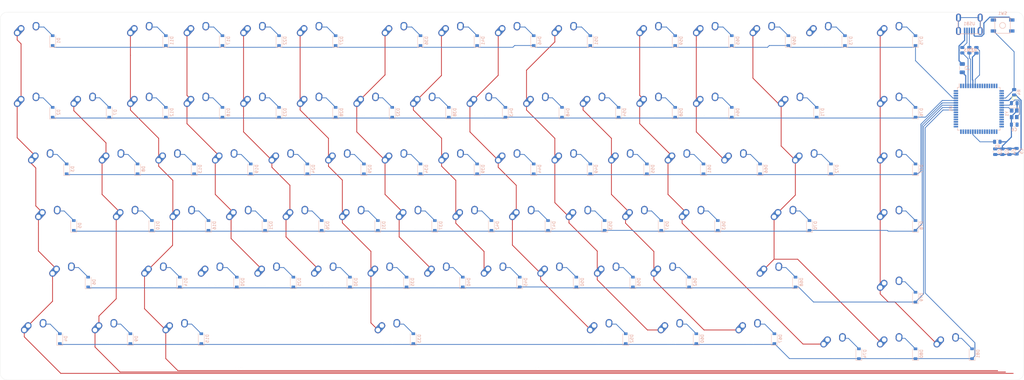
<source format=kicad_pcb>
(kicad_pcb (version 20171130) (host pcbnew "(5.1.10)-1")
  (layers (0 F.Cu signal) (31 B.Cu signal) (34 B.Paste user) (35 F.Paste user) (36 B.SilkS user) (37 F.SilkS user) (38 B.Mask user) (39 F.Mask user) (44 Edge.Cuts user))
  (net 0 "")
  (net 1 GND)
  (net 2 "Net-(C1-Pad1)")
  (net 3 +5V)
  (net 4 "Net-(C6-Pad2)")
  (net 5 "Net-(C7-Pad2)")
  (net 6 "Net-(D1-Pad2)")
  (net 7 Row0)
  (net 8 "Net-(D2-Pad2)")
  (net 9 Row1)
  (net 10 "Net-(D3-Pad2)")
  (net 11 Row2)
  (net 12 "Net-(D4-Pad2)")
  (net 13 Row5)
  (net 14 "Net-(D5-Pad2)")
  (net 15 Row3)
  (net 16 "Net-(D6-Pad2)")
  (net 17 Row4)
  (net 18 "Net-(D7-Pad2)")
  (net 19 "Net-(D8-Pad2)")
  (net 20 "Net-(D9-Pad2)")
  (net 21 "Net-(D10-Pad2)")
  (net 22 "Net-(D11-Pad2)")
  (net 23 "Net-(D12-Pad2)")
  (net 24 "Net-(D13-Pad2)")
  (net 25 "Net-(D14-Pad2)")
  (net 26 "Net-(D15-Pad2)")
  (net 27 "Net-(D16-Pad2)")
  (net 28 "Net-(D17-Pad2)")
  (net 29 "Net-(D18-Pad2)")
  (net 30 "Net-(D19-Pad2)")
  (net 31 "Net-(D20-Pad2)")
  (net 32 "Net-(D21-Pad2)")
  (net 33 "Net-(D22-Pad2)")
  (net 34 "Net-(D23-Pad2)")
  (net 35 "Net-(D24-Pad2)")
  (net 36 "Net-(D25-Pad2)")
  (net 37 "Net-(D26-Pad2)")
  (net 38 "Net-(D27-Pad2)")
  (net 39 "Net-(D28-Pad2)")
  (net 40 "Net-(D29-Pad2)")
  (net 41 "Net-(D30-Pad2)")
  (net 42 "Net-(D31-Pad2)")
  (net 43 "Net-(D32-Pad2)")
  (net 44 "Net-(D33-Pad2)")
  (net 45 "Net-(D34-Pad2)")
  (net 46 "Net-(D35-Pad2)")
  (net 47 "Net-(D36-Pad2)")
  (net 48 "Net-(D37-Pad2)")
  (net 49 "Net-(D38-Pad2)")
  (net 50 "Net-(D39-Pad2)")
  (net 51 "Net-(D40-Pad2)")
  (net 52 "Net-(D41-Pad2)")
  (net 53 "Net-(D42-Pad2)")
  (net 54 "Net-(D43-Pad2)")
  (net 55 "Net-(D44-Pad2)")
  (net 56 "Net-(D45-Pad2)")
  (net 57 "Net-(D46-Pad2)")
  (net 58 "Net-(D47-Pad2)")
  (net 59 "Net-(D48-Pad2)")
  (net 60 "Net-(D49-Pad2)")
  (net 61 "Net-(D50-Pad2)")
  (net 62 "Net-(D51-Pad2)")
  (net 63 "Net-(D52-Pad2)")
  (net 64 "Net-(D53-Pad2)")
  (net 65 "Net-(D54-Pad2)")
  (net 66 "Net-(D55-Pad2)")
  (net 67 "Net-(D56-Pad2)")
  (net 68 "Net-(D57-Pad2)")
  (net 69 "Net-(D58-Pad2)")
  (net 70 "Net-(D59-Pad2)")
  (net 71 "Net-(D60-Pad2)")
  (net 72 "Net-(D61-Pad2)")
  (net 73 "Net-(D62-Pad2)")
  (net 74 "Net-(D63-Pad2)")
  (net 75 "Net-(D64-Pad2)")
  (net 76 "Net-(D65-Pad2)")
  (net 77 "Net-(D66-Pad2)")
  (net 78 "Net-(D67-Pad2)")
  (net 79 "Net-(D68-Pad2)")
  (net 80 "Net-(D69-Pad2)")
  (net 81 "Net-(D70-Pad2)")
  (net 82 "Net-(D71-Pad2)")
  (net 83 "Net-(D72-Pad2)")
  (net 84 "Net-(D73-Pad2)")
  (net 85 "Net-(D74-Pad2)")
  (net 86 "Net-(D75-Pad2)")
  (net 87 "Net-(D76-Pad2)")
  (net 88 "Net-(D77-Pad2)")
  (net 89 "Net-(D78-Pad2)")
  (net 90 "Net-(D79-Pad2)")
  (net 91 "Net-(D80-Pad2)")
  (net 92 "Net-(D81-Pad2)")
  (net 93 VCC)
  (net 94 Col7)
  (net 95 Col8)
  (net 96 Col1)
  (net 97 Col2)
  (net 98 Col3)
  (net 99 Col4)
  (net 100 Col5)
  (net 101 Col6)
  (net 102 Col9)
  (net 103 Col11)
  (net 104 Col0)
  (net 105 Col13)
  (net 106 Col10)
  (net 107 Col12)
  (net 108 "Net-(R1-Pad1)")
  (net 109 D+)
  (net 110 "Net-(R2-Pad1)")
  (net 111 D-)
  (net 112 "Net-(R3-Pad1)")
  (net 113 "Net-(R4-Pad2)")
  (net 114 "Net-(U1-Pad62)")
  (net 115 "Net-(U1-Pad51)")
  (net 116 "Net-(U1-Pad50)")
  (net 117 "Net-(U1-Pad49)")
  (net 118 "Net-(U1-Pad48)")
  (net 119 "Net-(U1-Pad47)")
  (net 120 "Net-(U1-Pad46)")
  (net 121 "Net-(U1-Pad45)")
  (net 122 "Net-(U1-Pad44)")
  (net 123 "Net-(U1-Pad42)")
  (net 124 "Net-(U1-Pad41)")
  (net 125 "Net-(U1-Pad40)")
  (net 126 "Net-(U1-Pad39)")
  (net 127 "Net-(U1-Pad38)")
  (net 128 "Net-(U1-Pad37)")
  (net 129 "Net-(U1-Pad36)")
  (net 130 "Net-(U1-Pad35)")
  (net 131 "Net-(U1-Pad34)")
  (net 132 "Net-(U1-Pad33)")
  (net 133 "Net-(U1-Pad32)")
  (net 134 "Net-(U1-Pad31)")
  (net 135 "Net-(U1-Pad30)")
  (net 136 "Net-(U1-Pad29)")
  (net 137 "Net-(U1-Pad28)")
  (net 138 "Net-(U1-Pad27)")
  (net 139 "Net-(U1-Pad26)")
  (net 140 "Net-(U1-Pad25)")
  (net 141 "Net-(U1-Pad19)")
  (net 142 "Net-(U1-Pad18)")
  (net 143 "Net-(U1-Pad17)")
  (net 144 "Net-(U1-Pad16)")
  (net 145 "Net-(U1-Pad15)")
  (net 146 "Net-(U1-Pad14)")
  (net 147 "Net-(U1-Pad13)")
  (net 148 "Net-(U1-Pad12)")
  (net 149 "Net-(U1-Pad11)")
  (net 150 "Net-(U1-Pad10)")
  (net 151 "Net-(U1-Pad9)")
  (net 152 "Net-(U1-Pad2)")
  (net 153 "Net-(U1-Pad1)")
  (net 154 "Net-(USB1-Pad6)")
  (net 155 "Net-(USB1-Pad2)")
  (net 156 "Net-(MX-Ctrl2-Pad1)")
  (net 157 "Net-(MX-Win1-Pad1)")
  (net 158 "Net-(MXX1-Pad1)")
  (module MX_Alps_Hybrid:MX-1.25U-NoLED (layer F.Cu) (at -197.64375 -104.775)
    (fp_text reference MX-Alt1)
    (fp_text value MX-NoLED)
    (pad "" np_thru_hole circle (at 5.08 0 48.0996) (size 1.75 1.75) (drill 1.75) (layers *.Cu *.Mask))
    (pad "" np_thru_hole circle (at -5.08 0 48.0996) (size 1.75 1.75) (drill 1.75) (layers *.Cu *.Mask))
    (pad 1 thru_hole circle (at -2.5 -4) (size 2.25 2.25) (drill 1.47) (layers *.Cu B.Mask) (net 96 Col1))
    (pad "" np_thru_hole circle (at 0 0) (size 3.9878 3.9878) (drill 3.9878) (layers *.Cu *.Mask))
    (pad 1 thru_hole oval (at -3.81 -2.54 48.0996) (size 4.211556 2.25) (drill 1.47 (offset 0.980778 0)) (layers *.Cu B.Mask) (net 96 Col1))
    (pad 2 thru_hole circle (at 2.54 -5.08) (size 2.25 2.25) (drill 1.47) (layers *.Cu B.Mask) (net 26 "Net-(D15-Pad2)"))
    (pad 2 thru_hole oval (at 2.5 -4.5 86.0548) (size 2.831378 2.25) (drill 1.47 (offset 0.290689 0)) (layers *.Cu B.Mask) (net 26 "Net-(D15-Pad2)"))
  )
  (module MX_Alps_Hybrid:MX-1.25U-NoLED (layer F.Cu) (at -54.76875 -104.775)
    (fp_text reference MX-Alt2)
    (fp_text value MX-NoLED)
    (pad "" np_thru_hole circle (at 5.08 0 48.0996) (size 1.75 1.75) (drill 1.75) (layers *.Cu *.Mask))
    (pad "" np_thru_hole circle (at -5.08 0 48.0996) (size 1.75 1.75) (drill 1.75) (layers *.Cu *.Mask))
    (pad 1 thru_hole circle (at -2.5 -4) (size 2.25 2.25) (drill 1.47) (layers *.Cu B.Mask) (net 94 Col7))
    (pad "" np_thru_hole circle (at 0 0) (size 3.9878 3.9878) (drill 3.9878) (layers *.Cu *.Mask))
    (pad 1 thru_hole oval (at -3.81 -2.54 48.0996) (size 4.211556 2.25) (drill 1.47 (offset 0.980778 0)) (layers *.Cu B.Mask) (net 94 Col7))
    (pad 2 thru_hole circle (at 2.54 -5.08) (size 2.25 2.25) (drill 1.47) (layers *.Cu B.Mask) (net 63 "Net-(D52-Pad2)"))
    (pad 2 thru_hole oval (at 2.5 -4.5 86.0548) (size 2.831378 2.25) (drill 1.47 (offset 0.290689 0)) (layers *.Cu B.Mask) (net 63 "Net-(D52-Pad2)"))
  )
  (module MX_Alps_Hybrid:MX-2U-NoLED (layer F.Cu) (at 9.525 -180.975)
    (fp_text reference MX-Back1)
    (fp_text value MX-NoLED)
    (pad "" np_thru_hole circle (at 11.938 8.255) (size 3.9878 3.9878) (drill 3.9878) (layers *.Cu *.Mask))
    (pad "" np_thru_hole circle (at -11.938 8.255) (size 3.9878 3.9878) (drill 3.9878) (layers *.Cu *.Mask))
    (pad "" np_thru_hole circle (at 11.938 -6.985) (size 3.048 3.048) (drill 3.048) (layers *.Cu *.Mask))
    (pad "" np_thru_hole circle (at -11.938 -6.985) (size 3.048 3.048) (drill 3.048) (layers *.Cu *.Mask))
    (pad "" np_thru_hole circle (at 5.08 0 48.0996) (size 1.75 1.75) (drill 1.75) (layers *.Cu *.Mask))
    (pad "" np_thru_hole circle (at -5.08 0 48.0996) (size 1.75 1.75) (drill 1.75) (layers *.Cu *.Mask))
    (pad 1 thru_hole circle (at -2.5 -4) (size 2.25 2.25) (drill 1.47) (layers *.Cu B.Mask) (net 103 Col11))
    (pad "" np_thru_hole circle (at 0 0) (size 3.9878 3.9878) (drill 3.9878) (layers *.Cu *.Mask))
    (pad 1 thru_hole oval (at -3.81 -2.54 48.0996) (size 4.211556 2.25) (drill 1.47 (offset 0.980778 0)) (layers *.Cu B.Mask) (net 103 Col11))
    (pad 2 thru_hole circle (at 2.54 -5.08) (size 2.25 2.25) (drill 1.47) (layers *.Cu B.Mask) (net 82 "Net-(D71-Pad2)"))
    (pad 2 thru_hole oval (at 2.5 -4.5 86.0548) (size 2.831378 2.25) (drill 1.47 (offset 0.290689 0)) (layers *.Cu B.Mask) (net 82 "Net-(D71-Pad2)"))
  )
  (module MX_Alps_Hybrid:MX-1.75U-NoLED (layer F.Cu) (at -240.50625 -142.875)
    (fp_text reference MX-Caps1)
    (fp_text value MX-NoLED)
    (pad "" np_thru_hole circle (at 5.08 0 48.0996) (size 1.75 1.75) (drill 1.75) (layers *.Cu *.Mask))
    (pad "" np_thru_hole circle (at -5.08 0 48.0996) (size 1.75 1.75) (drill 1.75) (layers *.Cu *.Mask))
    (pad 1 thru_hole circle (at -2.5 -4) (size 2.25 2.25) (drill 1.47) (layers *.Cu B.Mask) (net 104 Col0))
    (pad "" np_thru_hole circle (at 0 0) (size 3.9878 3.9878) (drill 3.9878) (layers *.Cu *.Mask))
    (pad 1 thru_hole oval (at -3.81 -2.54 48.0996) (size 4.211556 2.25) (drill 1.47 (offset 0.980778 0)) (layers *.Cu B.Mask) (net 104 Col0))
    (pad 2 thru_hole circle (at 2.54 -5.08) (size 2.25 2.25) (drill 1.47) (layers *.Cu B.Mask) (net 14 "Net-(D5-Pad2)"))
    (pad 2 thru_hole oval (at 2.5 -4.5 86.0548) (size 2.831378 2.25) (drill 1.47 (offset 0.290689 0)) (layers *.Cu B.Mask) (net 14 "Net-(D5-Pad2)"))
  )
  (module MX_Alps_Hybrid:MX-1.25U-NoLED (layer F.Cu) (at -245.26875 -104.775)
    (fp_text reference MX-Ctrl1)
    (fp_text value MX-NoLED)
    (pad "" np_thru_hole circle (at 5.08 0 48.0996) (size 1.75 1.75) (drill 1.75) (layers *.Cu *.Mask))
    (pad "" np_thru_hole circle (at -5.08 0 48.0996) (size 1.75 1.75) (drill 1.75) (layers *.Cu *.Mask))
    (pad 1 thru_hole circle (at -2.5 -4) (size 2.25 2.25) (drill 1.47) (layers *.Cu B.Mask) (net 104 Col0))
    (pad "" np_thru_hole circle (at 0 0) (size 3.9878 3.9878) (drill 3.9878) (layers *.Cu *.Mask))
    (pad 1 thru_hole oval (at -3.81 -2.54 48.0996) (size 4.211556 2.25) (drill 1.47 (offset 0.980778 0)) (layers *.Cu B.Mask) (net 104 Col0))
    (pad 2 thru_hole circle (at 2.54 -5.08) (size 2.25 2.25) (drill 1.47) (layers *.Cu B.Mask) (net 12 "Net-(D4-Pad2)"))
    (pad 2 thru_hole oval (at 2.5 -4.5 86.0548) (size 2.831378 2.25) (drill 1.47 (offset 0.290689 0)) (layers *.Cu B.Mask) (net 12 "Net-(D4-Pad2)"))
  )
  (module MX_Alps_Hybrid:MX-1.5U-NoLED (layer F.Cu) (at -4.7625 -104.775)
    (fp_text reference MX-Ctrl2)
    (fp_text value MX-NoLED)
    (pad "" np_thru_hole circle (at 5.08 0 48.0996) (size 1.75 1.75) (drill 1.75) (layers *.Cu *.Mask))
    (pad "" np_thru_hole circle (at -5.08 0 48.0996) (size 1.75 1.75) (drill 1.75) (layers *.Cu *.Mask))
    (pad 1 thru_hole circle (at -2.5 -4) (size 2.25 2.25) (drill 1.47) (layers *.Cu B.Mask) (net 156 "Net-(MX-Ctrl2-Pad1)"))
    (pad "" np_thru_hole circle (at 0 0) (size 3.9878 3.9878) (drill 3.9878) (layers *.Cu *.Mask))
    (pad 1 thru_hole oval (at -3.81 -2.54 48.0996) (size 4.211556 2.25) (drill 1.47 (offset 0.980778 0)) (layers *.Cu B.Mask) (net 156 "Net-(MX-Ctrl2-Pad1)"))
    (pad 2 thru_hole circle (at 2.54 -5.08) (size 2.25 2.25) (drill 1.47) (layers *.Cu B.Mask) (net 78 "Net-(D67-Pad2)"))
    (pad 2 thru_hole oval (at 2.5 -4.5 86.0548) (size 2.831378 2.25) (drill 1.47 (offset 0.290689 0)) (layers *.Cu B.Mask) (net 78 "Net-(D67-Pad2)"))
  )
  (module MX_Alps_Hybrid:MX-2.25U-NoLED (layer F.Cu) (at 7.14375 -142.875)
    (fp_text reference MX-Enter1)
    (fp_text value MX-NoLED)
    (pad "" np_thru_hole circle (at 11.938 8.255) (size 3.9878 3.9878) (drill 3.9878) (layers *.Cu *.Mask))
    (pad "" np_thru_hole circle (at -11.938 8.255) (size 3.9878 3.9878) (drill 3.9878) (layers *.Cu *.Mask))
    (pad "" np_thru_hole circle (at 11.938 -6.985) (size 3.048 3.048) (drill 3.048) (layers *.Cu *.Mask))
    (pad "" np_thru_hole circle (at -11.938 -6.985) (size 3.048 3.048) (drill 3.048) (layers *.Cu *.Mask))
    (pad "" np_thru_hole circle (at 5.08 0 48.0996) (size 1.75 1.75) (drill 1.75) (layers *.Cu *.Mask))
    (pad "" np_thru_hole circle (at -5.08 0 48.0996) (size 1.75 1.75) (drill 1.75) (layers *.Cu *.Mask))
    (pad 1 thru_hole circle (at -2.5 -4) (size 2.25 2.25) (drill 1.47) (layers *.Cu B.Mask) (net 103 Col11))
    (pad "" np_thru_hole circle (at 0 0) (size 3.9878 3.9878) (drill 3.9878) (layers *.Cu *.Mask))
    (pad 1 thru_hole oval (at -3.81 -2.54 48.0996) (size 4.211556 2.25) (drill 1.47 (offset 0.980778 0)) (layers *.Cu B.Mask) (net 103 Col11))
    (pad 2 thru_hole circle (at 2.54 -5.08) (size 2.25 2.25) (drill 1.47) (layers *.Cu B.Mask) (net 81 "Net-(D70-Pad2)"))
    (pad 2 thru_hole oval (at 2.5 -4.5 86.0548) (size 2.831378 2.25) (drill 1.47 (offset 0.290689 0)) (layers *.Cu B.Mask) (net 81 "Net-(D70-Pad2)"))
  )
  (module MX_Alps_Hybrid:MX-1.25U-NoLED (layer F.Cu) (at -30.95625 -104.775)
    (fp_text reference MX-Fn1)
    (fp_text value MX-NoLED)
    (pad "" np_thru_hole circle (at 5.08 0 48.0996) (size 1.75 1.75) (drill 1.75) (layers *.Cu *.Mask))
    (pad "" np_thru_hole circle (at -5.08 0 48.0996) (size 1.75 1.75) (drill 1.75) (layers *.Cu *.Mask))
    (pad 1 thru_hole circle (at -2.5 -4) (size 2.25 2.25) (drill 1.47) (layers *.Cu B.Mask) (net 95 Col8))
    (pad "" np_thru_hole circle (at 0 0) (size 3.9878 3.9878) (drill 3.9878) (layers *.Cu *.Mask))
    (pad 1 thru_hole oval (at -3.81 -2.54 48.0996) (size 4.211556 2.25) (drill 1.47 (offset 0.980778 0)) (layers *.Cu B.Mask) (net 95 Col8))
    (pad 2 thru_hole circle (at 2.54 -5.08) (size 2.25 2.25) (drill 1.47) (layers *.Cu B.Mask) (net 71 "Net-(D60-Pad2)"))
    (pad 2 thru_hole oval (at 2.5 -4.5 86.0548) (size 2.831378 2.25) (drill 1.47 (offset 0.290689 0)) (layers *.Cu B.Mask) (net 71 "Net-(D60-Pad2)"))
  )
  (module MX_Alps_Hybrid:MX-2.25U-NoLED (layer F.Cu) (at -235.74375 -123.825)
    (fp_text reference MX-Shift1)
    (fp_text value MX-NoLED)
    (pad "" np_thru_hole circle (at 11.938 8.255) (size 3.9878 3.9878) (drill 3.9878) (layers *.Cu *.Mask))
    (pad "" np_thru_hole circle (at -11.938 8.255) (size 3.9878 3.9878) (drill 3.9878) (layers *.Cu *.Mask))
    (pad "" np_thru_hole circle (at 11.938 -6.985) (size 3.048 3.048) (drill 3.048) (layers *.Cu *.Mask))
    (pad "" np_thru_hole circle (at -11.938 -6.985) (size 3.048 3.048) (drill 3.048) (layers *.Cu *.Mask))
    (pad "" np_thru_hole circle (at 5.08 0 48.0996) (size 1.75 1.75) (drill 1.75) (layers *.Cu *.Mask))
    (pad "" np_thru_hole circle (at -5.08 0 48.0996) (size 1.75 1.75) (drill 1.75) (layers *.Cu *.Mask))
    (pad 1 thru_hole circle (at -2.5 -4) (size 2.25 2.25) (drill 1.47) (layers *.Cu B.Mask) (net 104 Col0))
    (pad "" np_thru_hole circle (at 0 0) (size 3.9878 3.9878) (drill 3.9878) (layers *.Cu *.Mask))
    (pad 1 thru_hole oval (at -3.81 -2.54 48.0996) (size 4.211556 2.25) (drill 1.47 (offset 0.980778 0)) (layers *.Cu B.Mask) (net 104 Col0))
    (pad 2 thru_hole circle (at 2.54 -5.08) (size 2.25 2.25) (drill 1.47) (layers *.Cu B.Mask) (net 16 "Net-(D6-Pad2)"))
    (pad 2 thru_hole oval (at 2.5 -4.5 86.0548) (size 2.831378 2.25) (drill 1.47 (offset 0.290689 0)) (layers *.Cu B.Mask) (net 16 "Net-(D6-Pad2)"))
  )
  (module MX_Alps_Hybrid:MX-2.75U-NoLED (layer F.Cu) (at 2.38125 -123.825)
    (fp_text reference MX-Shift2)
    (fp_text value MX-NoLED)
    (pad "" np_thru_hole circle (at 11.938 8.255) (size 3.9878 3.9878) (drill 3.9878) (layers *.Cu *.Mask))
    (pad "" np_thru_hole circle (at -11.938 8.255) (size 3.9878 3.9878) (drill 3.9878) (layers *.Cu *.Mask))
    (pad "" np_thru_hole circle (at 11.938 -6.985) (size 3.048 3.048) (drill 3.048) (layers *.Cu *.Mask))
    (pad "" np_thru_hole circle (at -11.938 -6.985) (size 3.048 3.048) (drill 3.048) (layers *.Cu *.Mask))
    (pad "" np_thru_hole circle (at 5.08 0 48.0996) (size 1.75 1.75) (drill 1.75) (layers *.Cu *.Mask))
    (pad "" np_thru_hole circle (at -5.08 0 48.0996) (size 1.75 1.75) (drill 1.75) (layers *.Cu *.Mask))
    (pad 1 thru_hole circle (at -2.5 -4) (size 2.25 2.25) (drill 1.47) (layers *.Cu B.Mask) (net 103 Col11))
    (pad "" np_thru_hole circle (at 0 0) (size 3.9878 3.9878) (drill 3.9878) (layers *.Cu *.Mask))
    (pad 1 thru_hole oval (at -3.81 -2.54 48.0996) (size 4.211556 2.25) (drill 1.47 (offset 0.980778 0)) (layers *.Cu B.Mask) (net 103 Col11))
    (pad 2 thru_hole circle (at 2.54 -5.08) (size 2.25 2.25) (drill 1.47) (layers *.Cu B.Mask) (net 79 "Net-(D68-Pad2)"))
    (pad 2 thru_hole oval (at 2.5 -4.5 86.0548) (size 2.831378 2.25) (drill 1.47 (offset 0.290689 0)) (layers *.Cu B.Mask) (net 79 "Net-(D68-Pad2)"))
  )
  (module MX_Alps_Hybrid:MX-6.25U-NoLED (layer F.Cu) (at -126.20625 -104.775)
    (fp_text reference MX-Space1)
    (fp_text value MX-NoLED)
    (pad "" np_thru_hole circle (at 49.9999 8.255) (size 3.9878 3.9878) (drill 3.9878) (layers *.Cu *.Mask))
    (pad "" np_thru_hole circle (at -49.9999 8.255) (size 3.9878 3.9878) (drill 3.9878) (layers *.Cu *.Mask))
    (pad "" np_thru_hole circle (at 49.9999 -6.985) (size 3.048 3.048) (drill 3.048) (layers *.Cu *.Mask))
    (pad "" np_thru_hole circle (at -49.9999 -6.985) (size 3.048 3.048) (drill 3.048) (layers *.Cu *.Mask))
    (pad "" np_thru_hole circle (at 5.08 0 48.0996) (size 1.75 1.75) (drill 1.75) (layers *.Cu *.Mask))
    (pad "" np_thru_hole circle (at -5.08 0 48.0996) (size 1.75 1.75) (drill 1.75) (layers *.Cu *.Mask))
    (pad 1 thru_hole circle (at -2.5 -4) (size 2.25 2.25) (drill 1.47) (layers *.Cu B.Mask) (net 99 Col4))
    (pad "" np_thru_hole circle (at 0 0) (size 3.9878 3.9878) (drill 3.9878) (layers *.Cu *.Mask))
    (pad 1 thru_hole oval (at -3.81 -2.54 48.0996) (size 4.211556 2.25) (drill 1.47 (offset 0.980778 0)) (layers *.Cu B.Mask) (net 99 Col4))
    (pad 2 thru_hole circle (at 2.54 -5.08) (size 2.25 2.25) (drill 1.47) (layers *.Cu B.Mask) (net 44 "Net-(D33-Pad2)"))
    (pad 2 thru_hole oval (at 2.5 -4.5 86.0548) (size 2.831378 2.25) (drill 1.47 (offset 0.290689 0)) (layers *.Cu B.Mask) (net 44 "Net-(D33-Pad2)"))
  )
  (module MX_Alps_Hybrid:MX-1.5U-NoLED (layer F.Cu) (at -242.8875 -161.925)
    (fp_text reference MX-Tab1)
    (fp_text value MX-NoLED)
    (pad "" np_thru_hole circle (at 5.08 0 48.0996) (size 1.75 1.75) (drill 1.75) (layers *.Cu *.Mask))
    (pad "" np_thru_hole circle (at -5.08 0 48.0996) (size 1.75 1.75) (drill 1.75) (layers *.Cu *.Mask))
    (pad 1 thru_hole circle (at -2.5 -4) (size 2.25 2.25) (drill 1.47) (layers *.Cu B.Mask) (net 104 Col0))
    (pad "" np_thru_hole circle (at 0 0) (size 3.9878 3.9878) (drill 3.9878) (layers *.Cu *.Mask))
    (pad 1 thru_hole oval (at -3.81 -2.54 48.0996) (size 4.211556 2.25) (drill 1.47 (offset 0.980778 0)) (layers *.Cu B.Mask) (net 104 Col0))
    (pad 2 thru_hole circle (at 2.54 -5.08) (size 2.25 2.25) (drill 1.47) (layers *.Cu B.Mask) (net 10 "Net-(D3-Pad2)"))
    (pad 2 thru_hole oval (at 2.5 -4.5 86.0548) (size 2.831378 2.25) (drill 1.47 (offset 0.290689 0)) (layers *.Cu B.Mask) (net 10 "Net-(D3-Pad2)"))
  )
  (module MX_Alps_Hybrid:MX-1.25U-NoLED (layer F.Cu) (at -221.45625 -104.775)
    (fp_text reference MX-Win1)
    (fp_text value MX-NoLED)
    (pad "" np_thru_hole circle (at 5.08 0 48.0996) (size 1.75 1.75) (drill 1.75) (layers *.Cu *.Mask))
    (pad "" np_thru_hole circle (at -5.08 0 48.0996) (size 1.75 1.75) (drill 1.75) (layers *.Cu *.Mask))
    (pad 1 thru_hole circle (at -2.5 -4) (size 2.25 2.25) (drill 1.47) (layers *.Cu B.Mask) (net 157 "Net-(MX-Win1-Pad1)"))
    (pad "" np_thru_hole circle (at 0 0) (size 3.9878 3.9878) (drill 3.9878) (layers *.Cu *.Mask))
    (pad 1 thru_hole oval (at -3.81 -2.54 48.0996) (size 4.211556 2.25) (drill 1.47 (offset 0.980778 0)) (layers *.Cu B.Mask) (net 157 "Net-(MX-Win1-Pad1)"))
    (pad 2 thru_hole circle (at 2.54 -5.08) (size 2.25 2.25) (drill 1.47) (layers *.Cu B.Mask) (net 20 "Net-(D9-Pad2)"))
    (pad 2 thru_hole oval (at 2.5 -4.5 86.0548) (size 2.831378 2.25) (drill 1.47 (offset 0.290689 0)) (layers *.Cu B.Mask) (net 20 "Net-(D9-Pad2)"))
  )
  (module MX_Alps_Hybrid:MX-1.5U-NoLED (layer F.Cu) (at 14.2875 -161.925)
    (fp_text reference MX\1)
    (fp_text value MX-NoLED)
    (pad "" np_thru_hole circle (at 5.08 0 48.0996) (size 1.75 1.75) (drill 1.75) (layers *.Cu *.Mask))
    (pad "" np_thru_hole circle (at -5.08 0 48.0996) (size 1.75 1.75) (drill 1.75) (layers *.Cu *.Mask))
    (pad 1 thru_hole circle (at -2.5 -4) (size 2.25 2.25) (drill 1.47) (layers *.Cu B.Mask) (net 103 Col11))
    (pad "" np_thru_hole circle (at 0 0) (size 3.9878 3.9878) (drill 3.9878) (layers *.Cu *.Mask))
    (pad 1 thru_hole oval (at -3.81 -2.54 48.0996) (size 4.211556 2.25) (drill 1.47 (offset 0.980778 0)) (layers *.Cu B.Mask) (net 103 Col11))
    (pad 2 thru_hole circle (at 2.54 -5.08) (size 2.25 2.25) (drill 1.47) (layers *.Cu B.Mask) (net 83 "Net-(D72-Pad2)"))
    (pad 2 thru_hole oval (at 2.5 -4.5 86.0548) (size 2.831378 2.25) (drill 1.47 (offset 0.290689 0)) (layers *.Cu B.Mask) (net 83 "Net-(D72-Pad2)"))
  )
  (module MX_Alps_Hybrid:MX-1U-NoLED (layer F.Cu) (at 42.8625 -119.0625)
    (fp_text reference MX-Up1)
    (fp_text value MX-NoLED)
    (pad "" np_thru_hole circle (at 5.08 0 48.0996) (size 1.75 1.75) (drill 1.75) (layers *.Cu *.Mask))
    (pad "" np_thru_hole circle (at -5.08 0 48.0996) (size 1.75 1.75) (drill 1.75) (layers *.Cu *.Mask))
    (pad 1 thru_hole circle (at -2.5 -4) (size 2.25 2.25) (drill 1.47) (layers *.Cu B.Mask) (net 105 Col13))
    (pad "" np_thru_hole circle (at 0 0) (size 3.9878 3.9878) (drill 3.9878) (layers *.Cu *.Mask))
    (pad 1 thru_hole oval (at -3.81 -2.54 48.0996) (size 4.211556 2.25) (drill 1.47 (offset 0.980778 0)) (layers *.Cu B.Mask) (net 105 Col13))
    (pad 2 thru_hole circle (at 2.54 -5.08) (size 2.25 2.25) (drill 1.47) (layers *.Cu B.Mask) (net 90 "Net-(D79-Pad2)"))
    (pad 2 thru_hole oval (at 2.5 -4.5 86.0548) (size 2.831378 2.25) (drill 1.47 (offset 0.290689 0)) (layers *.Cu B.Mask) (net 90 "Net-(D79-Pad2)"))
  )
  (module Crystal:Crystal_SMD_3225-4Pin_3.2x2.5mm (layer B.Cu) (at 84.14475 -180.07475 270)
    (fp_text reference Y1 (at 0 2.45 270) (layer B.SilkS) (effects (justify mirror)))
    (fp_text value 16MHz)
    (pad 4 smd rect (at -1.1 0.85 270) (size 1.4 1.2) (layers B.Cu B.Paste B.Mask) (net 4 "Net-(C6-Pad2)"))
    (pad 3 smd rect (at 1.1 0.85 270) (size 1.4 1.2) (layers B.Cu B.Paste B.Mask) (net 1 GND))
    (pad 2 smd rect (at 1.1 -0.85 270) (size 1.4 1.2) (layers B.Cu B.Paste B.Mask) (net 5 "Net-(C7-Pad2)"))
    (pad 1 smd rect (at -1.1 -0.85 270) (size 1.4 1.2) (layers B.Cu B.Paste B.Mask) (net 1 GND))
  )
  (module random-keyboard-parts:Molex-0548190589 (layer B.Cu) (at 69.05625 -212.4625 270)
    (fp_text reference USB1 (at 2.032 0 180) (layer B.SilkS) (effects (justify mirror)))
    (fp_text value Molex-0548190589)
    (pad 6 thru_hole oval (at 0 3.65 270) (size 2.7 1.7) (drill oval 1.9 0.7) (layers *.Cu *.Mask) (net 154 "Net-(USB1-Pad6)"))
    (pad 6 thru_hole oval (at 0 -3.65 270) (size 2.7 1.7) (drill oval 1.9 0.7) (layers *.Cu *.Mask) (net 154 "Net-(USB1-Pad6)"))
    (pad 6 thru_hole oval (at 4.5 -3.65 270) (size 2.7 1.7) (drill oval 1.9 0.7) (layers *.Cu *.Mask) (net 154 "Net-(USB1-Pad6)"))
    (pad 6 thru_hole oval (at 4.5 3.65 270) (size 2.7 1.7) (drill oval 1.9 0.7) (layers *.Cu *.Mask) (net 154 "Net-(USB1-Pad6)"))
    (pad 5 smd rect (at 4.5 1.6 270) (size 2.25 0.5) (layers B.Cu B.Paste B.Mask) (net 93 VCC))
    (pad 4 smd rect (at 4.5 0.8 270) (size 2.25 0.5) (layers B.Cu B.Paste B.Mask) (net 111 D-))
    (pad 3 smd rect (at 4.5 0 270) (size 2.25 0.5) (layers B.Cu B.Paste B.Mask) (net 109 D+))
    (pad 2 smd rect (at 4.5 -0.8 270) (size 2.25 0.5) (layers B.Cu B.Paste B.Mask) (net 155 "Net-(USB1-Pad2)"))
    (pad 1 smd rect (at 4.5 -1.6 270) (size 2.25 0.5) (layers B.Cu B.Paste B.Mask) (net 1 GND))
  )
  (module Package_QFP:TQFP-64_14x14mm_P0.8mm (layer B.Cu) (at 72.23125 -181.76875 270)
    (fp_text reference U1 (at 0 9.45 90) (layer B.SilkS) (effects (justify mirror)))
    (fp_text value AT90USB1286-AU)
    (pad 64 smd rect (at -6 7.7 180) (size 1.5 0.55) (layers B.Cu B.Paste B.Mask) (net 3 +5V))
    (pad 63 smd rect (at -5.2 7.7 180) (size 1.5 0.55) (layers B.Cu B.Paste B.Mask) (net 1 GND))
    (pad 62 smd rect (at -4.4 7.7 180) (size 1.5 0.55) (layers B.Cu B.Paste B.Mask) (net 114 "Net-(U1-Pad62)"))
    (pad 61 smd rect (at -3.6 7.7 180) (size 1.5 0.55) (layers B.Cu B.Paste B.Mask) (net 7 Row0))
    (pad 60 smd rect (at -2.8 7.7 180) (size 1.5 0.55) (layers B.Cu B.Paste B.Mask) (net 9 Row1))
    (pad 59 smd rect (at -2 7.7 180) (size 1.5 0.55) (layers B.Cu B.Paste B.Mask) (net 11 Row2))
    (pad 58 smd rect (at -1.2 7.7 180) (size 1.5 0.55) (layers B.Cu B.Paste B.Mask) (net 15 Row3))
    (pad 57 smd rect (at -0.4 7.7 180) (size 1.5 0.55) (layers B.Cu B.Paste B.Mask) (net 17 Row4))
    (pad 56 smd rect (at 0.4 7.7 180) (size 1.5 0.55) (layers B.Cu B.Paste B.Mask) (net 13 Row5))
    (pad 55 smd rect (at 1.2 7.7 180) (size 1.5 0.55) (layers B.Cu B.Paste B.Mask) (net 104 Col0))
    (pad 54 smd rect (at 2 7.7 180) (size 1.5 0.55) (layers B.Cu B.Paste B.Mask) (net 13 Row5))
    (pad 53 smd rect (at 2.8 7.7 180) (size 1.5 0.55) (layers B.Cu B.Paste B.Mask) (net 1 GND))
    (pad 52 smd rect (at 3.6 7.7 180) (size 1.5 0.55) (layers B.Cu B.Paste B.Mask) (net 3 +5V))
    (pad 51 smd rect (at 4.4 7.7 180) (size 1.5 0.55) (layers B.Cu B.Paste B.Mask) (net 115 "Net-(U1-Pad51)"))
    (pad 50 smd rect (at 5.2 7.7 180) (size 1.5 0.55) (layers B.Cu B.Paste B.Mask) (net 116 "Net-(U1-Pad50)"))
    (pad 49 smd rect (at 6 7.7 180) (size 1.5 0.55) (layers B.Cu B.Paste B.Mask) (net 117 "Net-(U1-Pad49)"))
    (pad 48 smd rect (at 7.7 6 270) (size 1.5 0.55) (layers B.Cu B.Paste B.Mask) (net 118 "Net-(U1-Pad48)"))
    (pad 47 smd rect (at 7.7 5.2 270) (size 1.5 0.55) (layers B.Cu B.Paste B.Mask) (net 119 "Net-(U1-Pad47)"))
    (pad 46 smd rect (at 7.7 4.4 270) (size 1.5 0.55) (layers B.Cu B.Paste B.Mask) (net 120 "Net-(U1-Pad46)"))
    (pad 45 smd rect (at 7.7 3.6 270) (size 1.5 0.55) (layers B.Cu B.Paste B.Mask) (net 121 "Net-(U1-Pad45)"))
    (pad 44 smd rect (at 7.7 2.8 270) (size 1.5 0.55) (layers B.Cu B.Paste B.Mask) (net 122 "Net-(U1-Pad44)"))
    (pad 43 smd rect (at 7.7 2 270) (size 1.5 0.55) (layers B.Cu B.Paste B.Mask) (net 108 "Net-(R1-Pad1)"))
    (pad 42 smd rect (at 7.7 1.2 270) (size 1.5 0.55) (layers B.Cu B.Paste B.Mask) (net 123 "Net-(U1-Pad42)"))
    (pad 41 smd rect (at 7.7 0.4 270) (size 1.5 0.55) (layers B.Cu B.Paste B.Mask) (net 124 "Net-(U1-Pad41)"))
    (pad 40 smd rect (at 7.7 -0.4 270) (size 1.5 0.55) (layers B.Cu B.Paste B.Mask) (net 125 "Net-(U1-Pad40)"))
    (pad 39 smd rect (at 7.7 -1.2 270) (size 1.5 0.55) (layers B.Cu B.Paste B.Mask) (net 126 "Net-(U1-Pad39)"))
    (pad 38 smd rect (at 7.7 -2 270) (size 1.5 0.55) (layers B.Cu B.Paste B.Mask) (net 127 "Net-(U1-Pad38)"))
    (pad 37 smd rect (at 7.7 -2.8 270) (size 1.5 0.55) (layers B.Cu B.Paste B.Mask) (net 128 "Net-(U1-Pad37)"))
    (pad 36 smd rect (at 7.7 -3.6 270) (size 1.5 0.55) (layers B.Cu B.Paste B.Mask) (net 129 "Net-(U1-Pad36)"))
    (pad 35 smd rect (at 7.7 -4.4 270) (size 1.5 0.55) (layers B.Cu B.Paste B.Mask) (net 130 "Net-(U1-Pad35)"))
    (pad 34 smd rect (at 7.7 -5.2 270) (size 1.5 0.55) (layers B.Cu B.Paste B.Mask) (net 131 "Net-(U1-Pad34)"))
    (pad 33 smd rect (at 7.7 -6 270) (size 1.5 0.55) (layers B.Cu B.Paste B.Mask) (net 132 "Net-(U1-Pad33)"))
    (pad 32 smd rect (at 6 -7.7 180) (size 1.5 0.55) (layers B.Cu B.Paste B.Mask) (net 133 "Net-(U1-Pad32)"))
    (pad 31 smd rect (at 5.2 -7.7 180) (size 1.5 0.55) (layers B.Cu B.Paste B.Mask) (net 134 "Net-(U1-Pad31)"))
    (pad 30 smd rect (at 4.4 -7.7 180) (size 1.5 0.55) (layers B.Cu B.Paste B.Mask) (net 135 "Net-(U1-Pad30)"))
    (pad 29 smd rect (at 3.6 -7.7 180) (size 1.5 0.55) (layers B.Cu B.Paste B.Mask) (net 136 "Net-(U1-Pad29)"))
    (pad 28 smd rect (at 2.8 -7.7 180) (size 1.5 0.55) (layers B.Cu B.Paste B.Mask) (net 137 "Net-(U1-Pad28)"))
    (pad 27 smd rect (at 2 -7.7 180) (size 1.5 0.55) (layers B.Cu B.Paste B.Mask) (net 138 "Net-(U1-Pad27)"))
    (pad 26 smd rect (at 1.2 -7.7 180) (size 1.5 0.55) (layers B.Cu B.Paste B.Mask) (net 139 "Net-(U1-Pad26)"))
    (pad 25 smd rect (at 0.4 -7.7 180) (size 1.5 0.55) (layers B.Cu B.Paste B.Mask) (net 140 "Net-(U1-Pad25)"))
    (pad 24 smd rect (at -0.4 -7.7 180) (size 1.5 0.55) (layers B.Cu B.Paste B.Mask) (net 4 "Net-(C6-Pad2)"))
    (pad 23 smd rect (at -1.2 -7.7 180) (size 1.5 0.55) (layers B.Cu B.Paste B.Mask) (net 5 "Net-(C7-Pad2)"))
    (pad 22 smd rect (at -2 -7.7 180) (size 1.5 0.55) (layers B.Cu B.Paste B.Mask) (net 1 GND))
    (pad 21 smd rect (at -2.8 -7.7 180) (size 1.5 0.55) (layers B.Cu B.Paste B.Mask) (net 3 +5V))
    (pad 20 smd rect (at -3.6 -7.7 180) (size 1.5 0.55) (layers B.Cu B.Paste B.Mask) (net 113 "Net-(R4-Pad2)"))
    (pad 19 smd rect (at -4.4 -7.7 180) (size 1.5 0.55) (layers B.Cu B.Paste B.Mask) (net 141 "Net-(U1-Pad19)"))
    (pad 18 smd rect (at -5.2 -7.7 180) (size 1.5 0.55) (layers B.Cu B.Paste B.Mask) (net 142 "Net-(U1-Pad18)"))
    (pad 17 smd rect (at -6 -7.7 180) (size 1.5 0.55) (layers B.Cu B.Paste B.Mask) (net 143 "Net-(U1-Pad17)"))
    (pad 16 smd rect (at -7.7 -6 270) (size 1.5 0.55) (layers B.Cu B.Paste B.Mask) (net 144 "Net-(U1-Pad16)"))
    (pad 15 smd rect (at -7.7 -5.2 270) (size 1.5 0.55) (layers B.Cu B.Paste B.Mask) (net 145 "Net-(U1-Pad15)"))
    (pad 14 smd rect (at -7.7 -4.4 270) (size 1.5 0.55) (layers B.Cu B.Paste B.Mask) (net 146 "Net-(U1-Pad14)"))
    (pad 13 smd rect (at -7.7 -3.6 270) (size 1.5 0.55) (layers B.Cu B.Paste B.Mask) (net 147 "Net-(U1-Pad13)"))
    (pad 12 smd rect (at -7.7 -2.8 270) (size 1.5 0.55) (layers B.Cu B.Paste B.Mask) (net 148 "Net-(U1-Pad12)"))
    (pad 11 smd rect (at -7.7 -2 270) (size 1.5 0.55) (layers B.Cu B.Paste B.Mask) (net 149 "Net-(U1-Pad11)"))
    (pad 10 smd rect (at -7.7 -1.2 270) (size 1.5 0.55) (layers B.Cu B.Paste B.Mask) (net 150 "Net-(U1-Pad10)"))
    (pad 9 smd rect (at -7.7 -0.4 270) (size 1.5 0.55) (layers B.Cu B.Paste B.Mask) (net 151 "Net-(U1-Pad9)"))
    (pad 8 smd rect (at -7.7 0.4 270) (size 1.5 0.55) (layers B.Cu B.Paste B.Mask) (net 3 +5V))
    (pad 7 smd rect (at -7.7 1.2 270) (size 1.5 0.55) (layers B.Cu B.Paste B.Mask) (net 2 "Net-(C1-Pad1)"))
    (pad 6 smd rect (at -7.7 2 270) (size 1.5 0.55) (layers B.Cu B.Paste B.Mask) (net 1 GND))
    (pad 5 smd rect (at -7.7 2.8 270) (size 1.5 0.55) (layers B.Cu B.Paste B.Mask) (net 110 "Net-(R2-Pad1)"))
    (pad 4 smd rect (at -7.7 3.6 270) (size 1.5 0.55) (layers B.Cu B.Paste B.Mask) (net 112 "Net-(R3-Pad1)"))
    (pad 3 smd rect (at -7.7 4.4 270) (size 1.5 0.55) (layers B.Cu B.Paste B.Mask) (net 3 +5V))
    (pad 2 smd rect (at -7.7 5.2 270) (size 1.5 0.55) (layers B.Cu B.Paste B.Mask) (net 152 "Net-(U1-Pad2)"))
    (pad 1 smd rect (at -7.7 6 270) (size 1.5 0.55) (layers B.Cu B.Paste B.Mask) (net 153 "Net-(U1-Pad1)"))
  )
  (module random-keyboard-parts:SKQG-1155865 (layer B.Cu) (at 80.24375 -209.8125)
    (fp_text reference SW1 (at 0 -4.064) (layer B.SilkS) (effects (justify mirror)))
    (fp_text value SW_Push)
    (pad 4 smd rect (at -3.1 -1.85) (size 1.8 1.1) (layers B.Cu B.Paste B.Mask))
    (pad 3 smd rect (at 3.1 1.85) (size 1.8 1.1) (layers B.Cu B.Paste B.Mask))
    (pad 2 smd rect (at -3.1 1.85) (size 1.8 1.1) (layers B.Cu B.Paste B.Mask) (net 113 "Net-(R4-Pad2)"))
    (pad 1 smd rect (at 3.1 -1.85) (size 1.8 1.1) (layers B.Cu B.Paste B.Mask) (net 1 GND))
  )
  (module Resistor_SMD:R_0805_2012Metric (layer B.Cu) (at 84.1375 -187.325 90)
    (fp_text reference R4 (at 0 1.65 90) (layer B.SilkS) (effects (justify mirror)))
    (fp_text value 10k)
    (pad 2 smd roundrect (at 0.9125 0 90) (size 1.025 1.4) (layers B.Cu B.Paste B.Mask) (roundrect_rratio 0.243902) (net 113 "Net-(R4-Pad2)"))
    (pad 1 smd roundrect (at -0.9125 0 90) (size 1.025 1.4) (layers B.Cu B.Paste B.Mask) (roundrect_rratio 0.243902) (net 3 +5V))
  )
  (module Resistor_SMD:R_0805_2012Metric (layer B.Cu) (at 66.675 -201.49375 90)
    (fp_text reference R3 (at 0 1.65 180) (layer B.SilkS) (effects (justify mirror)))
    (fp_text value 22)
    (pad 2 smd roundrect (at 0.9125 0 90) (size 1.025 1.4) (layers B.Cu B.Paste B.Mask) (roundrect_rratio 0.243902) (net 111 D-))
    (pad 1 smd roundrect (at -0.9125 0 90) (size 1.025 1.4) (layers B.Cu B.Paste B.Mask) (roundrect_rratio 0.243902) (net 112 "Net-(R3-Pad1)"))
  )
  (module Resistor_SMD:R_0805_2012Metric (layer B.Cu) (at 69.05625 -201.49375 90)
    (fp_text reference R2 (at 0 1.65 180) (layer B.SilkS) (effects (justify mirror)))
    (fp_text value 22)
    (pad 2 smd roundrect (at 0.9125 0 90) (size 1.025 1.4) (layers B.Cu B.Paste B.Mask) (roundrect_rratio 0.243902) (net 109 D+))
    (pad 1 smd roundrect (at -0.9125 0 90) (size 1.025 1.4) (layers B.Cu B.Paste B.Mask) (roundrect_rratio 0.243902) (net 110 "Net-(R2-Pad1)"))
  )
  (module Resistor_SMD:R_0805_2012Metric (layer B.Cu) (at 78.4625 -170.65625)
    (fp_text reference R1 (at 0 1.65) (layer B.SilkS) (effects (justify mirror)))
    (fp_text value 10k)
    (pad 2 smd roundrect (at 0.9125 0) (size 1.025 1.4) (layers B.Cu B.Paste B.Mask) (roundrect_rratio 0.243902) (net 1 GND))
    (pad 1 smd roundrect (at -0.9125 0) (size 1.025 1.4) (layers B.Cu B.Paste B.Mask) (roundrect_rratio 0.243902) (net 108 "Net-(R1-Pad1)"))
  )
  (module MX_Alps_Hybrid:MX-1U-NoLED (layer F.Cu) (at -247.65 -180.975)
    (fp_text reference MX~1)
    (fp_text value MX-NoLED)
    (pad "" np_thru_hole circle (at 5.08 0 48.0996) (size 1.75 1.75) (drill 1.75) (layers *.Cu *.Mask))
    (pad "" np_thru_hole circle (at -5.08 0 48.0996) (size 1.75 1.75) (drill 1.75) (layers *.Cu *.Mask))
    (pad 1 thru_hole circle (at -2.5 -4) (size 2.25 2.25) (drill 1.47) (layers *.Cu B.Mask) (net 104 Col0))
    (pad "" np_thru_hole circle (at 0 0) (size 3.9878 3.9878) (drill 3.9878) (layers *.Cu *.Mask))
    (pad 1 thru_hole oval (at -3.81 -2.54 48.0996) (size 4.211556 2.25) (drill 1.47 (offset 0.980778 0)) (layers *.Cu B.Mask) (net 104 Col0))
    (pad 2 thru_hole circle (at 2.54 -5.08) (size 2.25 2.25) (drill 1.47) (layers *.Cu B.Mask) (net 8 "Net-(D2-Pad2)"))
    (pad 2 thru_hole oval (at 2.5 -4.5 86.0548) (size 2.831378 2.25) (drill 1.47 (offset 0.290689 0)) (layers *.Cu B.Mask) (net 8 "Net-(D2-Pad2)"))
  )
  (module MX_Alps_Hybrid:MX-1U-NoLED (layer F.Cu) (at -204.7875 -123.825)
    (fp_text reference MXZ1)
    (fp_text value MX-NoLED)
    (pad 2 thru_hole oval (at 2.5 -4.5 86.0548) (size 2.831378 2.25) (drill 1.47 (offset 0.290689 0)) (layers *.Cu B.Mask) (net 25 "Net-(D14-Pad2)"))
    (pad 2 thru_hole circle (at 2.54 -5.08) (size 2.25 2.25) (drill 1.47) (layers *.Cu B.Mask) (net 25 "Net-(D14-Pad2)"))
    (pad 1 thru_hole oval (at -3.81 -2.54 48.0996) (size 4.211556 2.25) (drill 1.47 (offset 0.980778 0)) (layers *.Cu B.Mask) (net 96 Col1))
    (pad "" np_thru_hole circle (at 0 0) (size 3.9878 3.9878) (drill 3.9878) (layers *.Cu *.Mask))
    (pad 1 thru_hole circle (at -2.5 -4) (size 2.25 2.25) (drill 1.47) (layers *.Cu B.Mask) (net 96 Col1))
    (pad "" np_thru_hole circle (at -5.08 0 48.0996) (size 1.75 1.75) (drill 1.75) (layers *.Cu *.Mask))
    (pad "" np_thru_hole circle (at 5.08 0 48.0996) (size 1.75 1.75) (drill 1.75) (layers *.Cu *.Mask))
  )
  (module MX_Alps_Hybrid:MX-1U-NoLED (layer F.Cu) (at -123.825 -161.925)
    (fp_text reference MXY1)
    (fp_text value MX-NoLED)
    (pad "" np_thru_hole circle (at 5.08 0 48.0996) (size 1.75 1.75) (drill 1.75) (layers *.Cu *.Mask))
    (pad "" np_thru_hole circle (at -5.08 0 48.0996) (size 1.75 1.75) (drill 1.75) (layers *.Cu *.Mask))
    (pad 1 thru_hole circle (at -2.5 -4) (size 2.25 2.25) (drill 1.47) (layers *.Cu B.Mask) (net 100 Col5))
    (pad "" np_thru_hole circle (at 0 0) (size 3.9878 3.9878) (drill 3.9878) (layers *.Cu *.Mask))
    (pad 1 thru_hole oval (at -3.81 -2.54 48.0996) (size 4.211556 2.25) (drill 1.47 (offset 0.980778 0)) (layers *.Cu B.Mask) (net 100 Col5))
    (pad 2 thru_hole circle (at 2.54 -5.08) (size 2.25 2.25) (drill 1.47) (layers *.Cu B.Mask) (net 45 "Net-(D34-Pad2)"))
    (pad 2 thru_hole oval (at 2.5 -4.5 86.0548) (size 2.831378 2.25) (drill 1.47 (offset 0.290689 0)) (layers *.Cu B.Mask) (net 45 "Net-(D34-Pad2)"))
  )
  (module MX_Alps_Hybrid:MX-1U-NoLED (layer F.Cu) (at -185.7375 -123.825)
    (fp_text reference MXX1)
    (fp_text value MX-NoLED)
    (pad 2 thru_hole oval (at 2.5 -4.5 86.0548) (size 2.831378 2.25) (drill 1.47 (offset 0.290689 0)) (layers *.Cu B.Mask) (net 31 "Net-(D20-Pad2)"))
    (pad 2 thru_hole circle (at 2.54 -5.08) (size 2.25 2.25) (drill 1.47) (layers *.Cu B.Mask) (net 31 "Net-(D20-Pad2)"))
    (pad 1 thru_hole oval (at -3.81 -2.54 48.0996) (size 4.211556 2.25) (drill 1.47 (offset 0.980778 0)) (layers *.Cu B.Mask) (net 158 "Net-(MXX1-Pad1)"))
    (pad "" np_thru_hole circle (at 0 0) (size 3.9878 3.9878) (drill 3.9878) (layers *.Cu *.Mask))
    (pad 1 thru_hole circle (at -2.5 -4) (size 2.25 2.25) (drill 1.47) (layers *.Cu B.Mask) (net 158 "Net-(MXX1-Pad1)"))
    (pad "" np_thru_hole circle (at -5.08 0 48.0996) (size 1.75 1.75) (drill 1.75) (layers *.Cu *.Mask))
    (pad "" np_thru_hole circle (at 5.08 0 48.0996) (size 1.75 1.75) (drill 1.75) (layers *.Cu *.Mask))
  )
  (module MX_Alps_Hybrid:MX-1U-NoLED (layer F.Cu) (at -200.025 -161.925)
    (fp_text reference MXW1)
    (fp_text value MX-NoLED)
    (pad "" np_thru_hole circle (at 5.08 0 48.0996) (size 1.75 1.75) (drill 1.75) (layers *.Cu *.Mask))
    (pad "" np_thru_hole circle (at -5.08 0 48.0996) (size 1.75 1.75) (drill 1.75) (layers *.Cu *.Mask))
    (pad 1 thru_hole circle (at -2.5 -4) (size 2.25 2.25) (drill 1.47) (layers *.Cu B.Mask) (net 96 Col1))
    (pad "" np_thru_hole circle (at 0 0) (size 3.9878 3.9878) (drill 3.9878) (layers *.Cu *.Mask))
    (pad 1 thru_hole oval (at -3.81 -2.54 48.0996) (size 4.211556 2.25) (drill 1.47 (offset 0.980778 0)) (layers *.Cu B.Mask) (net 96 Col1))
    (pad 2 thru_hole circle (at 2.54 -5.08) (size 2.25 2.25) (drill 1.47) (layers *.Cu B.Mask) (net 24 "Net-(D13-Pad2)"))
    (pad 2 thru_hole oval (at 2.5 -4.5 86.0548) (size 2.831378 2.25) (drill 1.47 (offset 0.290689 0)) (layers *.Cu B.Mask) (net 24 "Net-(D13-Pad2)"))
  )
  (module MX_Alps_Hybrid:MX-1U-NoLED (layer F.Cu) (at -147.6375 -123.825)
    (fp_text reference MXV1)
    (fp_text value MX-NoLED)
    (pad 2 thru_hole oval (at 2.5 -4.5 86.0548) (size 2.831378 2.25) (drill 1.47 (offset 0.290689 0)) (layers *.Cu B.Mask) (net 41 "Net-(D30-Pad2)"))
    (pad 2 thru_hole circle (at 2.54 -5.08) (size 2.25 2.25) (drill 1.47) (layers *.Cu B.Mask) (net 41 "Net-(D30-Pad2)"))
    (pad 1 thru_hole oval (at -3.81 -2.54 48.0996) (size 4.211556 2.25) (drill 1.47 (offset 0.980778 0)) (layers *.Cu B.Mask) (net 98 Col3))
    (pad "" np_thru_hole circle (at 0 0) (size 3.9878 3.9878) (drill 3.9878) (layers *.Cu *.Mask))
    (pad 1 thru_hole circle (at -2.5 -4) (size 2.25 2.25) (drill 1.47) (layers *.Cu B.Mask) (net 98 Col3))
    (pad "" np_thru_hole circle (at -5.08 0 48.0996) (size 1.75 1.75) (drill 1.75) (layers *.Cu *.Mask))
    (pad "" np_thru_hole circle (at 5.08 0 48.0996) (size 1.75 1.75) (drill 1.75) (layers *.Cu *.Mask))
  )
  (module MX_Alps_Hybrid:MX-1U-NoLED (layer F.Cu) (at -104.775 -161.925)
    (fp_text reference MXU1)
    (fp_text value MX-NoLED)
    (pad "" np_thru_hole circle (at 5.08 0 48.0996) (size 1.75 1.75) (drill 1.75) (layers *.Cu *.Mask))
    (pad "" np_thru_hole circle (at -5.08 0 48.0996) (size 1.75 1.75) (drill 1.75) (layers *.Cu *.Mask))
    (pad 1 thru_hole circle (at -2.5 -4) (size 2.25 2.25) (drill 1.47) (layers *.Cu B.Mask) (net 101 Col6))
    (pad "" np_thru_hole circle (at 0 0) (size 3.9878 3.9878) (drill 3.9878) (layers *.Cu *.Mask))
    (pad 1 thru_hole oval (at -3.81 -2.54 48.0996) (size 4.211556 2.25) (drill 1.47 (offset 0.980778 0)) (layers *.Cu B.Mask) (net 101 Col6))
    (pad 2 thru_hole circle (at 2.54 -5.08) (size 2.25 2.25) (drill 1.47) (layers *.Cu B.Mask) (net 50 "Net-(D39-Pad2)"))
    (pad 2 thru_hole oval (at 2.5 -4.5 86.0548) (size 2.831378 2.25) (drill 1.47 (offset 0.290689 0)) (layers *.Cu B.Mask) (net 50 "Net-(D39-Pad2)"))
  )
  (module MX_Alps_Hybrid:MX-1U-NoLED (layer F.Cu) (at -142.875 -161.925)
    (fp_text reference MXT1)
    (fp_text value MX-NoLED)
    (pad "" np_thru_hole circle (at 5.08 0 48.0996) (size 1.75 1.75) (drill 1.75) (layers *.Cu *.Mask))
    (pad "" np_thru_hole circle (at -5.08 0 48.0996) (size 1.75 1.75) (drill 1.75) (layers *.Cu *.Mask))
    (pad 1 thru_hole circle (at -2.5 -4) (size 2.25 2.25) (drill 1.47) (layers *.Cu B.Mask) (net 99 Col4))
    (pad "" np_thru_hole circle (at 0 0) (size 3.9878 3.9878) (drill 3.9878) (layers *.Cu *.Mask))
    (pad 1 thru_hole oval (at -3.81 -2.54 48.0996) (size 4.211556 2.25) (drill 1.47 (offset 0.980778 0)) (layers *.Cu B.Mask) (net 99 Col4))
    (pad 2 thru_hole circle (at 2.54 -5.08) (size 2.25 2.25) (drill 1.47) (layers *.Cu B.Mask) (net 40 "Net-(D29-Pad2)"))
    (pad 2 thru_hole oval (at 2.5 -4.5 86.0548) (size 2.831378 2.25) (drill 1.47 (offset 0.290689 0)) (layers *.Cu B.Mask) (net 40 "Net-(D29-Pad2)"))
  )
  (module MX_Alps_Hybrid:MX-1U-NoLED (layer F.Cu) (at -195.2625 -142.875)
    (fp_text reference MXS1)
    (fp_text value MX-NoLED)
    (pad "" np_thru_hole circle (at 5.08 0 48.0996) (size 1.75 1.75) (drill 1.75) (layers *.Cu *.Mask))
    (pad "" np_thru_hole circle (at -5.08 0 48.0996) (size 1.75 1.75) (drill 1.75) (layers *.Cu *.Mask))
    (pad 1 thru_hole circle (at -2.5 -4) (size 2.25 2.25) (drill 1.47) (layers *.Cu B.Mask) (net 96 Col1))
    (pad "" np_thru_hole circle (at 0 0) (size 3.9878 3.9878) (drill 3.9878) (layers *.Cu *.Mask))
    (pad 1 thru_hole oval (at -3.81 -2.54 48.0996) (size 4.211556 2.25) (drill 1.47 (offset 0.980778 0)) (layers *.Cu B.Mask) (net 96 Col1))
    (pad 2 thru_hole circle (at 2.54 -5.08) (size 2.25 2.25) (drill 1.47) (layers *.Cu B.Mask) (net 27 "Net-(D16-Pad2)"))
    (pad 2 thru_hole oval (at 2.5 -4.5 86.0548) (size 2.831378 2.25) (drill 1.47 (offset 0.290689 0)) (layers *.Cu B.Mask) (net 27 "Net-(D16-Pad2)"))
  )
  (module MX_Alps_Hybrid:MX-1U-NoLED (layer F.Cu) (at -161.925 -161.925)
    (fp_text reference MXR1)
    (fp_text value MX-NoLED)
    (pad "" np_thru_hole circle (at 5.08 0 48.0996) (size 1.75 1.75) (drill 1.75) (layers *.Cu *.Mask))
    (pad "" np_thru_hole circle (at -5.08 0 48.0996) (size 1.75 1.75) (drill 1.75) (layers *.Cu *.Mask))
    (pad 1 thru_hole circle (at -2.5 -4) (size 2.25 2.25) (drill 1.47) (layers *.Cu B.Mask) (net 98 Col3))
    (pad "" np_thru_hole circle (at 0 0) (size 3.9878 3.9878) (drill 3.9878) (layers *.Cu *.Mask))
    (pad 1 thru_hole oval (at -3.81 -2.54 48.0996) (size 4.211556 2.25) (drill 1.47 (offset 0.980778 0)) (layers *.Cu B.Mask) (net 98 Col3))
    (pad 2 thru_hole circle (at 2.54 -5.08) (size 2.25 2.25) (drill 1.47) (layers *.Cu B.Mask) (net 35 "Net-(D24-Pad2)"))
    (pad 2 thru_hole oval (at 2.5 -4.5 86.0548) (size 2.831378 2.25) (drill 1.47 (offset 0.290689 0)) (layers *.Cu B.Mask) (net 35 "Net-(D24-Pad2)"))
  )
  (module MX_Alps_Hybrid:MX-1U-NoLED (layer F.Cu) (at -219.075 -161.925)
    (fp_text reference MXQ1)
    (fp_text value MX-NoLED)
    (pad "" np_thru_hole circle (at 5.08 0 48.0996) (size 1.75 1.75) (drill 1.75) (layers *.Cu *.Mask))
    (pad "" np_thru_hole circle (at -5.08 0 48.0996) (size 1.75 1.75) (drill 1.75) (layers *.Cu *.Mask))
    (pad 1 thru_hole circle (at -2.5 -4) (size 2.25 2.25) (drill 1.47) (layers *.Cu B.Mask) (net 157 "Net-(MX-Win1-Pad1)"))
    (pad "" np_thru_hole circle (at 0 0) (size 3.9878 3.9878) (drill 3.9878) (layers *.Cu *.Mask))
    (pad 1 thru_hole oval (at -3.81 -2.54 48.0996) (size 4.211556 2.25) (drill 1.47 (offset 0.980778 0)) (layers *.Cu B.Mask) (net 157 "Net-(MX-Win1-Pad1)"))
    (pad 2 thru_hole circle (at 2.54 -5.08) (size 2.25 2.25) (drill 1.47) (layers *.Cu B.Mask) (net 19 "Net-(D8-Pad2)"))
    (pad 2 thru_hole oval (at 2.5 -4.5 86.0548) (size 2.831378 2.25) (drill 1.47 (offset 0.290689 0)) (layers *.Cu B.Mask) (net 19 "Net-(D8-Pad2)"))
  )
  (module MX_Alps_Hybrid:MX-1U-NoLED (layer F.Cu) (at -47.625 -161.925)
    (fp_text reference MXP1)
    (fp_text value MX-NoLED)
    (pad "" np_thru_hole circle (at 5.08 0 48.0996) (size 1.75 1.75) (drill 1.75) (layers *.Cu *.Mask))
    (pad "" np_thru_hole circle (at -5.08 0 48.0996) (size 1.75 1.75) (drill 1.75) (layers *.Cu *.Mask))
    (pad 1 thru_hole circle (at -2.5 -4) (size 2.25 2.25) (drill 1.47) (layers *.Cu B.Mask) (net 156 "Net-(MX-Ctrl2-Pad1)"))
    (pad "" np_thru_hole circle (at 0 0) (size 3.9878 3.9878) (drill 3.9878) (layers *.Cu *.Mask))
    (pad 1 thru_hole oval (at -3.81 -2.54 48.0996) (size 4.211556 2.25) (drill 1.47 (offset 0.980778 0)) (layers *.Cu B.Mask) (net 156 "Net-(MX-Ctrl2-Pad1)"))
    (pad 2 thru_hole circle (at 2.54 -5.08) (size 2.25 2.25) (drill 1.47) (layers *.Cu B.Mask) (net 66 "Net-(D55-Pad2)"))
    (pad 2 thru_hole oval (at 2.5 -4.5 86.0548) (size 2.831378 2.25) (drill 1.47 (offset 0.290689 0)) (layers *.Cu B.Mask) (net 66 "Net-(D55-Pad2)"))
  )
  (module MX_Alps_Hybrid:MX-1U-NoLED (layer F.Cu) (at -66.675 -161.925)
    (fp_text reference MXO1)
    (fp_text value MX-NoLED)
    (pad "" np_thru_hole circle (at 5.08 0 48.0996) (size 1.75 1.75) (drill 1.75) (layers *.Cu *.Mask))
    (pad "" np_thru_hole circle (at -5.08 0 48.0996) (size 1.75 1.75) (drill 1.75) (layers *.Cu *.Mask))
    (pad 1 thru_hole circle (at -2.5 -4) (size 2.25 2.25) (drill 1.47) (layers *.Cu B.Mask) (net 95 Col8))
    (pad "" np_thru_hole circle (at 0 0) (size 3.9878 3.9878) (drill 3.9878) (layers *.Cu *.Mask))
    (pad 1 thru_hole oval (at -3.81 -2.54 48.0996) (size 4.211556 2.25) (drill 1.47 (offset 0.980778 0)) (layers *.Cu B.Mask) (net 95 Col8))
    (pad 2 thru_hole circle (at 2.54 -5.08) (size 2.25 2.25) (drill 1.47) (layers *.Cu B.Mask) (net 60 "Net-(D49-Pad2)"))
    (pad 2 thru_hole oval (at 2.5 -4.5 86.0548) (size 2.831378 2.25) (drill 1.47 (offset 0.290689 0)) (layers *.Cu B.Mask) (net 60 "Net-(D49-Pad2)"))
  )
  (module MX_Alps_Hybrid:MX-1U-NoLED (layer F.Cu) (at -109.5375 -123.825)
    (fp_text reference MXN1)
    (fp_text value MX-NoLED)
    (pad 2 thru_hole oval (at 2.5 -4.5 86.0548) (size 2.831378 2.25) (drill 1.47 (offset 0.290689 0)) (layers *.Cu B.Mask) (net 51 "Net-(D40-Pad2)"))
    (pad 2 thru_hole circle (at 2.54 -5.08) (size 2.25 2.25) (drill 1.47) (layers *.Cu B.Mask) (net 51 "Net-(D40-Pad2)"))
    (pad 1 thru_hole oval (at -3.81 -2.54 48.0996) (size 4.211556 2.25) (drill 1.47 (offset 0.980778 0)) (layers *.Cu B.Mask) (net 100 Col5))
    (pad "" np_thru_hole circle (at 0 0) (size 3.9878 3.9878) (drill 3.9878) (layers *.Cu *.Mask))
    (pad 1 thru_hole circle (at -2.5 -4) (size 2.25 2.25) (drill 1.47) (layers *.Cu B.Mask) (net 100 Col5))
    (pad "" np_thru_hole circle (at -5.08 0 48.0996) (size 1.75 1.75) (drill 1.75) (layers *.Cu *.Mask))
    (pad "" np_thru_hole circle (at 5.08 0 48.0996) (size 1.75 1.75) (drill 1.75) (layers *.Cu *.Mask))
  )
  (module MX_Alps_Hybrid:MX-1U-NoLED (layer F.Cu) (at -90.4875 -123.825)
    (fp_text reference MXM1)
    (fp_text value MX-NoLED)
    (pad 2 thru_hole oval (at 2.5 -4.5 86.0548) (size 2.831378 2.25) (drill 1.47 (offset 0.290689 0)) (layers *.Cu B.Mask) (net 56 "Net-(D45-Pad2)"))
    (pad 2 thru_hole circle (at 2.54 -5.08) (size 2.25 2.25) (drill 1.47) (layers *.Cu B.Mask) (net 56 "Net-(D45-Pad2)"))
    (pad 1 thru_hole oval (at -3.81 -2.54 48.0996) (size 4.211556 2.25) (drill 1.47 (offset 0.980778 0)) (layers *.Cu B.Mask) (net 101 Col6))
    (pad "" np_thru_hole circle (at 0 0) (size 3.9878 3.9878) (drill 3.9878) (layers *.Cu *.Mask))
    (pad 1 thru_hole circle (at -2.5 -4) (size 2.25 2.25) (drill 1.47) (layers *.Cu B.Mask) (net 101 Col6))
    (pad "" np_thru_hole circle (at -5.08 0 48.0996) (size 1.75 1.75) (drill 1.75) (layers *.Cu *.Mask))
    (pad "" np_thru_hole circle (at 5.08 0 48.0996) (size 1.75 1.75) (drill 1.75) (layers *.Cu *.Mask))
  )
  (module MX_Alps_Hybrid:MX-1U-NoLED (layer F.Cu) (at -61.9125 -142.875)
    (fp_text reference MXL1)
    (fp_text value MX-NoLED)
    (pad "" np_thru_hole circle (at 5.08 0 48.0996) (size 1.75 1.75) (drill 1.75) (layers *.Cu *.Mask))
    (pad "" np_thru_hole circle (at -5.08 0 48.0996) (size 1.75 1.75) (drill 1.75) (layers *.Cu *.Mask))
    (pad 1 thru_hole circle (at -2.5 -4) (size 2.25 2.25) (drill 1.47) (layers *.Cu B.Mask) (net 95 Col8))
    (pad "" np_thru_hole circle (at 0 0) (size 3.9878 3.9878) (drill 3.9878) (layers *.Cu *.Mask))
    (pad 1 thru_hole oval (at -3.81 -2.54 48.0996) (size 4.211556 2.25) (drill 1.47 (offset 0.980778 0)) (layers *.Cu B.Mask) (net 95 Col8))
    (pad 2 thru_hole circle (at 2.54 -5.08) (size 2.25 2.25) (drill 1.47) (layers *.Cu B.Mask) (net 64 "Net-(D53-Pad2)"))
    (pad 2 thru_hole oval (at 2.5 -4.5 86.0548) (size 2.831378 2.25) (drill 1.47 (offset 0.290689 0)) (layers *.Cu B.Mask) (net 64 "Net-(D53-Pad2)"))
  )
  (module MX_Alps_Hybrid:MX-1U-NoLED (layer F.Cu) (at -52.3875 -123.825)
    (fp_text reference MX.1)
    (fp_text value MX-NoLED)
    (pad 2 thru_hole oval (at 2.5 -4.5 86.0548) (size 2.831378 2.25) (drill 1.47 (offset 0.290689 0)) (layers *.Cu B.Mask) (net 67 "Net-(D56-Pad2)"))
    (pad 2 thru_hole circle (at 2.54 -5.08) (size 2.25 2.25) (drill 1.47) (layers *.Cu B.Mask) (net 67 "Net-(D56-Pad2)"))
    (pad 1 thru_hole oval (at -3.81 -2.54 48.0996) (size 4.211556 2.25) (drill 1.47 (offset 0.980778 0)) (layers *.Cu B.Mask) (net 95 Col8))
    (pad "" np_thru_hole circle (at 0 0) (size 3.9878 3.9878) (drill 3.9878) (layers *.Cu *.Mask))
    (pad 1 thru_hole circle (at -2.5 -4) (size 2.25 2.25) (drill 1.47) (layers *.Cu B.Mask) (net 95 Col8))
    (pad "" np_thru_hole circle (at -5.08 0 48.0996) (size 1.75 1.75) (drill 1.75) (layers *.Cu *.Mask))
    (pad "" np_thru_hole circle (at 5.08 0 48.0996) (size 1.75 1.75) (drill 1.75) (layers *.Cu *.Mask))
  )
  (module MX_Alps_Hybrid:MX-1U-NoLED (layer F.Cu) (at -80.9625 -142.875)
    (fp_text reference MXK1)
    (fp_text value MX-NoLED)
    (pad "" np_thru_hole circle (at 5.08 0 48.0996) (size 1.75 1.75) (drill 1.75) (layers *.Cu *.Mask))
    (pad "" np_thru_hole circle (at -5.08 0 48.0996) (size 1.75 1.75) (drill 1.75) (layers *.Cu *.Mask))
    (pad 1 thru_hole circle (at -2.5 -4) (size 2.25 2.25) (drill 1.47) (layers *.Cu B.Mask) (net 94 Col7))
    (pad "" np_thru_hole circle (at 0 0) (size 3.9878 3.9878) (drill 3.9878) (layers *.Cu *.Mask))
    (pad 1 thru_hole oval (at -3.81 -2.54 48.0996) (size 4.211556 2.25) (drill 1.47 (offset 0.980778 0)) (layers *.Cu B.Mask) (net 94 Col7))
    (pad 2 thru_hole circle (at 2.54 -5.08) (size 2.25 2.25) (drill 1.47) (layers *.Cu B.Mask) (net 58 "Net-(D47-Pad2)"))
    (pad 2 thru_hole oval (at 2.5 -4.5 86.0548) (size 2.831378 2.25) (drill 1.47 (offset 0.290689 0)) (layers *.Cu B.Mask) (net 58 "Net-(D47-Pad2)"))
  )
  (module MX_Alps_Hybrid:MX-1U-NoLED (layer F.Cu) (at -100.0125 -142.875)
    (fp_text reference MXJ1)
    (fp_text value MX-NoLED)
    (pad "" np_thru_hole circle (at 5.08 0 48.0996) (size 1.75 1.75) (drill 1.75) (layers *.Cu *.Mask))
    (pad "" np_thru_hole circle (at -5.08 0 48.0996) (size 1.75 1.75) (drill 1.75) (layers *.Cu *.Mask))
    (pad 1 thru_hole circle (at -2.5 -4) (size 2.25 2.25) (drill 1.47) (layers *.Cu B.Mask) (net 101 Col6))
    (pad "" np_thru_hole circle (at 0 0) (size 3.9878 3.9878) (drill 3.9878) (layers *.Cu *.Mask))
    (pad 1 thru_hole oval (at -3.81 -2.54 48.0996) (size 4.211556 2.25) (drill 1.47 (offset 0.980778 0)) (layers *.Cu B.Mask) (net 101 Col6))
    (pad 2 thru_hole circle (at 2.54 -5.08) (size 2.25 2.25) (drill 1.47) (layers *.Cu B.Mask) (net 53 "Net-(D42-Pad2)"))
    (pad 2 thru_hole oval (at 2.5 -4.5 86.0548) (size 2.831378 2.25) (drill 1.47 (offset 0.290689 0)) (layers *.Cu B.Mask) (net 53 "Net-(D42-Pad2)"))
  )
  (module MX_Alps_Hybrid:MX-1U-NoLED (layer F.Cu) (at -85.725 -161.925)
    (fp_text reference MXI1)
    (fp_text value MX-NoLED)
    (pad "" np_thru_hole circle (at 5.08 0 48.0996) (size 1.75 1.75) (drill 1.75) (layers *.Cu *.Mask))
    (pad "" np_thru_hole circle (at -5.08 0 48.0996) (size 1.75 1.75) (drill 1.75) (layers *.Cu *.Mask))
    (pad 1 thru_hole circle (at -2.5 -4) (size 2.25 2.25) (drill 1.47) (layers *.Cu B.Mask) (net 94 Col7))
    (pad "" np_thru_hole circle (at 0 0) (size 3.9878 3.9878) (drill 3.9878) (layers *.Cu *.Mask))
    (pad 1 thru_hole oval (at -3.81 -2.54 48.0996) (size 4.211556 2.25) (drill 1.47 (offset 0.980778 0)) (layers *.Cu B.Mask) (net 94 Col7))
    (pad 2 thru_hole circle (at 2.54 -5.08) (size 2.25 2.25) (drill 1.47) (layers *.Cu B.Mask) (net 55 "Net-(D44-Pad2)"))
    (pad 2 thru_hole oval (at 2.5 -4.5 86.0548) (size 2.831378 2.25) (drill 1.47 (offset 0.290689 0)) (layers *.Cu B.Mask) (net 55 "Net-(D44-Pad2)"))
  )
  (module MX_Alps_Hybrid:MX-1U-NoLED (layer F.Cu) (at -119.0625 -142.875)
    (fp_text reference MXH1)
    (fp_text value MX-NoLED)
    (pad 2 thru_hole oval (at 2.5 -4.5 86.0548) (size 2.831378 2.25) (drill 1.47 (offset 0.290689 0)) (layers *.Cu B.Mask) (net 48 "Net-(D37-Pad2)"))
    (pad 2 thru_hole circle (at 2.54 -5.08) (size 2.25 2.25) (drill 1.47) (layers *.Cu B.Mask) (net 48 "Net-(D37-Pad2)"))
    (pad 1 thru_hole oval (at -3.81 -2.54 48.0996) (size 4.211556 2.25) (drill 1.47 (offset 0.980778 0)) (layers *.Cu B.Mask) (net 100 Col5))
    (pad "" np_thru_hole circle (at 0 0) (size 3.9878 3.9878) (drill 3.9878) (layers *.Cu *.Mask))
    (pad 1 thru_hole circle (at -2.5 -4) (size 2.25 2.25) (drill 1.47) (layers *.Cu B.Mask) (net 100 Col5))
    (pad "" np_thru_hole circle (at -5.08 0 48.0996) (size 1.75 1.75) (drill 1.75) (layers *.Cu *.Mask))
    (pad "" np_thru_hole circle (at 5.08 0 48.0996) (size 1.75 1.75) (drill 1.75) (layers *.Cu *.Mask))
  )
  (module MX_Alps_Hybrid:MX-1U-NoLED (layer F.Cu) (at -138.20125 -142.875)
    (fp_text reference MXG1)
    (fp_text value MX-NoLED)
    (pad "" np_thru_hole circle (at 5.08 0 48.0996) (size 1.75 1.75) (drill 1.75) (layers *.Cu *.Mask))
    (pad "" np_thru_hole circle (at -5.08 0 48.0996) (size 1.75 1.75) (drill 1.75) (layers *.Cu *.Mask))
    (pad 1 thru_hole circle (at -2.5 -4) (size 2.25 2.25) (drill 1.47) (layers *.Cu B.Mask) (net 99 Col4))
    (pad "" np_thru_hole circle (at 0 0) (size 3.9878 3.9878) (drill 3.9878) (layers *.Cu *.Mask))
    (pad 1 thru_hole oval (at -3.81 -2.54 48.0996) (size 4.211556 2.25) (drill 1.47 (offset 0.980778 0)) (layers *.Cu B.Mask) (net 99 Col4))
    (pad 2 thru_hole circle (at 2.54 -5.08) (size 2.25 2.25) (drill 1.47) (layers *.Cu B.Mask) (net 42 "Net-(D31-Pad2)"))
    (pad 2 thru_hole oval (at 2.5 -4.5 86.0548) (size 2.831378 2.25) (drill 1.47 (offset 0.290689 0)) (layers *.Cu B.Mask) (net 42 "Net-(D31-Pad2)"))
  )
  (module MX_Alps_Hybrid:MX-1U-NoLED (layer F.Cu) (at -157.1625 -142.875)
    (fp_text reference MXF-1)
    (fp_text value MX-NoLED)
    (pad "" np_thru_hole circle (at 5.08 0 48.0996) (size 1.75 1.75) (drill 1.75) (layers *.Cu *.Mask))
    (pad "" np_thru_hole circle (at -5.08 0 48.0996) (size 1.75 1.75) (drill 1.75) (layers *.Cu *.Mask))
    (pad 1 thru_hole circle (at -2.5 -4) (size 2.25 2.25) (drill 1.47) (layers *.Cu B.Mask) (net 98 Col3))
    (pad "" np_thru_hole circle (at 0 0) (size 3.9878 3.9878) (drill 3.9878) (layers *.Cu *.Mask))
    (pad 1 thru_hole oval (at -3.81 -2.54 48.0996) (size 4.211556 2.25) (drill 1.47 (offset 0.980778 0)) (layers *.Cu B.Mask) (net 98 Col3))
    (pad 2 thru_hole circle (at 2.54 -5.08) (size 2.25 2.25) (drill 1.47) (layers *.Cu B.Mask) (net 37 "Net-(D26-Pad2)"))
    (pad 2 thru_hole oval (at 2.5 -4.5 86.0548) (size 2.831378 2.25) (drill 1.47 (offset 0.290689 0)) (layers *.Cu B.Mask) (net 37 "Net-(D26-Pad2)"))
  )
  (module MX_Alps_Hybrid:MX-1U-NoLED (layer F.Cu) (at 19.05 -204.7875)
    (fp_text reference MXF12)
    (fp_text value MX-NoLED)
    (pad "" np_thru_hole circle (at 5.08 0 48.0996) (size 1.75 1.75) (drill 1.75) (layers *.Cu *.Mask))
    (pad "" np_thru_hole circle (at -5.08 0 48.0996) (size 1.75 1.75) (drill 1.75) (layers *.Cu *.Mask))
    (pad 1 thru_hole circle (at -2.5 -4) (size 2.25 2.25) (drill 1.47) (layers *.Cu B.Mask) (net 107 Col12))
    (pad "" np_thru_hole circle (at 0 0) (size 3.9878 3.9878) (drill 3.9878) (layers *.Cu *.Mask))
    (pad 1 thru_hole oval (at -3.81 -2.54 48.0996) (size 4.211556 2.25) (drill 1.47 (offset 0.980778 0)) (layers *.Cu B.Mask) (net 107 Col12))
    (pad 2 thru_hole circle (at 2.54 -5.08) (size 2.25 2.25) (drill 1.47) (layers *.Cu B.Mask) (net 84 "Net-(D73-Pad2)"))
    (pad 2 thru_hole oval (at 2.5 -4.5 86.0548) (size 2.831378 2.25) (drill 1.47 (offset 0.290689 0)) (layers *.Cu B.Mask) (net 84 "Net-(D73-Pad2)"))
  )
  (module MX_Alps_Hybrid:MX-1U-NoLED (layer F.Cu) (at 0 -204.7875)
    (fp_text reference MXF11)
    (fp_text value MX-NoLED)
    (pad "" np_thru_hole circle (at 5.08 0 48.0996) (size 1.75 1.75) (drill 1.75) (layers *.Cu *.Mask))
    (pad "" np_thru_hole circle (at -5.08 0 48.0996) (size 1.75 1.75) (drill 1.75) (layers *.Cu *.Mask))
    (pad 1 thru_hole circle (at -2.5 -4) (size 2.25 2.25) (drill 1.47) (layers *.Cu B.Mask) (net 103 Col11))
    (pad "" np_thru_hole circle (at 0 0) (size 3.9878 3.9878) (drill 3.9878) (layers *.Cu *.Mask))
    (pad 1 thru_hole oval (at -3.81 -2.54 48.0996) (size 4.211556 2.25) (drill 1.47 (offset 0.980778 0)) (layers *.Cu B.Mask) (net 103 Col11))
    (pad 2 thru_hole circle (at 2.54 -5.08) (size 2.25 2.25) (drill 1.47) (layers *.Cu B.Mask) (net 80 "Net-(D69-Pad2)"))
    (pad 2 thru_hole oval (at 2.5 -4.5 86.0548) (size 2.831378 2.25) (drill 1.47 (offset 0.290689 0)) (layers *.Cu B.Mask) (net 80 "Net-(D69-Pad2)"))
  )
  (module MX_Alps_Hybrid:MX-1U-NoLED (layer F.Cu) (at -19.05 -204.7875)
    (fp_text reference MXF10)
    (fp_text value MX-NoLED)
    (pad "" np_thru_hole circle (at 5.08 0 48.0996) (size 1.75 1.75) (drill 1.75) (layers *.Cu *.Mask))
    (pad "" np_thru_hole circle (at -5.08 0 48.0996) (size 1.75 1.75) (drill 1.75) (layers *.Cu *.Mask))
    (pad 1 thru_hole circle (at -2.5 -4) (size 2.25 2.25) (drill 1.47) (layers *.Cu B.Mask) (net 106 Col10))
    (pad "" np_thru_hole circle (at 0 0) (size 3.9878 3.9878) (drill 3.9878) (layers *.Cu *.Mask))
    (pad 1 thru_hole oval (at -3.81 -2.54 48.0996) (size 4.211556 2.25) (drill 1.47 (offset 0.980778 0)) (layers *.Cu B.Mask) (net 106 Col10))
    (pad 2 thru_hole circle (at 2.54 -5.08) (size 2.25 2.25) (drill 1.47) (layers *.Cu B.Mask) (net 76 "Net-(D65-Pad2)"))
    (pad 2 thru_hole oval (at 2.5 -4.5 86.0548) (size 2.831378 2.25) (drill 1.47 (offset 0.290689 0)) (layers *.Cu B.Mask) (net 76 "Net-(D65-Pad2)"))
  )
  (module MX_Alps_Hybrid:MX-1U-NoLED (layer F.Cu) (at -38.1 -204.7875)
    (fp_text reference MXF9)
    (fp_text value MX-NoLED)
    (pad "" np_thru_hole circle (at 5.08 0 48.0996) (size 1.75 1.75) (drill 1.75) (layers *.Cu *.Mask))
    (pad "" np_thru_hole circle (at -5.08 0 48.0996) (size 1.75 1.75) (drill 1.75) (layers *.Cu *.Mask))
    (pad 1 thru_hole circle (at -2.5 -4) (size 2.25 2.25) (drill 1.47) (layers *.Cu B.Mask) (net 102 Col9))
    (pad "" np_thru_hole circle (at 0 0) (size 3.9878 3.9878) (drill 3.9878) (layers *.Cu *.Mask))
    (pad 1 thru_hole oval (at -3.81 -2.54 48.0996) (size 4.211556 2.25) (drill 1.47 (offset 0.980778 0)) (layers *.Cu B.Mask) (net 102 Col9))
    (pad 2 thru_hole circle (at 2.54 -5.08) (size 2.25 2.25) (drill 1.47) (layers *.Cu B.Mask) (net 70 "Net-(D59-Pad2)"))
    (pad 2 thru_hole oval (at 2.5 -4.5 86.0548) (size 2.831378 2.25) (drill 1.47 (offset 0.290689 0)) (layers *.Cu B.Mask) (net 70 "Net-(D59-Pad2)"))
  )
  (module MX_Alps_Hybrid:MX-1U-NoLED (layer F.Cu) (at -66.675 -204.7875)
    (fp_text reference MXF8)
    (fp_text value MX-NoLED)
    (pad "" np_thru_hole circle (at 5.08 0 48.0996) (size 1.75 1.75) (drill 1.75) (layers *.Cu *.Mask))
    (pad "" np_thru_hole circle (at -5.08 0 48.0996) (size 1.75 1.75) (drill 1.75) (layers *.Cu *.Mask))
    (pad 1 thru_hole circle (at -2.5 -4) (size 2.25 2.25) (drill 1.47) (layers *.Cu B.Mask) (net 95 Col8))
    (pad "" np_thru_hole circle (at 0 0) (size 3.9878 3.9878) (drill 3.9878) (layers *.Cu *.Mask))
    (pad 1 thru_hole oval (at -3.81 -2.54 48.0996) (size 4.211556 2.25) (drill 1.47 (offset 0.980778 0)) (layers *.Cu B.Mask) (net 95 Col8))
    (pad 2 thru_hole circle (at 2.54 -5.08) (size 2.25 2.25) (drill 1.47) (layers *.Cu B.Mask) (net 62 "Net-(D51-Pad2)"))
    (pad 2 thru_hole oval (at 2.5 -4.5 86.0548) (size 2.831378 2.25) (drill 1.47 (offset 0.290689 0)) (layers *.Cu B.Mask) (net 62 "Net-(D51-Pad2)"))
  )
  (module MX_Alps_Hybrid:MX-1U-NoLED (layer F.Cu) (at -85.725 -204.7875)
    (fp_text reference MXF7)
    (fp_text value MX-NoLED)
    (pad "" np_thru_hole circle (at 5.08 0 48.0996) (size 1.75 1.75) (drill 1.75) (layers *.Cu *.Mask))
    (pad "" np_thru_hole circle (at -5.08 0 48.0996) (size 1.75 1.75) (drill 1.75) (layers *.Cu *.Mask))
    (pad 1 thru_hole circle (at -2.5 -4) (size 2.25 2.25) (drill 1.47) (layers *.Cu B.Mask) (net 94 Col7))
    (pad "" np_thru_hole circle (at 0 0) (size 3.9878 3.9878) (drill 3.9878) (layers *.Cu *.Mask))
    (pad 1 thru_hole oval (at -3.81 -2.54 48.0996) (size 4.211556 2.25) (drill 1.47 (offset 0.980778 0)) (layers *.Cu B.Mask) (net 94 Col7))
    (pad 2 thru_hole circle (at 2.54 -5.08) (size 2.25 2.25) (drill 1.47) (layers *.Cu B.Mask) (net 57 "Net-(D46-Pad2)"))
    (pad 2 thru_hole oval (at 2.5 -4.5 86.0548) (size 2.831378 2.25) (drill 1.47 (offset 0.290689 0)) (layers *.Cu B.Mask) (net 57 "Net-(D46-Pad2)"))
  )
  (module MX_Alps_Hybrid:MX-1U-NoLED (layer F.Cu) (at -104.775 -204.7875)
    (fp_text reference MXF6)
    (fp_text value MX-NoLED)
    (pad "" np_thru_hole circle (at 5.08 0 48.0996) (size 1.75 1.75) (drill 1.75) (layers *.Cu *.Mask))
    (pad "" np_thru_hole circle (at -5.08 0 48.0996) (size 1.75 1.75) (drill 1.75) (layers *.Cu *.Mask))
    (pad 1 thru_hole circle (at -2.5 -4) (size 2.25 2.25) (drill 1.47) (layers *.Cu B.Mask) (net 101 Col6))
    (pad "" np_thru_hole circle (at 0 0) (size 3.9878 3.9878) (drill 3.9878) (layers *.Cu *.Mask))
    (pad 1 thru_hole oval (at -3.81 -2.54 48.0996) (size 4.211556 2.25) (drill 1.47 (offset 0.980778 0)) (layers *.Cu B.Mask) (net 101 Col6))
    (pad 2 thru_hole circle (at 2.54 -5.08) (size 2.25 2.25) (drill 1.47) (layers *.Cu B.Mask) (net 52 "Net-(D41-Pad2)"))
    (pad 2 thru_hole oval (at 2.5 -4.5 86.0548) (size 2.831378 2.25) (drill 1.47 (offset 0.290689 0)) (layers *.Cu B.Mask) (net 52 "Net-(D41-Pad2)"))
  )
  (module MX_Alps_Hybrid:MX-1U-NoLED (layer F.Cu) (at -123.825 -204.7875)
    (fp_text reference MXF5)
    (fp_text value MX-NoLED)
    (pad "" np_thru_hole circle (at 5.08 0 48.0996) (size 1.75 1.75) (drill 1.75) (layers *.Cu *.Mask))
    (pad "" np_thru_hole circle (at -5.08 0 48.0996) (size 1.75 1.75) (drill 1.75) (layers *.Cu *.Mask))
    (pad 1 thru_hole circle (at -2.5 -4) (size 2.25 2.25) (drill 1.47) (layers *.Cu B.Mask) (net 100 Col5))
    (pad "" np_thru_hole circle (at 0 0) (size 3.9878 3.9878) (drill 3.9878) (layers *.Cu *.Mask))
    (pad 1 thru_hole oval (at -3.81 -2.54 48.0996) (size 4.211556 2.25) (drill 1.47 (offset 0.980778 0)) (layers *.Cu B.Mask) (net 100 Col5))
    (pad 2 thru_hole circle (at 2.54 -5.08) (size 2.25 2.25) (drill 1.47) (layers *.Cu B.Mask) (net 47 "Net-(D36-Pad2)"))
    (pad 2 thru_hole oval (at 2.5 -4.5 86.0548) (size 2.831378 2.25) (drill 1.47 (offset 0.290689 0)) (layers *.Cu B.Mask) (net 47 "Net-(D36-Pad2)"))
  )
  (module MX_Alps_Hybrid:MX-1U-NoLED (layer F.Cu) (at -152.4 -204.7875)
    (fp_text reference MXF4)
    (fp_text value MX-NoLED)
    (pad "" np_thru_hole circle (at 5.08 0 48.0996) (size 1.75 1.75) (drill 1.75) (layers *.Cu *.Mask))
    (pad "" np_thru_hole circle (at -5.08 0 48.0996) (size 1.75 1.75) (drill 1.75) (layers *.Cu *.Mask))
    (pad 1 thru_hole circle (at -2.5 -4) (size 2.25 2.25) (drill 1.47) (layers *.Cu B.Mask) (net 99 Col4))
    (pad "" np_thru_hole circle (at 0 0) (size 3.9878 3.9878) (drill 3.9878) (layers *.Cu *.Mask))
    (pad 1 thru_hole oval (at -3.81 -2.54 48.0996) (size 4.211556 2.25) (drill 1.47 (offset 0.980778 0)) (layers *.Cu B.Mask) (net 99 Col4))
    (pad 2 thru_hole circle (at 2.54 -5.08) (size 2.25 2.25) (drill 1.47) (layers *.Cu B.Mask) (net 38 "Net-(D27-Pad2)"))
    (pad 2 thru_hole oval (at 2.5 -4.5 86.0548) (size 2.831378 2.25) (drill 1.47 (offset 0.290689 0)) (layers *.Cu B.Mask) (net 38 "Net-(D27-Pad2)"))
  )
  (module MX_Alps_Hybrid:MX-1U-NoLED (layer F.Cu) (at -171.45 -204.7875)
    (fp_text reference MXF3)
    (fp_text value MX-NoLED)
    (pad "" np_thru_hole circle (at 5.08 0 48.0996) (size 1.75 1.75) (drill 1.75) (layers *.Cu *.Mask))
    (pad "" np_thru_hole circle (at -5.08 0 48.0996) (size 1.75 1.75) (drill 1.75) (layers *.Cu *.Mask))
    (pad 1 thru_hole circle (at -2.5 -4) (size 2.25 2.25) (drill 1.47) (layers *.Cu B.Mask) (net 98 Col3))
    (pad "" np_thru_hole circle (at 0 0) (size 3.9878 3.9878) (drill 3.9878) (layers *.Cu *.Mask))
    (pad 1 thru_hole oval (at -3.81 -2.54 48.0996) (size 4.211556 2.25) (drill 1.47 (offset 0.980778 0)) (layers *.Cu B.Mask) (net 98 Col3))
    (pad 2 thru_hole circle (at 2.54 -5.08) (size 2.25 2.25) (drill 1.47) (layers *.Cu B.Mask) (net 33 "Net-(D22-Pad2)"))
    (pad 2 thru_hole oval (at 2.5 -4.5 86.0548) (size 2.831378 2.25) (drill 1.47 (offset 0.290689 0)) (layers *.Cu B.Mask) (net 33 "Net-(D22-Pad2)"))
  )
  (module MX_Alps_Hybrid:MX-1U-NoLED (layer F.Cu) (at -190.5 -204.7875)
    (fp_text reference MXF2)
    (fp_text value MX-NoLED)
    (pad "" np_thru_hole circle (at 5.08 0 48.0996) (size 1.75 1.75) (drill 1.75) (layers *.Cu *.Mask))
    (pad "" np_thru_hole circle (at -5.08 0 48.0996) (size 1.75 1.75) (drill 1.75) (layers *.Cu *.Mask))
    (pad 1 thru_hole circle (at -2.5 -4) (size 2.25 2.25) (drill 1.47) (layers *.Cu B.Mask) (net 97 Col2))
    (pad "" np_thru_hole circle (at 0 0) (size 3.9878 3.9878) (drill 3.9878) (layers *.Cu *.Mask))
    (pad 1 thru_hole oval (at -3.81 -2.54 48.0996) (size 4.211556 2.25) (drill 1.47 (offset 0.980778 0)) (layers *.Cu B.Mask) (net 97 Col2))
    (pad 2 thru_hole circle (at 2.54 -5.08) (size 2.25 2.25) (drill 1.47) (layers *.Cu B.Mask) (net 28 "Net-(D17-Pad2)"))
    (pad 2 thru_hole oval (at 2.5 -4.5 86.0548) (size 2.831378 2.25) (drill 1.47 (offset 0.290689 0)) (layers *.Cu B.Mask) (net 28 "Net-(D17-Pad2)"))
  )
  (module MX_Alps_Hybrid:MX-1U-NoLED (layer F.Cu) (at -209.55 -204.7875)
    (fp_text reference MXF1)
    (fp_text value MX-NoLED)
    (pad "" np_thru_hole circle (at 5.08 0 48.0996) (size 1.75 1.75) (drill 1.75) (layers *.Cu *.Mask))
    (pad "" np_thru_hole circle (at -5.08 0 48.0996) (size 1.75 1.75) (drill 1.75) (layers *.Cu *.Mask))
    (pad 1 thru_hole circle (at -2.5 -4) (size 2.25 2.25) (drill 1.47) (layers *.Cu B.Mask) (net 96 Col1))
    (pad "" np_thru_hole circle (at 0 0) (size 3.9878 3.9878) (drill 3.9878) (layers *.Cu *.Mask))
    (pad 1 thru_hole oval (at -3.81 -2.54 48.0996) (size 4.211556 2.25) (drill 1.47 (offset 0.980778 0)) (layers *.Cu B.Mask) (net 96 Col1))
    (pad 2 thru_hole circle (at 2.54 -5.08) (size 2.25 2.25) (drill 1.47) (layers *.Cu B.Mask) (net 22 "Net-(D11-Pad2)"))
    (pad 2 thru_hole oval (at 2.5 -4.5 86.0548) (size 2.831378 2.25) (drill 1.47 (offset 0.290689 0)) (layers *.Cu B.Mask) (net 22 "Net-(D11-Pad2)"))
  )
  (module MX_Alps_Hybrid:MX-1U-NoLED (layer F.Cu) (at -180.975 -161.925)
    (fp_text reference MXE1)
    (fp_text value MX-NoLED)
    (pad "" np_thru_hole circle (at 5.08 0 48.0996) (size 1.75 1.75) (drill 1.75) (layers *.Cu *.Mask))
    (pad "" np_thru_hole circle (at -5.08 0 48.0996) (size 1.75 1.75) (drill 1.75) (layers *.Cu *.Mask))
    (pad 1 thru_hole circle (at -2.5 -4) (size 2.25 2.25) (drill 1.47) (layers *.Cu B.Mask) (net 97 Col2))
    (pad "" np_thru_hole circle (at 0 0) (size 3.9878 3.9878) (drill 3.9878) (layers *.Cu *.Mask))
    (pad 1 thru_hole oval (at -3.81 -2.54 48.0996) (size 4.211556 2.25) (drill 1.47 (offset 0.980778 0)) (layers *.Cu B.Mask) (net 97 Col2))
    (pad 2 thru_hole circle (at 2.54 -5.08) (size 2.25 2.25) (drill 1.47) (layers *.Cu B.Mask) (net 30 "Net-(D19-Pad2)"))
    (pad 2 thru_hole oval (at 2.5 -4.5 86.0548) (size 2.831378 2.25) (drill 1.47 (offset 0.290689 0)) (layers *.Cu B.Mask) (net 30 "Net-(D19-Pad2)"))
  )
  (module MX_Alps_Hybrid:MX-1U-NoLED (layer F.Cu) (at -176.2125 -142.875)
    (fp_text reference MXD1)
    (fp_text value MX-NoLED)
    (pad "" np_thru_hole circle (at 5.08 0 48.0996) (size 1.75 1.75) (drill 1.75) (layers *.Cu *.Mask))
    (pad "" np_thru_hole circle (at -5.08 0 48.0996) (size 1.75 1.75) (drill 1.75) (layers *.Cu *.Mask))
    (pad 1 thru_hole circle (at -2.5 -4) (size 2.25 2.25) (drill 1.47) (layers *.Cu B.Mask) (net 97 Col2))
    (pad "" np_thru_hole circle (at 0 0) (size 3.9878 3.9878) (drill 3.9878) (layers *.Cu *.Mask))
    (pad 1 thru_hole oval (at -3.81 -2.54 48.0996) (size 4.211556 2.25) (drill 1.47 (offset 0.980778 0)) (layers *.Cu B.Mask) (net 97 Col2))
    (pad 2 thru_hole circle (at 2.54 -5.08) (size 2.25 2.25) (drill 1.47) (layers *.Cu B.Mask) (net 32 "Net-(D21-Pad2)"))
    (pad 2 thru_hole oval (at 2.5 -4.5 86.0548) (size 2.831378 2.25) (drill 1.47 (offset 0.290689 0)) (layers *.Cu B.Mask) (net 32 "Net-(D21-Pad2)"))
  )
  (module MX_Alps_Hybrid:MX-1U-NoLED (layer F.Cu) (at -166.6875 -123.825)
    (fp_text reference MXC1)
    (fp_text value MX-NoLED)
    (pad 2 thru_hole oval (at 2.5 -4.5 86.0548) (size 2.831378 2.25) (drill 1.47 (offset 0.290689 0)) (layers *.Cu B.Mask) (net 36 "Net-(D25-Pad2)"))
    (pad 2 thru_hole circle (at 2.54 -5.08) (size 2.25 2.25) (drill 1.47) (layers *.Cu B.Mask) (net 36 "Net-(D25-Pad2)"))
    (pad 1 thru_hole oval (at -3.81 -2.54 48.0996) (size 4.211556 2.25) (drill 1.47 (offset 0.980778 0)) (layers *.Cu B.Mask) (net 97 Col2))
    (pad "" np_thru_hole circle (at 0 0) (size 3.9878 3.9878) (drill 3.9878) (layers *.Cu *.Mask))
    (pad 1 thru_hole circle (at -2.5 -4) (size 2.25 2.25) (drill 1.47) (layers *.Cu B.Mask) (net 97 Col2))
    (pad "" np_thru_hole circle (at -5.08 0 48.0996) (size 1.75 1.75) (drill 1.75) (layers *.Cu *.Mask))
    (pad "" np_thru_hole circle (at 5.08 0 48.0996) (size 1.75 1.75) (drill 1.75) (layers *.Cu *.Mask))
  )
  (module MX_Alps_Hybrid:MX-1U-NoLED (layer F.Cu) (at -128.5875 -123.825)
    (fp_text reference MXB1)
    (fp_text value MX-NoLED)
    (pad 2 thru_hole oval (at 2.5 -4.5 86.0548) (size 2.831378 2.25) (drill 1.47 (offset 0.290689 0)) (layers *.Cu B.Mask) (net 46 "Net-(D35-Pad2)"))
    (pad 2 thru_hole circle (at 2.54 -5.08) (size 2.25 2.25) (drill 1.47) (layers *.Cu B.Mask) (net 46 "Net-(D35-Pad2)"))
    (pad 1 thru_hole oval (at -3.81 -2.54 48.0996) (size 4.211556 2.25) (drill 1.47 (offset 0.980778 0)) (layers *.Cu B.Mask) (net 99 Col4))
    (pad "" np_thru_hole circle (at 0 0) (size 3.9878 3.9878) (drill 3.9878) (layers *.Cu *.Mask))
    (pad 1 thru_hole circle (at -2.5 -4) (size 2.25 2.25) (drill 1.47) (layers *.Cu B.Mask) (net 99 Col4))
    (pad "" np_thru_hole circle (at -5.08 0 48.0996) (size 1.75 1.75) (drill 1.75) (layers *.Cu *.Mask))
    (pad "" np_thru_hole circle (at 5.08 0 48.0996) (size 1.75 1.75) (drill 1.75) (layers *.Cu *.Mask))
  )
  (module MX_Alps_Hybrid:MX-1U-NoLED (layer F.Cu) (at -214.3125 -142.875)
    (fp_text reference MXA1)
    (fp_text value MX-NoLED)
    (pad "" np_thru_hole circle (at 5.08 0 48.0996) (size 1.75 1.75) (drill 1.75) (layers *.Cu *.Mask))
    (pad "" np_thru_hole circle (at -5.08 0 48.0996) (size 1.75 1.75) (drill 1.75) (layers *.Cu *.Mask))
    (pad 1 thru_hole circle (at -2.5 -4) (size 2.25 2.25) (drill 1.47) (layers *.Cu B.Mask) (net 157 "Net-(MX-Win1-Pad1)"))
    (pad "" np_thru_hole circle (at 0 0) (size 3.9878 3.9878) (drill 3.9878) (layers *.Cu *.Mask))
    (pad 1 thru_hole oval (at -3.81 -2.54 48.0996) (size 4.211556 2.25) (drill 1.47 (offset 0.980778 0)) (layers *.Cu B.Mask) (net 157 "Net-(MX-Win1-Pad1)"))
    (pad 2 thru_hole circle (at 2.54 -5.08) (size 2.25 2.25) (drill 1.47) (layers *.Cu B.Mask) (net 21 "Net-(D10-Pad2)"))
    (pad 2 thru_hole oval (at 2.5 -4.5 86.0548) (size 2.831378 2.25) (drill 1.47 (offset 0.290689 0)) (layers *.Cu B.Mask) (net 21 "Net-(D10-Pad2)"))
  )
  (module MX_Alps_Hybrid:MX-1U-NoLED (layer F.Cu) (at -9.525 -161.925)
    (fp_text reference MX]1)
    (fp_text value MX-NoLED)
    (pad "" np_thru_hole circle (at 5.08 0 48.0996) (size 1.75 1.75) (drill 1.75) (layers *.Cu *.Mask))
    (pad "" np_thru_hole circle (at -5.08 0 48.0996) (size 1.75 1.75) (drill 1.75) (layers *.Cu *.Mask))
    (pad 1 thru_hole circle (at -2.5 -4) (size 2.25 2.25) (drill 1.47) (layers *.Cu B.Mask) (net 106 Col10))
    (pad "" np_thru_hole circle (at 0 0) (size 3.9878 3.9878) (drill 3.9878) (layers *.Cu *.Mask))
    (pad 1 thru_hole oval (at -3.81 -2.54 48.0996) (size 4.211556 2.25) (drill 1.47 (offset 0.980778 0)) (layers *.Cu B.Mask) (net 106 Col10))
    (pad 2 thru_hole circle (at 2.54 -5.08) (size 2.25 2.25) (drill 1.47) (layers *.Cu B.Mask) (net 77 "Net-(D66-Pad2)"))
    (pad 2 thru_hole oval (at 2.5 -4.5 86.0548) (size 2.831378 2.25) (drill 1.47 (offset 0.290689 0)) (layers *.Cu B.Mask) (net 77 "Net-(D66-Pad2)"))
  )
  (module MX_Alps_Hybrid:MX-1U-NoLED (layer F.Cu) (at -28.575 -161.925)
    (fp_text reference MX[1)
    (fp_text value MX-NoLED)
    (pad "" np_thru_hole circle (at 5.08 0 48.0996) (size 1.75 1.75) (drill 1.75) (layers *.Cu *.Mask))
    (pad "" np_thru_hole circle (at -5.08 0 48.0996) (size 1.75 1.75) (drill 1.75) (layers *.Cu *.Mask))
    (pad 1 thru_hole circle (at -2.5 -4) (size 2.25 2.25) (drill 1.47) (layers *.Cu B.Mask) (net 102 Col9))
    (pad "" np_thru_hole circle (at 0 0) (size 3.9878 3.9878) (drill 3.9878) (layers *.Cu *.Mask))
    (pad 1 thru_hole oval (at -3.81 -2.54 48.0996) (size 4.211556 2.25) (drill 1.47 (offset 0.980778 0)) (layers *.Cu B.Mask) (net 102 Col9))
    (pad 2 thru_hole circle (at 2.54 -5.08) (size 2.25 2.25) (drill 1.47) (layers *.Cu B.Mask) (net 72 "Net-(D61-Pad2)"))
    (pad 2 thru_hole oval (at 2.5 -4.5 86.0548) (size 2.831378 2.25) (drill 1.47 (offset 0.290689 0)) (layers *.Cu B.Mask) (net 72 "Net-(D61-Pad2)"))
  )
  (module MX_Alps_Hybrid:MX-1U-NoLED (layer F.Cu) (at -19.05 -180.975)
    (fp_text reference MX=1)
    (fp_text value MX-NoLED)
    (pad "" np_thru_hole circle (at 5.08 0 48.0996) (size 1.75 1.75) (drill 1.75) (layers *.Cu *.Mask))
    (pad "" np_thru_hole circle (at -5.08 0 48.0996) (size 1.75 1.75) (drill 1.75) (layers *.Cu *.Mask))
    (pad 1 thru_hole circle (at -2.5 -4) (size 2.25 2.25) (drill 1.47) (layers *.Cu B.Mask) (net 106 Col10))
    (pad "" np_thru_hole circle (at 0 0) (size 3.9878 3.9878) (drill 3.9878) (layers *.Cu *.Mask))
    (pad 1 thru_hole oval (at -3.81 -2.54 48.0996) (size 4.211556 2.25) (drill 1.47 (offset 0.980778 0)) (layers *.Cu B.Mask) (net 106 Col10))
    (pad 2 thru_hole circle (at 2.54 -5.08) (size 2.25 2.25) (drill 1.47) (layers *.Cu B.Mask) (net 75 "Net-(D64-Pad2)"))
    (pad 2 thru_hole oval (at 2.5 -4.5 86.0548) (size 2.831378 2.25) (drill 1.47 (offset 0.290689 0)) (layers *.Cu B.Mask) (net 75 "Net-(D64-Pad2)"))
  )
  (module MX_Alps_Hybrid:MX-1U-NoLED (layer F.Cu) (at -42.8625 -142.875)
    (fp_text reference MX;1)
    (fp_text value MX-NoLED)
    (pad "" np_thru_hole circle (at 5.08 0 48.0996) (size 1.75 1.75) (drill 1.75) (layers *.Cu *.Mask))
    (pad "" np_thru_hole circle (at -5.08 0 48.0996) (size 1.75 1.75) (drill 1.75) (layers *.Cu *.Mask))
    (pad 1 thru_hole circle (at -2.5 -4) (size 2.25 2.25) (drill 1.47) (layers *.Cu B.Mask) (net 156 "Net-(MX-Ctrl2-Pad1)"))
    (pad "" np_thru_hole circle (at 0 0) (size 3.9878 3.9878) (drill 3.9878) (layers *.Cu *.Mask))
    (pad 1 thru_hole oval (at -3.81 -2.54 48.0996) (size 4.211556 2.25) (drill 1.47 (offset 0.980778 0)) (layers *.Cu B.Mask) (net 156 "Net-(MX-Ctrl2-Pad1)"))
    (pad 2 thru_hole circle (at 2.54 -5.08) (size 2.25 2.25) (drill 1.47) (layers *.Cu B.Mask) (net 68 "Net-(D57-Pad2)"))
    (pad 2 thru_hole oval (at 2.5 -4.5 86.0548) (size 2.831378 2.25) (drill 1.47 (offset 0.290689 0)) (layers *.Cu B.Mask) (net 68 "Net-(D57-Pad2)"))
  )
  (module MX_Alps_Hybrid:MX-1U-NoLED (layer F.Cu) (at 23.8125 -100.0125)
    (fp_text reference MX-Left1)
    (fp_text value MX-NoLED)
    (pad "" np_thru_hole circle (at 5.08 0 48.0996) (size 1.75 1.75) (drill 1.75) (layers *.Cu *.Mask))
    (pad "" np_thru_hole circle (at -5.08 0 48.0996) (size 1.75 1.75) (drill 1.75) (layers *.Cu *.Mask))
    (pad 1 thru_hole circle (at -2.5 -4) (size 2.25 2.25) (drill 1.47) (layers *.Cu B.Mask) (net 102 Col9))
    (pad "" np_thru_hole circle (at 0 0) (size 3.9878 3.9878) (drill 3.9878) (layers *.Cu *.Mask))
    (pad 1 thru_hole oval (at -3.81 -2.54 48.0996) (size 4.211556 2.25) (drill 1.47 (offset 0.980778 0)) (layers *.Cu B.Mask) (net 102 Col9))
    (pad 2 thru_hole circle (at 2.54 -5.08) (size 2.25 2.25) (drill 1.47) (layers *.Cu B.Mask) (net 85 "Net-(D74-Pad2)"))
    (pad 2 thru_hole oval (at 2.5 -4.5 86.0548) (size 2.831378 2.25) (drill 1.47 (offset 0.290689 0)) (layers *.Cu B.Mask) (net 85 "Net-(D74-Pad2)"))
  )
  (module MX_Alps_Hybrid:MX-1U-NoLED (layer F.Cu) (at -33.3375 -123.825)
    (fp_text reference MX/1)
    (fp_text value MX-NoLED)
    (pad 2 thru_hole oval (at 2.5 -4.5 86.0548) (size 2.831378 2.25) (drill 1.47 (offset 0.290689 0)) (layers *.Cu B.Mask) (net 73 "Net-(D62-Pad2)"))
    (pad 2 thru_hole circle (at 2.54 -5.08) (size 2.25 2.25) (drill 1.47) (layers *.Cu B.Mask) (net 73 "Net-(D62-Pad2)"))
    (pad 1 thru_hole oval (at -3.81 -2.54 48.0996) (size 4.211556 2.25) (drill 1.47 (offset 0.980778 0)) (layers *.Cu B.Mask) (net 156 "Net-(MX-Ctrl2-Pad1)"))
    (pad "" np_thru_hole circle (at 0 0) (size 3.9878 3.9878) (drill 3.9878) (layers *.Cu *.Mask))
    (pad 1 thru_hole circle (at -2.5 -4) (size 2.25 2.25) (drill 1.47) (layers *.Cu B.Mask) (net 156 "Net-(MX-Ctrl2-Pad1)"))
    (pad "" np_thru_hole circle (at -5.08 0 48.0996) (size 1.75 1.75) (drill 1.75) (layers *.Cu *.Mask))
    (pad "" np_thru_hole circle (at 5.08 0 48.0996) (size 1.75 1.75) (drill 1.75) (layers *.Cu *.Mask))
  )
  (module MX_Alps_Hybrid:MX-1U-NoLED (layer F.Cu) (at 42.8625 -100.0125)
    (fp_text reference MX-Down1)
    (fp_text value MX-NoLED)
    (pad "" np_thru_hole circle (at 5.08 0 48.0996) (size 1.75 1.75) (drill 1.75) (layers *.Cu *.Mask))
    (pad "" np_thru_hole circle (at -5.08 0 48.0996) (size 1.75 1.75) (drill 1.75) (layers *.Cu *.Mask))
    (pad 1 thru_hole circle (at -2.5 -4) (size 2.25 2.25) (drill 1.47) (layers *.Cu B.Mask) (net 103 Col11))
    (pad "" np_thru_hole circle (at 0 0) (size 3.9878 3.9878) (drill 3.9878) (layers *.Cu *.Mask))
    (pad 1 thru_hole oval (at -3.81 -2.54 48.0996) (size 4.211556 2.25) (drill 1.47 (offset 0.980778 0)) (layers *.Cu B.Mask) (net 103 Col11))
    (pad 2 thru_hole circle (at 2.54 -5.08) (size 2.25 2.25) (drill 1.47) (layers *.Cu B.Mask) (net 91 "Net-(D80-Pad2)"))
    (pad 2 thru_hole oval (at 2.5 -4.5 86.0548) (size 2.831378 2.25) (drill 1.47 (offset 0.290689 0)) (layers *.Cu B.Mask) (net 91 "Net-(D80-Pad2)"))
  )
  (module MX_Alps_Hybrid:MX-1U-NoLED (layer F.Cu) (at 61.9125 -100.0125)
    (fp_text reference MX-Right1)
    (fp_text value MX-NoLED)
    (pad "" np_thru_hole circle (at 5.08 0 48.0996) (size 1.75 1.75) (drill 1.75) (layers *.Cu *.Mask))
    (pad "" np_thru_hole circle (at -5.08 0 48.0996) (size 1.75 1.75) (drill 1.75) (layers *.Cu *.Mask))
    (pad 1 thru_hole circle (at -2.5 -4) (size 2.25 2.25) (drill 1.47) (layers *.Cu B.Mask) (net 105 Col13))
    (pad "" np_thru_hole circle (at 0 0) (size 3.9878 3.9878) (drill 3.9878) (layers *.Cu *.Mask))
    (pad 1 thru_hole oval (at -3.81 -2.54 48.0996) (size 4.211556 2.25) (drill 1.47 (offset 0.980778 0)) (layers *.Cu B.Mask) (net 105 Col13))
    (pad 2 thru_hole circle (at 2.54 -5.08) (size 2.25 2.25) (drill 1.47) (layers *.Cu B.Mask) (net 92 "Net-(D81-Pad2)"))
    (pad 2 thru_hole oval (at 2.5 -4.5 86.0548) (size 2.831378 2.25) (drill 1.47 (offset 0.290689 0)) (layers *.Cu B.Mask) (net 92 "Net-(D81-Pad2)"))
  )
  (module MX_Alps_Hybrid:MX-1U-NoLED (layer F.Cu) (at 42.8625 -142.875)
    (fp_text reference MX-Insert1)
    (fp_text value MX-NoLED)
    (pad "" np_thru_hole circle (at 5.08 0 48.0996) (size 1.75 1.75) (drill 1.75) (layers *.Cu *.Mask))
    (pad "" np_thru_hole circle (at -5.08 0 48.0996) (size 1.75 1.75) (drill 1.75) (layers *.Cu *.Mask))
    (pad 1 thru_hole circle (at -2.5 -4) (size 2.25 2.25) (drill 1.47) (layers *.Cu B.Mask) (net 105 Col13))
    (pad "" np_thru_hole circle (at 0 0) (size 3.9878 3.9878) (drill 3.9878) (layers *.Cu *.Mask))
    (pad 1 thru_hole oval (at -3.81 -2.54 48.0996) (size 4.211556 2.25) (drill 1.47 (offset 0.980778 0)) (layers *.Cu B.Mask) (net 105 Col13))
    (pad 2 thru_hole circle (at 2.54 -5.08) (size 2.25 2.25) (drill 1.47) (layers *.Cu B.Mask) (net 89 "Net-(D78-Pad2)"))
    (pad 2 thru_hole oval (at 2.5 -4.5 86.0548) (size 2.831378 2.25) (drill 1.47 (offset 0.290689 0)) (layers *.Cu B.Mask) (net 89 "Net-(D78-Pad2)"))
  )
  (module MX_Alps_Hybrid:MX-1U-NoLED (layer F.Cu) (at 42.8625 -204.7875)
    (fp_text reference MX-Home1)
    (fp_text value MX-NoLED)
    (pad "" np_thru_hole circle (at 5.08 0 48.0996) (size 1.75 1.75) (drill 1.75) (layers *.Cu *.Mask))
    (pad "" np_thru_hole circle (at -5.08 0 48.0996) (size 1.75 1.75) (drill 1.75) (layers *.Cu *.Mask))
    (pad 1 thru_hole circle (at -2.5 -4) (size 2.25 2.25) (drill 1.47) (layers *.Cu B.Mask) (net 105 Col13))
    (pad "" np_thru_hole circle (at 0 0) (size 3.9878 3.9878) (drill 3.9878) (layers *.Cu *.Mask))
    (pad 1 thru_hole oval (at -3.81 -2.54 48.0996) (size 4.211556 2.25) (drill 1.47 (offset 0.980778 0)) (layers *.Cu B.Mask) (net 105 Col13))
    (pad 2 thru_hole circle (at 2.54 -5.08) (size 2.25 2.25) (drill 1.47) (layers *.Cu B.Mask) (net 86 "Net-(D75-Pad2)"))
    (pad 2 thru_hole oval (at 2.5 -4.5 86.0548) (size 2.831378 2.25) (drill 1.47 (offset 0.290689 0)) (layers *.Cu B.Mask) (net 86 "Net-(D75-Pad2)"))
  )
  (module MX_Alps_Hybrid:MX-1U-NoLED (layer F.Cu) (at -247.65 -204.7875)
    (fp_text reference MX-Esc1)
    (fp_text value MX-NoLED)
    (pad "" np_thru_hole circle (at 5.08 0 48.0996) (size 1.75 1.75) (drill 1.75) (layers *.Cu *.Mask))
    (pad "" np_thru_hole circle (at -5.08 0 48.0996) (size 1.75 1.75) (drill 1.75) (layers *.Cu *.Mask))
    (pad 1 thru_hole circle (at -2.5 -4) (size 2.25 2.25) (drill 1.47) (layers *.Cu B.Mask) (net 104 Col0))
    (pad "" np_thru_hole circle (at 0 0) (size 3.9878 3.9878) (drill 3.9878) (layers *.Cu *.Mask))
    (pad 1 thru_hole oval (at -3.81 -2.54 48.0996) (size 4.211556 2.25) (drill 1.47 (offset 0.980778 0)) (layers *.Cu B.Mask) (net 104 Col0))
    (pad 2 thru_hole circle (at 2.54 -5.08) (size 2.25 2.25) (drill 1.47) (layers *.Cu B.Mask) (net 6 "Net-(D1-Pad2)"))
    (pad 2 thru_hole oval (at 2.5 -4.5 86.0548) (size 2.831378 2.25) (drill 1.47 (offset 0.290689 0)) (layers *.Cu B.Mask) (net 6 "Net-(D1-Pad2)"))
  )
  (module MX_Alps_Hybrid:MX-1U-NoLED (layer F.Cu) (at 42.8625 -180.975)
    (fp_text reference MX-End1)
    (fp_text value MX-NoLED)
    (pad "" np_thru_hole circle (at 5.08 0 48.0996) (size 1.75 1.75) (drill 1.75) (layers *.Cu *.Mask))
    (pad "" np_thru_hole circle (at -5.08 0 48.0996) (size 1.75 1.75) (drill 1.75) (layers *.Cu *.Mask))
    (pad 1 thru_hole circle (at -2.5 -4) (size 2.25 2.25) (drill 1.47) (layers *.Cu B.Mask) (net 105 Col13))
    (pad "" np_thru_hole circle (at 0 0) (size 3.9878 3.9878) (drill 3.9878) (layers *.Cu *.Mask))
    (pad 1 thru_hole oval (at -3.81 -2.54 48.0996) (size 4.211556 2.25) (drill 1.47 (offset 0.980778 0)) (layers *.Cu B.Mask) (net 105 Col13))
    (pad 2 thru_hole circle (at 2.54 -5.08) (size 2.25 2.25) (drill 1.47) (layers *.Cu B.Mask) (net 87 "Net-(D76-Pad2)"))
    (pad 2 thru_hole oval (at 2.5 -4.5 86.0548) (size 2.831378 2.25) (drill 1.47 (offset 0.290689 0)) (layers *.Cu B.Mask) (net 87 "Net-(D76-Pad2)"))
  )
  (module MX_Alps_Hybrid:MX-1U-NoLED (layer F.Cu) (at 42.8625 -161.925)
    (fp_text reference MX-Delete1)
    (fp_text value MX-NoLED)
    (pad "" np_thru_hole circle (at 5.08 0 48.0996) (size 1.75 1.75) (drill 1.75) (layers *.Cu *.Mask))
    (pad "" np_thru_hole circle (at -5.08 0 48.0996) (size 1.75 1.75) (drill 1.75) (layers *.Cu *.Mask))
    (pad 1 thru_hole circle (at -2.5 -4) (size 2.25 2.25) (drill 1.47) (layers *.Cu B.Mask) (net 105 Col13))
    (pad "" np_thru_hole circle (at 0 0) (size 3.9878 3.9878) (drill 3.9878) (layers *.Cu *.Mask))
    (pad 1 thru_hole oval (at -3.81 -2.54 48.0996) (size 4.211556 2.25) (drill 1.47 (offset 0.980778 0)) (layers *.Cu B.Mask) (net 105 Col13))
    (pad 2 thru_hole circle (at 2.54 -5.08) (size 2.25 2.25) (drill 1.47) (layers *.Cu B.Mask) (net 88 "Net-(D77-Pad2)"))
    (pad 2 thru_hole oval (at 2.5 -4.5 86.0548) (size 2.831378 2.25) (drill 1.47 (offset 0.290689 0)) (layers *.Cu B.Mask) (net 88 "Net-(D77-Pad2)"))
  )
  (module MX_Alps_Hybrid:MX-1U-NoLED (layer F.Cu) (at -38.1 -180.975)
    (fp_text reference MX-1)
    (fp_text value MX-NoLED)
    (pad "" np_thru_hole circle (at 5.08 0 48.0996) (size 1.75 1.75) (drill 1.75) (layers *.Cu *.Mask))
    (pad "" np_thru_hole circle (at -5.08 0 48.0996) (size 1.75 1.75) (drill 1.75) (layers *.Cu *.Mask))
    (pad 1 thru_hole circle (at -2.5 -4) (size 2.25 2.25) (drill 1.47) (layers *.Cu B.Mask) (net 102 Col9))
    (pad "" np_thru_hole circle (at 0 0) (size 3.9878 3.9878) (drill 3.9878) (layers *.Cu *.Mask))
    (pad 1 thru_hole oval (at -3.81 -2.54 48.0996) (size 4.211556 2.25) (drill 1.47 (offset 0.980778 0)) (layers *.Cu B.Mask) (net 102 Col9))
    (pad 2 thru_hole circle (at 2.54 -5.08) (size 2.25 2.25) (drill 1.47) (layers *.Cu B.Mask) (net 69 "Net-(D58-Pad2)"))
    (pad 2 thru_hole oval (at 2.5 -4.5 86.0548) (size 2.831378 2.25) (drill 1.47 (offset 0.290689 0)) (layers *.Cu B.Mask) (net 69 "Net-(D58-Pad2)"))
  )
  (module MX_Alps_Hybrid:MX-1U-NoLED (layer F.Cu) (at -23.8125 -142.875)
    (fp_text reference MX'1)
    (fp_text value MX-NoLED)
    (pad "" np_thru_hole circle (at 5.08 0 48.0996) (size 1.75 1.75) (drill 1.75) (layers *.Cu *.Mask))
    (pad "" np_thru_hole circle (at -5.08 0 48.0996) (size 1.75 1.75) (drill 1.75) (layers *.Cu *.Mask))
    (pad 1 thru_hole circle (at -2.5 -4) (size 2.25 2.25) (drill 1.47) (layers *.Cu B.Mask) (net 102 Col9))
    (pad "" np_thru_hole circle (at 0 0) (size 3.9878 3.9878) (drill 3.9878) (layers *.Cu *.Mask))
    (pad 1 thru_hole oval (at -3.81 -2.54 48.0996) (size 4.211556 2.25) (drill 1.47 (offset 0.980778 0)) (layers *.Cu B.Mask) (net 102 Col9))
    (pad 2 thru_hole circle (at 2.54 -5.08) (size 2.25 2.25) (drill 1.47) (layers *.Cu B.Mask) (net 74 "Net-(D63-Pad2)"))
    (pad 2 thru_hole oval (at 2.5 -4.5 86.0548) (size 2.831378 2.25) (drill 1.47 (offset 0.290689 0)) (layers *.Cu B.Mask) (net 74 "Net-(D63-Pad2)"))
  )
  (module MX_Alps_Hybrid:MX-1U-NoLED (layer F.Cu) (at -76.2 -180.975)
    (fp_text reference MX9)
    (fp_text value MX-NoLED)
    (pad "" np_thru_hole circle (at 5.08 0 48.0996) (size 1.75 1.75) (drill 1.75) (layers *.Cu *.Mask))
    (pad "" np_thru_hole circle (at -5.08 0 48.0996) (size 1.75 1.75) (drill 1.75) (layers *.Cu *.Mask))
    (pad 1 thru_hole circle (at -2.5 -4) (size 2.25 2.25) (drill 1.47) (layers *.Cu B.Mask) (net 95 Col8))
    (pad "" np_thru_hole circle (at 0 0) (size 3.9878 3.9878) (drill 3.9878) (layers *.Cu *.Mask))
    (pad 1 thru_hole oval (at -3.81 -2.54 48.0996) (size 4.211556 2.25) (drill 1.47 (offset 0.980778 0)) (layers *.Cu B.Mask) (net 95 Col8))
    (pad 2 thru_hole circle (at 2.54 -5.08) (size 2.25 2.25) (drill 1.47) (layers *.Cu B.Mask) (net 59 "Net-(D48-Pad2)"))
    (pad 2 thru_hole oval (at 2.5 -4.5 86.0548) (size 2.831378 2.25) (drill 1.47 (offset 0.290689 0)) (layers *.Cu B.Mask) (net 59 "Net-(D48-Pad2)"))
  )
  (module MX_Alps_Hybrid:MX-1U-NoLED (layer F.Cu) (at -95.25 -180.975)
    (fp_text reference MX8)
    (fp_text value MX-NoLED)
    (pad "" np_thru_hole circle (at 5.08 0 48.0996) (size 1.75 1.75) (drill 1.75) (layers *.Cu *.Mask))
    (pad "" np_thru_hole circle (at -5.08 0 48.0996) (size 1.75 1.75) (drill 1.75) (layers *.Cu *.Mask))
    (pad 1 thru_hole circle (at -2.5 -4) (size 2.25 2.25) (drill 1.47) (layers *.Cu B.Mask) (net 94 Col7))
    (pad "" np_thru_hole circle (at 0 0) (size 3.9878 3.9878) (drill 3.9878) (layers *.Cu *.Mask))
    (pad 1 thru_hole oval (at -3.81 -2.54 48.0996) (size 4.211556 2.25) (drill 1.47 (offset 0.980778 0)) (layers *.Cu B.Mask) (net 94 Col7))
    (pad 2 thru_hole circle (at 2.54 -5.08) (size 2.25 2.25) (drill 1.47) (layers *.Cu B.Mask) (net 54 "Net-(D43-Pad2)"))
    (pad 2 thru_hole oval (at 2.5 -4.5 86.0548) (size 2.831378 2.25) (drill 1.47 (offset 0.290689 0)) (layers *.Cu B.Mask) (net 54 "Net-(D43-Pad2)"))
  )
  (module MX_Alps_Hybrid:MX-1U-NoLED (layer F.Cu) (at -114.3 -180.975)
    (fp_text reference MX7)
    (fp_text value MX-NoLED)
    (pad "" np_thru_hole circle (at 5.08 0 48.0996) (size 1.75 1.75) (drill 1.75) (layers *.Cu *.Mask))
    (pad "" np_thru_hole circle (at -5.08 0 48.0996) (size 1.75 1.75) (drill 1.75) (layers *.Cu *.Mask))
    (pad 1 thru_hole circle (at -2.5 -4) (size 2.25 2.25) (drill 1.47) (layers *.Cu B.Mask) (net 101 Col6))
    (pad "" np_thru_hole circle (at 0 0) (size 3.9878 3.9878) (drill 3.9878) (layers *.Cu *.Mask))
    (pad 1 thru_hole oval (at -3.81 -2.54 48.0996) (size 4.211556 2.25) (drill 1.47 (offset 0.980778 0)) (layers *.Cu B.Mask) (net 101 Col6))
    (pad 2 thru_hole circle (at 2.54 -5.08) (size 2.25 2.25) (drill 1.47) (layers *.Cu B.Mask) (net 49 "Net-(D38-Pad2)"))
    (pad 2 thru_hole oval (at 2.5 -4.5 86.0548) (size 2.831378 2.25) (drill 1.47 (offset 0.290689 0)) (layers *.Cu B.Mask) (net 49 "Net-(D38-Pad2)"))
  )
  (module MX_Alps_Hybrid:MX-1U-NoLED (layer F.Cu) (at -133.35 -180.975)
    (fp_text reference MX6)
    (fp_text value MX-NoLED)
    (pad "" np_thru_hole circle (at 5.08 0 48.0996) (size 1.75 1.75) (drill 1.75) (layers *.Cu *.Mask))
    (pad "" np_thru_hole circle (at -5.08 0 48.0996) (size 1.75 1.75) (drill 1.75) (layers *.Cu *.Mask))
    (pad 1 thru_hole circle (at -2.5 -4) (size 2.25 2.25) (drill 1.47) (layers *.Cu B.Mask) (net 100 Col5))
    (pad "" np_thru_hole circle (at 0 0) (size 3.9878 3.9878) (drill 3.9878) (layers *.Cu *.Mask))
    (pad 1 thru_hole oval (at -3.81 -2.54 48.0996) (size 4.211556 2.25) (drill 1.47 (offset 0.980778 0)) (layers *.Cu B.Mask) (net 100 Col5))
    (pad 2 thru_hole circle (at 2.54 -5.08) (size 2.25 2.25) (drill 1.47) (layers *.Cu B.Mask) (net 43 "Net-(D32-Pad2)"))
    (pad 2 thru_hole oval (at 2.5 -4.5 86.0548) (size 2.831378 2.25) (drill 1.47 (offset 0.290689 0)) (layers *.Cu B.Mask) (net 43 "Net-(D32-Pad2)"))
  )
  (module MX_Alps_Hybrid:MX-1U-NoLED (layer F.Cu) (at -152.4 -180.975)
    (fp_text reference MX5)
    (fp_text value MX-NoLED)
    (pad "" np_thru_hole circle (at 5.08 0 48.0996) (size 1.75 1.75) (drill 1.75) (layers *.Cu *.Mask))
    (pad "" np_thru_hole circle (at -5.08 0 48.0996) (size 1.75 1.75) (drill 1.75) (layers *.Cu *.Mask))
    (pad 1 thru_hole circle (at -2.5 -4) (size 2.25 2.25) (drill 1.47) (layers *.Cu B.Mask) (net 99 Col4))
    (pad "" np_thru_hole circle (at 0 0) (size 3.9878 3.9878) (drill 3.9878) (layers *.Cu *.Mask))
    (pad 1 thru_hole oval (at -3.81 -2.54 48.0996) (size 4.211556 2.25) (drill 1.47 (offset 0.980778 0)) (layers *.Cu B.Mask) (net 99 Col4))
    (pad 2 thru_hole circle (at 2.54 -5.08) (size 2.25 2.25) (drill 1.47) (layers *.Cu B.Mask) (net 39 "Net-(D28-Pad2)"))
    (pad 2 thru_hole oval (at 2.5 -4.5 86.0548) (size 2.831378 2.25) (drill 1.47 (offset 0.290689 0)) (layers *.Cu B.Mask) (net 39 "Net-(D28-Pad2)"))
  )
  (module MX_Alps_Hybrid:MX-1U-NoLED (layer F.Cu) (at -171.45 -180.975)
    (fp_text reference MX4)
    (fp_text value MX-NoLED)
    (pad "" np_thru_hole circle (at 5.08 0 48.0996) (size 1.75 1.75) (drill 1.75) (layers *.Cu *.Mask))
    (pad "" np_thru_hole circle (at -5.08 0 48.0996) (size 1.75 1.75) (drill 1.75) (layers *.Cu *.Mask))
    (pad 1 thru_hole circle (at -2.5 -4) (size 2.25 2.25) (drill 1.47) (layers *.Cu B.Mask) (net 98 Col3))
    (pad "" np_thru_hole circle (at 0 0) (size 3.9878 3.9878) (drill 3.9878) (layers *.Cu *.Mask))
    (pad 1 thru_hole oval (at -3.81 -2.54 48.0996) (size 4.211556 2.25) (drill 1.47 (offset 0.980778 0)) (layers *.Cu B.Mask) (net 98 Col3))
    (pad 2 thru_hole circle (at 2.54 -5.08) (size 2.25 2.25) (drill 1.47) (layers *.Cu B.Mask) (net 34 "Net-(D23-Pad2)"))
    (pad 2 thru_hole oval (at 2.5 -4.5 86.0548) (size 2.831378 2.25) (drill 1.47 (offset 0.290689 0)) (layers *.Cu B.Mask) (net 34 "Net-(D23-Pad2)"))
  )
  (module MX_Alps_Hybrid:MX-1U-NoLED (layer F.Cu) (at -190.5 -180.975)
    (fp_text reference MX3)
    (fp_text value MX-NoLED)
    (pad "" np_thru_hole circle (at 5.08 0 48.0996) (size 1.75 1.75) (drill 1.75) (layers *.Cu *.Mask))
    (pad "" np_thru_hole circle (at -5.08 0 48.0996) (size 1.75 1.75) (drill 1.75) (layers *.Cu *.Mask))
    (pad 1 thru_hole circle (at -2.5 -4) (size 2.25 2.25) (drill 1.47) (layers *.Cu B.Mask) (net 97 Col2))
    (pad "" np_thru_hole circle (at 0 0) (size 3.9878 3.9878) (drill 3.9878) (layers *.Cu *.Mask))
    (pad 1 thru_hole oval (at -3.81 -2.54 48.0996) (size 4.211556 2.25) (drill 1.47 (offset 0.980778 0)) (layers *.Cu B.Mask) (net 97 Col2))
    (pad 2 thru_hole circle (at 2.54 -5.08) (size 2.25 2.25) (drill 1.47) (layers *.Cu B.Mask) (net 29 "Net-(D18-Pad2)"))
    (pad 2 thru_hole oval (at 2.5 -4.5 86.0548) (size 2.831378 2.25) (drill 1.47 (offset 0.290689 0)) (layers *.Cu B.Mask) (net 29 "Net-(D18-Pad2)"))
  )
  (module MX_Alps_Hybrid:MX-1U-NoLED (layer F.Cu) (at -209.55 -180.975)
    (fp_text reference MX2)
    (fp_text value MX-NoLED)
    (pad "" np_thru_hole circle (at 5.08 0 48.0996) (size 1.75 1.75) (drill 1.75) (layers *.Cu *.Mask))
    (pad "" np_thru_hole circle (at -5.08 0 48.0996) (size 1.75 1.75) (drill 1.75) (layers *.Cu *.Mask))
    (pad 1 thru_hole circle (at -2.5 -4) (size 2.25 2.25) (drill 1.47) (layers *.Cu B.Mask) (net 96 Col1))
    (pad "" np_thru_hole circle (at 0 0) (size 3.9878 3.9878) (drill 3.9878) (layers *.Cu *.Mask))
    (pad 1 thru_hole oval (at -3.81 -2.54 48.0996) (size 4.211556 2.25) (drill 1.47 (offset 0.980778 0)) (layers *.Cu B.Mask) (net 96 Col1))
    (pad 2 thru_hole circle (at 2.54 -5.08) (size 2.25 2.25) (drill 1.47) (layers *.Cu B.Mask) (net 23 "Net-(D12-Pad2)"))
    (pad 2 thru_hole oval (at 2.5 -4.5 86.0548) (size 2.831378 2.25) (drill 1.47 (offset 0.290689 0)) (layers *.Cu B.Mask) (net 23 "Net-(D12-Pad2)"))
  )
  (module MX_Alps_Hybrid:MX-1U-NoLED (layer F.Cu) (at -228.6 -180.975)
    (fp_text reference MX1)
    (fp_text value MX-NoLED)
    (pad "" np_thru_hole circle (at 5.08 0 48.0996) (size 1.75 1.75) (drill 1.75) (layers *.Cu *.Mask))
    (pad "" np_thru_hole circle (at -5.08 0 48.0996) (size 1.75 1.75) (drill 1.75) (layers *.Cu *.Mask))
    (pad 1 thru_hole circle (at -2.5 -4) (size 2.25 2.25) (drill 1.47) (layers *.Cu B.Mask) (net 157 "Net-(MX-Win1-Pad1)"))
    (pad "" np_thru_hole circle (at 0 0) (size 3.9878 3.9878) (drill 3.9878) (layers *.Cu *.Mask))
    (pad 1 thru_hole oval (at -3.81 -2.54 48.0996) (size 4.211556 2.25) (drill 1.47 (offset 0.980778 0)) (layers *.Cu B.Mask) (net 157 "Net-(MX-Win1-Pad1)"))
    (pad 2 thru_hole circle (at 2.54 -5.08) (size 2.25 2.25) (drill 1.47) (layers *.Cu B.Mask) (net 18 "Net-(D7-Pad2)"))
    (pad 2 thru_hole oval (at 2.5 -4.5 86.0548) (size 2.831378 2.25) (drill 1.47 (offset 0.290689 0)) (layers *.Cu B.Mask) (net 18 "Net-(D7-Pad2)"))
  )
  (module MX_Alps_Hybrid:MX-1U-NoLED (layer F.Cu) (at -57.15 -180.975)
    (fp_text reference MX0)
    (fp_text value MX-NoLED)
    (pad "" np_thru_hole circle (at 5.08 0 48.0996) (size 1.75 1.75) (drill 1.75) (layers *.Cu *.Mask))
    (pad "" np_thru_hole circle (at -5.08 0 48.0996) (size 1.75 1.75) (drill 1.75) (layers *.Cu *.Mask))
    (pad 1 thru_hole circle (at -2.5 -4) (size 2.25 2.25) (drill 1.47) (layers *.Cu B.Mask) (net 156 "Net-(MX-Ctrl2-Pad1)"))
    (pad "" np_thru_hole circle (at 0 0) (size 3.9878 3.9878) (drill 3.9878) (layers *.Cu *.Mask))
    (pad 1 thru_hole oval (at -3.81 -2.54 48.0996) (size 4.211556 2.25) (drill 1.47 (offset 0.980778 0)) (layers *.Cu B.Mask) (net 156 "Net-(MX-Ctrl2-Pad1)"))
    (pad 2 thru_hole circle (at 2.54 -5.08) (size 2.25 2.25) (drill 1.47) (layers *.Cu B.Mask) (net 65 "Net-(D54-Pad2)"))
    (pad 2 thru_hole oval (at 2.5 -4.5 86.0548) (size 2.831378 2.25) (drill 1.47 (offset 0.290689 0)) (layers *.Cu B.Mask) (net 65 "Net-(D54-Pad2)"))
  )
  (module MX_Alps_Hybrid:MX-1U-NoLED (layer F.Cu) (at -71.4375 -123.825)
    (fp_text reference MX,1)
    (fp_text value MX-NoLED)
    (pad 2 thru_hole oval (at 2.5 -4.5 86.0548) (size 2.831378 2.25) (drill 1.47 (offset 0.290689 0)) (layers *.Cu B.Mask) (net 61 "Net-(D50-Pad2)"))
    (pad 2 thru_hole circle (at 2.54 -5.08) (size 2.25 2.25) (drill 1.47) (layers *.Cu B.Mask) (net 61 "Net-(D50-Pad2)"))
    (pad 1 thru_hole oval (at -3.81 -2.54 48.0996) (size 4.211556 2.25) (drill 1.47 (offset 0.980778 0)) (layers *.Cu B.Mask) (net 94 Col7))
    (pad "" np_thru_hole circle (at 0 0) (size 3.9878 3.9878) (drill 3.9878) (layers *.Cu *.Mask))
    (pad 1 thru_hole circle (at -2.5 -4) (size 2.25 2.25) (drill 1.47) (layers *.Cu B.Mask) (net 94 Col7))
    (pad "" np_thru_hole circle (at -5.08 0 48.0996) (size 1.75 1.75) (drill 1.75) (layers *.Cu *.Mask))
    (pad "" np_thru_hole circle (at 5.08 0 48.0996) (size 1.75 1.75) (drill 1.75) (layers *.Cu *.Mask))
  )
  (module Fuse:Fuse_1206_3216Metric (layer B.Cu) (at 66.675 -195.45 90)
    (fp_text reference F1 (at 0 1.82 90) (layer B.SilkS) (effects (justify mirror)))
    (fp_text value Polyfuse)
    (pad 2 smd roundrect (at 1.4 0 90) (size 1.25 1.75) (layers B.Cu B.Paste B.Mask) (roundrect_rratio 0.2) (net 93 VCC))
    (pad 1 smd roundrect (at -1.4 0 90) (size 1.25 1.75) (layers B.Cu B.Paste B.Mask) (roundrect_rratio 0.2) (net 3 +5V))
  )
  (module Diode_SMD:D_SOD-123 (layer B.Cu) (at 69.977 -99.315 90)
    (fp_text reference D81 (at 0 2 90) (layer B.SilkS) (effects (justify mirror)))
    (fp_text value D_Small)
    (pad 2 smd rect (at 1.65 0 90) (size 0.9 1.2) (layers B.Cu B.Paste B.Mask) (net 92 "Net-(D81-Pad2)"))
    (pad 1 smd rect (at -1.65 0 90) (size 0.9 1.2) (layers B.Cu B.Paste B.Mask) (net 13 Row5))
  )
  (module Diode_SMD:D_SOD-123 (layer B.Cu) (at 50.927 -99.315 90)
    (fp_text reference D80 (at 0 2 90) (layer B.SilkS) (effects (justify mirror)))
    (fp_text value D_Small)
    (pad 2 smd rect (at 1.65 0 90) (size 0.9 1.2) (layers B.Cu B.Paste B.Mask) (net 91 "Net-(D80-Pad2)"))
    (pad 1 smd rect (at -1.65 0 90) (size 0.9 1.2) (layers B.Cu B.Paste B.Mask) (net 13 Row5))
  )
  (module Diode_SMD:D_SOD-123 (layer B.Cu) (at 50.927 -118.365 90)
    (fp_text reference D79 (at 0 2 90) (layer B.SilkS) (effects (justify mirror)))
    (fp_text value D_Small)
    (pad 2 smd rect (at 1.65 0 90) (size 0.9 1.2) (layers B.Cu B.Paste B.Mask) (net 90 "Net-(D79-Pad2)"))
    (pad 1 smd rect (at -1.65 0 90) (size 0.9 1.2) (layers B.Cu B.Paste B.Mask) (net 17 Row4))
  )
  (module Diode_SMD:D_SOD-123 (layer B.Cu) (at 50.927 -142.495 90)
    (fp_text reference D78 (at 0 2 90) (layer B.SilkS) (effects (justify mirror)))
    (fp_text value D_Small)
    (pad 2 smd rect (at 1.65 0 90) (size 0.9 1.2) (layers B.Cu B.Paste B.Mask) (net 89 "Net-(D78-Pad2)"))
    (pad 1 smd rect (at -1.65 0 90) (size 0.9 1.2) (layers B.Cu B.Paste B.Mask) (net 15 Row3))
  )
  (module Diode_SMD:D_SOD-123 (layer B.Cu) (at 50.927 -161.544 90)
    (fp_text reference D77 (at 0 2 90) (layer B.SilkS) (effects (justify mirror)))
    (fp_text value D_Small)
    (pad 2 smd rect (at 1.65 0 90) (size 0.9 1.2) (layers B.Cu B.Paste B.Mask) (net 88 "Net-(D77-Pad2)"))
    (pad 1 smd rect (at -1.65 0 90) (size 0.9 1.2) (layers B.Cu B.Paste B.Mask) (net 11 Row2))
  )
  (module Diode_SMD:D_SOD-123 (layer B.Cu) (at 50.927 -180.595 90)
    (fp_text reference D76 (at 0 2 90) (layer B.SilkS) (effects (justify mirror)))
    (fp_text value D_Small)
    (pad 2 smd rect (at 1.65 0 90) (size 0.9 1.2) (layers B.Cu B.Paste B.Mask) (net 87 "Net-(D76-Pad2)"))
    (pad 1 smd rect (at -1.65 0 90) (size 0.9 1.2) (layers B.Cu B.Paste B.Mask) (net 9 Row1))
  )
  (module Diode_SMD:D_SOD-123 (layer B.Cu) (at 50.927 -204.725 90)
    (fp_text reference D75 (at 0 2 270) (layer B.SilkS) (effects (justify mirror)))
    (fp_text value D_Small)
    (pad 2 smd rect (at 1.65 0 90) (size 0.9 1.2) (layers B.Cu B.Paste B.Mask) (net 86 "Net-(D75-Pad2)"))
    (pad 1 smd rect (at -1.65 0 90) (size 0.9 1.2) (layers B.Cu B.Paste B.Mask) (net 7 Row0))
  )
  (module Diode_SMD:D_SOD-123 (layer B.Cu) (at 31.877 -99.315 90)
    (fp_text reference D74 (at 0 2 90) (layer B.SilkS) (effects (justify mirror)))
    (fp_text value D_Small)
    (pad 2 smd rect (at 1.65 0 90) (size 0.9 1.2) (layers B.Cu B.Paste B.Mask) (net 85 "Net-(D74-Pad2)"))
    (pad 1 smd rect (at -1.65 0 90) (size 0.9 1.2) (layers B.Cu B.Paste B.Mask) (net 13 Row5))
  )
  (module Diode_SMD:D_SOD-123 (layer B.Cu) (at 27.178 -204.725 90)
    (fp_text reference D73 (at 0 2 270) (layer B.SilkS) (effects (justify mirror)))
    (fp_text value D_Small)
    (pad 2 smd rect (at 1.65 0 90) (size 0.9 1.2) (layers B.Cu B.Paste B.Mask) (net 84 "Net-(D73-Pad2)"))
    (pad 1 smd rect (at -1.65 0 90) (size 0.9 1.2) (layers B.Cu B.Paste B.Mask) (net 7 Row0))
  )
  (module Diode_SMD:D_SOD-123 (layer B.Cu) (at 22.479 -161.545 90)
    (fp_text reference D72 (at 0 2 90) (layer B.SilkS) (effects (justify mirror)))
    (fp_text value D_Small)
    (pad 2 smd rect (at 1.65 0 90) (size 0.9 1.2) (layers B.Cu B.Paste B.Mask) (net 83 "Net-(D72-Pad2)"))
    (pad 1 smd rect (at -1.65 0 90) (size 0.9 1.2) (layers B.Cu B.Paste B.Mask) (net 11 Row2))
  )
  (module Diode_SMD:D_SOD-123 (layer B.Cu) (at 17.653 -180.594 90)
    (fp_text reference D71 (at 0 2 90) (layer B.SilkS) (effects (justify mirror)))
    (fp_text value D_Small)
    (pad 2 smd rect (at 1.65 0 90) (size 0.9 1.2) (layers B.Cu B.Paste B.Mask) (net 82 "Net-(D71-Pad2)"))
    (pad 1 smd rect (at -1.65 0 90) (size 0.9 1.2) (layers B.Cu B.Paste B.Mask) (net 9 Row1))
  )
  (module Diode_SMD:D_SOD-123 (layer B.Cu) (at 15.24 -142.495 90)
    (fp_text reference D70 (at 0 2 90) (layer B.SilkS) (effects (justify mirror)))
    (fp_text value D_Small)
    (pad 2 smd rect (at 1.65 0 90) (size 0.9 1.2) (layers B.Cu B.Paste B.Mask) (net 81 "Net-(D70-Pad2)"))
    (pad 1 smd rect (at -1.65 0 90) (size 0.9 1.2) (layers B.Cu B.Paste B.Mask) (net 15 Row3))
  )
  (module Diode_SMD:D_SOD-123 (layer B.Cu) (at 8.128 -204.725 90)
    (fp_text reference D69 (at 0 2 270) (layer B.SilkS) (effects (justify mirror)))
    (fp_text value D_Small)
    (pad 2 smd rect (at 1.65 0 90) (size 0.9 1.2) (layers B.Cu B.Paste B.Mask) (net 80 "Net-(D69-Pad2)"))
    (pad 1 smd rect (at -1.65 0 90) (size 0.9 1.2) (layers B.Cu B.Paste B.Mask) (net 7 Row0))
  )
  (module Diode_SMD:D_SOD-123 (layer B.Cu) (at 10.541 -123.445 90)
    (fp_text reference D68 (at 0 2 90) (layer B.SilkS) (effects (justify mirror)))
    (fp_text value D_Small)
    (pad 2 smd rect (at 1.65 0 90) (size 0.9 1.2) (layers B.Cu B.Paste B.Mask) (net 79 "Net-(D68-Pad2)"))
    (pad 1 smd rect (at -1.65 0 90) (size 0.9 1.2) (layers B.Cu B.Paste B.Mask) (net 17 Row4))
  )
  (module Diode_SMD:D_SOD-123 (layer B.Cu) (at 3.429 -104.394 90)
    (fp_text reference D67 (at 0 2 90) (layer B.SilkS) (effects (justify mirror)))
    (fp_text value D_Small)
    (pad 2 smd rect (at 1.65 0 90) (size 0.9 1.2) (layers B.Cu B.Paste B.Mask) (net 78 "Net-(D67-Pad2)"))
    (pad 1 smd rect (at -1.65 0 90) (size 0.9 1.2) (layers B.Cu B.Paste B.Mask) (net 13 Row5))
  )
  (module Diode_SMD:D_SOD-123 (layer B.Cu) (at -1.397 -161.545 90)
    (fp_text reference D66 (at 0 2 90) (layer B.SilkS) (effects (justify mirror)))
    (fp_text value D_Small)
    (pad 2 smd rect (at 1.65 0 90) (size 0.9 1.2) (layers B.Cu B.Paste B.Mask) (net 77 "Net-(D66-Pad2)"))
    (pad 1 smd rect (at -1.65 0 90) (size 0.9 1.2) (layers B.Cu B.Paste B.Mask) (net 11 Row2))
  )
  (module Diode_SMD:D_SOD-123 (layer B.Cu) (at -10.922 -204.725 90)
    (fp_text reference D65 (at 0 2 270) (layer B.SilkS) (effects (justify mirror)))
    (fp_text value D_Small)
    (pad 2 smd rect (at 1.65 0 90) (size 0.9 1.2) (layers B.Cu B.Paste B.Mask) (net 76 "Net-(D65-Pad2)"))
    (pad 1 smd rect (at -1.65 0 90) (size 0.9 1.2) (layers B.Cu B.Paste B.Mask) (net 7 Row0))
  )
  (module Diode_SMD:D_SOD-123 (layer B.Cu) (at -10.922 -180.594 90)
    (fp_text reference D64 (at 0 2 90) (layer B.SilkS) (effects (justify mirror)))
    (fp_text value D_Small)
    (pad 2 smd rect (at 1.65 0 90) (size 0.9 1.2) (layers B.Cu B.Paste B.Mask) (net 75 "Net-(D64-Pad2)"))
    (pad 1 smd rect (at -1.65 0 90) (size 0.9 1.2) (layers B.Cu B.Paste B.Mask) (net 9 Row1))
  )
  (module Diode_SMD:D_SOD-123 (layer B.Cu) (at -15.621 -142.495 90)
    (fp_text reference D63 (at 0 2 90) (layer B.SilkS) (effects (justify mirror)))
    (fp_text value D_Small)
    (pad 2 smd rect (at 1.65 0 90) (size 0.9 1.2) (layers B.Cu B.Paste B.Mask) (net 74 "Net-(D63-Pad2)"))
    (pad 1 smd rect (at -1.65 0 90) (size 0.9 1.2) (layers B.Cu B.Paste B.Mask) (net 15 Row3))
  )
  (module Diode_SMD:D_SOD-123 (layer B.Cu) (at -25.273 -123.445 90)
    (fp_text reference D62 (at 0 2 90) (layer B.SilkS) (effects (justify mirror)))
    (fp_text value D_Small)
    (pad 2 smd rect (at 1.65 0 90) (size 0.9 1.2) (layers B.Cu B.Paste B.Mask) (net 73 "Net-(D62-Pad2)"))
    (pad 1 smd rect (at -1.65 0 90) (size 0.9 1.2) (layers B.Cu B.Paste B.Mask) (net 17 Row4))
  )
  (module Diode_SMD:D_SOD-123 (layer B.Cu) (at -20.447 -161.544 90)
    (fp_text reference D61 (at 0 2 90) (layer B.SilkS) (effects (justify mirror)))
    (fp_text value D_Small)
    (pad 2 smd rect (at 1.65 0 90) (size 0.9 1.2) (layers B.Cu B.Paste B.Mask) (net 72 "Net-(D61-Pad2)"))
    (pad 1 smd rect (at -1.65 0 90) (size 0.9 1.2) (layers B.Cu B.Paste B.Mask) (net 11 Row2))
  )
  (module Diode_SMD:D_SOD-123 (layer B.Cu) (at -22.86 -104.395 90)
    (fp_text reference D60 (at 0 2 90) (layer B.SilkS) (effects (justify mirror)))
    (fp_text value D_Small)
    (pad 2 smd rect (at 1.65 0 90) (size 0.9 1.2) (layers B.Cu B.Paste B.Mask) (net 71 "Net-(D60-Pad2)"))
    (pad 1 smd rect (at -1.65 0 90) (size 0.9 1.2) (layers B.Cu B.Paste B.Mask) (net 13 Row5))
  )
  (module Diode_SMD:D_SOD-123 (layer B.Cu) (at -29.972 -204.724 90)
    (fp_text reference D59 (at 0 2 270) (layer B.SilkS) (effects (justify mirror)))
    (fp_text value D_Small)
    (pad 2 smd rect (at 1.65 0 90) (size 0.9 1.2) (layers B.Cu B.Paste B.Mask) (net 70 "Net-(D59-Pad2)"))
    (pad 1 smd rect (at -1.65 0 90) (size 0.9 1.2) (layers B.Cu B.Paste B.Mask) (net 7 Row0))
  )
  (module Diode_SMD:D_SOD-123 (layer B.Cu) (at -29.972 -180.595 90)
    (fp_text reference D58 (at 0 2 90) (layer B.SilkS) (effects (justify mirror)))
    (fp_text value D_Small)
    (pad 2 smd rect (at 1.65 0 90) (size 0.9 1.2) (layers B.Cu B.Paste B.Mask) (net 69 "Net-(D58-Pad2)"))
    (pad 1 smd rect (at -1.65 0 90) (size 0.9 1.2) (layers B.Cu B.Paste B.Mask) (net 9 Row1))
  )
  (module Diode_SMD:D_SOD-123 (layer B.Cu) (at -34.671 -142.495 90)
    (fp_text reference D57 (at 0 2 90) (layer B.SilkS) (effects (justify mirror)))
    (fp_text value D_Small)
    (pad 2 smd rect (at 1.65 0 90) (size 0.9 1.2) (layers B.Cu B.Paste B.Mask) (net 68 "Net-(D57-Pad2)"))
    (pad 1 smd rect (at -1.65 0 90) (size 0.9 1.2) (layers B.Cu B.Paste B.Mask) (net 15 Row3))
  )
  (module Diode_SMD:D_SOD-123 (layer B.Cu) (at -44.196 -123.445 90)
    (fp_text reference D56 (at 0 2 90) (layer B.SilkS) (effects (justify mirror)))
    (fp_text value D_Small)
    (pad 2 smd rect (at 1.65 0 90) (size 0.9 1.2) (layers B.Cu B.Paste B.Mask) (net 67 "Net-(D56-Pad2)"))
    (pad 1 smd rect (at -1.65 0 90) (size 0.9 1.2) (layers B.Cu B.Paste B.Mask) (net 17 Row4))
  )
  (module Diode_SMD:D_SOD-123 (layer B.Cu) (at -39.497 -161.544 90)
    (fp_text reference D55 (at 0 2 90) (layer B.SilkS) (effects (justify mirror)))
    (fp_text value D_Small)
    (pad 2 smd rect (at 1.65 0 90) (size 0.9 1.2) (layers B.Cu B.Paste B.Mask) (net 66 "Net-(D55-Pad2)"))
    (pad 1 smd rect (at -1.65 0 90) (size 0.9 1.2) (layers B.Cu B.Paste B.Mask) (net 11 Row2))
  )
  (module Diode_SMD:D_SOD-123 (layer B.Cu) (at -49.022 -180.594 90)
    (fp_text reference D54 (at 0 2 90) (layer B.SilkS) (effects (justify mirror)))
    (fp_text value D_Small)
    (pad 2 smd rect (at 1.65 0 90) (size 0.9 1.2) (layers B.Cu B.Paste B.Mask) (net 65 "Net-(D54-Pad2)"))
    (pad 1 smd rect (at -1.65 0 90) (size 0.9 1.2) (layers B.Cu B.Paste B.Mask) (net 9 Row1))
  )
  (module Diode_SMD:D_SOD-123 (layer B.Cu) (at -53.721 -142.495 90)
    (fp_text reference D53 (at 0 2 90) (layer B.SilkS) (effects (justify mirror)))
    (fp_text value D_Small)
    (pad 2 smd rect (at 1.65 0 90) (size 0.9 1.2) (layers B.Cu B.Paste B.Mask) (net 64 "Net-(D53-Pad2)"))
    (pad 1 smd rect (at -1.65 0 90) (size 0.9 1.2) (layers B.Cu B.Paste B.Mask) (net 15 Row3))
  )
  (module Diode_SMD:D_SOD-123 (layer B.Cu) (at -46.609 -104.395 90)
    (fp_text reference D52 (at 0 2 90) (layer B.SilkS) (effects (justify mirror)))
    (fp_text value D_Small)
    (pad 2 smd rect (at 1.65 0 90) (size 0.9 1.2) (layers B.Cu B.Paste B.Mask) (net 63 "Net-(D52-Pad2)"))
    (pad 1 smd rect (at -1.65 0 90) (size 0.9 1.2) (layers B.Cu B.Paste B.Mask) (net 13 Row5))
  )
  (module Diode_SMD:D_SOD-123 (layer B.Cu) (at -58.547 -204.724 90)
    (fp_text reference D51 (at 0 2 270) (layer B.SilkS) (effects (justify mirror)))
    (fp_text value D_Small)
    (pad 2 smd rect (at 1.65 0 90) (size 0.9 1.2) (layers B.Cu B.Paste B.Mask) (net 62 "Net-(D51-Pad2)"))
    (pad 1 smd rect (at -1.65 0 90) (size 0.9 1.2) (layers B.Cu B.Paste B.Mask) (net 7 Row0))
  )
  (module Diode_SMD:D_SOD-123 (layer B.Cu) (at -63.246 -123.444 90)
    (fp_text reference D50 (at 0 2 90) (layer B.SilkS) (effects (justify mirror)))
    (fp_text value D_Small)
    (pad 2 smd rect (at 1.65 0 90) (size 0.9 1.2) (layers B.Cu B.Paste B.Mask) (net 61 "Net-(D50-Pad2)"))
    (pad 1 smd rect (at -1.65 0 90) (size 0.9 1.2) (layers B.Cu B.Paste B.Mask) (net 17 Row4))
  )
  (module Diode_SMD:D_SOD-123 (layer B.Cu) (at -58.547 -161.544 90)
    (fp_text reference D49 (at 0 2 90) (layer B.SilkS) (effects (justify mirror)))
    (fp_text value D_Small)
    (pad 2 smd rect (at 1.65 0 90) (size 0.9 1.2) (layers B.Cu B.Paste B.Mask) (net 60 "Net-(D49-Pad2)"))
    (pad 1 smd rect (at -1.65 0 90) (size 0.9 1.2) (layers B.Cu B.Paste B.Mask) (net 11 Row2))
  )
  (module Diode_SMD:D_SOD-123 (layer B.Cu) (at -68.072 -180.595 90)
    (fp_text reference D48 (at 0 2 90) (layer B.SilkS) (effects (justify mirror)))
    (fp_text value D_Small)
    (pad 2 smd rect (at 1.65 0 90) (size 0.9 1.2) (layers B.Cu B.Paste B.Mask) (net 59 "Net-(D48-Pad2)"))
    (pad 1 smd rect (at -1.65 0 90) (size 0.9 1.2) (layers B.Cu B.Paste B.Mask) (net 9 Row1))
  )
  (module Diode_SMD:D_SOD-123 (layer B.Cu) (at -72.771 -142.494 90)
    (fp_text reference D47 (at 0 2 90) (layer B.SilkS) (effects (justify mirror)))
    (fp_text value D_Small)
    (pad 2 smd rect (at 1.65 0 90) (size 0.9 1.2) (layers B.Cu B.Paste B.Mask) (net 58 "Net-(D47-Pad2)"))
    (pad 1 smd rect (at -1.65 0 90) (size 0.9 1.2) (layers B.Cu B.Paste B.Mask) (net 15 Row3))
  )
  (module Diode_SMD:D_SOD-123 (layer B.Cu) (at -77.597 -204.725 90)
    (fp_text reference D46 (at 0 2 270) (layer B.SilkS) (effects (justify mirror)))
    (fp_text value D_Small)
    (pad 2 smd rect (at 1.65 0 90) (size 0.9 1.2) (layers B.Cu B.Paste B.Mask) (net 57 "Net-(D46-Pad2)"))
    (pad 1 smd rect (at -1.65 0 90) (size 0.9 1.2) (layers B.Cu B.Paste B.Mask) (net 7 Row0))
  )
  (module Diode_SMD:D_SOD-123 (layer B.Cu) (at -82.296 -123.445 90)
    (fp_text reference D45 (at 0 2 90) (layer B.SilkS) (effects (justify mirror)))
    (fp_text value D_Small)
    (pad 2 smd rect (at 1.65 0 90) (size 0.9 1.2) (layers B.Cu B.Paste B.Mask) (net 56 "Net-(D45-Pad2)"))
    (pad 1 smd rect (at -1.65 0 90) (size 0.9 1.2) (layers B.Cu B.Paste B.Mask) (net 17 Row4))
  )
  (module Diode_SMD:D_SOD-123 (layer B.Cu) (at -77.597 -161.545 90)
    (fp_text reference D44 (at 0 2 90) (layer B.SilkS) (effects (justify mirror)))
    (fp_text value D_Small)
    (pad 2 smd rect (at 1.65 0 90) (size 0.9 1.2) (layers B.Cu B.Paste B.Mask) (net 55 "Net-(D44-Pad2)"))
    (pad 1 smd rect (at -1.65 0 90) (size 0.9 1.2) (layers B.Cu B.Paste B.Mask) (net 11 Row2))
  )
  (module Diode_SMD:D_SOD-123 (layer B.Cu) (at -87.122 -180.595 90)
    (fp_text reference D43 (at 0 2 90) (layer B.SilkS) (effects (justify mirror)))
    (fp_text value D_Small)
    (pad 2 smd rect (at 1.65 0 90) (size 0.9 1.2) (layers B.Cu B.Paste B.Mask) (net 54 "Net-(D43-Pad2)"))
    (pad 1 smd rect (at -1.65 0 90) (size 0.9 1.2) (layers B.Cu B.Paste B.Mask) (net 9 Row1))
  )
  (module Diode_SMD:D_SOD-123 (layer B.Cu) (at -91.821 -142.495 90)
    (fp_text reference D42 (at 0 2 90) (layer B.SilkS) (effects (justify mirror)))
    (fp_text value D_Small)
    (pad 2 smd rect (at 1.65 0 90) (size 0.9 1.2) (layers B.Cu B.Paste B.Mask) (net 53 "Net-(D42-Pad2)"))
    (pad 1 smd rect (at -1.65 0 90) (size 0.9 1.2) (layers B.Cu B.Paste B.Mask) (net 15 Row3))
  )
  (module Diode_SMD:D_SOD-123 (layer B.Cu) (at -96.647 -204.724 90)
    (fp_text reference D41 (at 0 2 270) (layer B.SilkS) (effects (justify mirror)))
    (fp_text value D_Small)
    (pad 2 smd rect (at 1.65 0 90) (size 0.9 1.2) (layers B.Cu B.Paste B.Mask) (net 52 "Net-(D41-Pad2)"))
    (pad 1 smd rect (at -1.65 0 90) (size 0.9 1.2) (layers B.Cu B.Paste B.Mask) (net 7 Row0))
  )
  (module Diode_SMD:D_SOD-123 (layer B.Cu) (at -101.473 -123.445 90)
    (fp_text reference D40 (at 0 2 90) (layer B.SilkS) (effects (justify mirror)))
    (fp_text value D_Small)
    (pad 2 smd rect (at 1.65 0 90) (size 0.9 1.2) (layers B.Cu B.Paste B.Mask) (net 51 "Net-(D40-Pad2)"))
    (pad 1 smd rect (at -1.65 0 90) (size 0.9 1.2) (layers B.Cu B.Paste B.Mask) (net 17 Row4))
  )
  (module Diode_SMD:D_SOD-123 (layer B.Cu) (at -96.647 -161.545 90)
    (fp_text reference D39 (at 0 2 90) (layer B.SilkS) (effects (justify mirror)))
    (fp_text value D_Small)
    (pad 2 smd rect (at 1.65 0 90) (size 0.9 1.2) (layers B.Cu B.Paste B.Mask) (net 50 "Net-(D39-Pad2)"))
    (pad 1 smd rect (at -1.65 0 90) (size 0.9 1.2) (layers B.Cu B.Paste B.Mask) (net 11 Row2))
  )
  (module Diode_SMD:D_SOD-123 (layer B.Cu) (at -106.172 -180.595 90)
    (fp_text reference D38 (at 0 2 90) (layer B.SilkS) (effects (justify mirror)))
    (fp_text value D_Small)
    (pad 2 smd rect (at 1.65 0 90) (size 0.9 1.2) (layers B.Cu B.Paste B.Mask) (net 49 "Net-(D38-Pad2)"))
    (pad 1 smd rect (at -1.65 0 90) (size 0.9 1.2) (layers B.Cu B.Paste B.Mask) (net 9 Row1))
  )
  (module Diode_SMD:D_SOD-123 (layer B.Cu) (at -110.871 -142.494 90)
    (fp_text reference D37 (at 0 2 90) (layer B.SilkS) (effects (justify mirror)))
    (fp_text value D_Small)
    (pad 2 smd rect (at 1.65 0 90) (size 0.9 1.2) (layers B.Cu B.Paste B.Mask) (net 48 "Net-(D37-Pad2)"))
    (pad 1 smd rect (at -1.65 0 90) (size 0.9 1.2) (layers B.Cu B.Paste B.Mask) (net 15 Row3))
  )
  (module Diode_SMD:D_SOD-123 (layer B.Cu) (at -115.697 -204.724 90)
    (fp_text reference D36 (at 0 2 270) (layer B.SilkS) (effects (justify mirror)))
    (fp_text value D_Small)
    (pad 2 smd rect (at 1.65 0 90) (size 0.9 1.2) (layers B.Cu B.Paste B.Mask) (net 47 "Net-(D36-Pad2)"))
    (pad 1 smd rect (at -1.65 0 90) (size 0.9 1.2) (layers B.Cu B.Paste B.Mask) (net 7 Row0))
  )
  (module Diode_SMD:D_SOD-123 (layer B.Cu) (at -120.396 -123.444 90)
    (fp_text reference D35 (at 0 2 90) (layer B.SilkS) (effects (justify mirror)))
    (fp_text value D_Small)
    (pad 2 smd rect (at 1.65 0 90) (size 0.9 1.2) (layers B.Cu B.Paste B.Mask) (net 46 "Net-(D35-Pad2)"))
    (pad 1 smd rect (at -1.65 0 90) (size 0.9 1.2) (layers B.Cu B.Paste B.Mask) (net 17 Row4))
  )
  (module Diode_SMD:D_SOD-123 (layer B.Cu) (at -115.697 -161.545 90)
    (fp_text reference D34 (at 0 2 90) (layer B.SilkS) (effects (justify mirror)))
    (fp_text value D_Small)
    (pad 2 smd rect (at 1.65 0 90) (size 0.9 1.2) (layers B.Cu B.Paste B.Mask) (net 45 "Net-(D34-Pad2)"))
    (pad 1 smd rect (at -1.65 0 90) (size 0.9 1.2) (layers B.Cu B.Paste B.Mask) (net 11 Row2))
  )
  (module Diode_SMD:D_SOD-123 (layer B.Cu) (at -118.11 -104.395 90)
    (fp_text reference D33 (at 0 2 90) (layer B.SilkS) (effects (justify mirror)))
    (fp_text value D_Small)
    (pad 2 smd rect (at 1.65 0 90) (size 0.9 1.2) (layers B.Cu B.Paste B.Mask) (net 44 "Net-(D33-Pad2)"))
    (pad 1 smd rect (at -1.65 0 90) (size 0.9 1.2) (layers B.Cu B.Paste B.Mask) (net 13 Row5))
  )
  (module Diode_SMD:D_SOD-123 (layer B.Cu) (at -125.222 -180.595 90)
    (fp_text reference D32 (at 0 2 270) (layer B.SilkS) (effects (justify mirror)))
    (fp_text value D_Small)
    (pad 2 smd rect (at 1.65 0 90) (size 0.9 1.2) (layers B.Cu B.Paste B.Mask) (net 43 "Net-(D32-Pad2)"))
    (pad 1 smd rect (at -1.65 0 90) (size 0.9 1.2) (layers B.Cu B.Paste B.Mask) (net 9 Row1))
  )
  (module Diode_SMD:D_SOD-123 (layer B.Cu) (at -130.048 -142.495 90)
    (fp_text reference D31 (at 0 2 90) (layer B.SilkS) (effects (justify mirror)))
    (fp_text value D_Small)
    (pad 2 smd rect (at 1.65 0 90) (size 0.9 1.2) (layers B.Cu B.Paste B.Mask) (net 42 "Net-(D31-Pad2)"))
    (pad 1 smd rect (at -1.65 0 90) (size 0.9 1.2) (layers B.Cu B.Paste B.Mask) (net 15 Row3))
  )
  (module Diode_SMD:D_SOD-123 (layer B.Cu) (at -139.446 -123.445 90)
    (fp_text reference D30 (at 0 2 90) (layer B.SilkS) (effects (justify mirror)))
    (fp_text value D_Small)
    (pad 2 smd rect (at 1.65 0 90) (size 0.9 1.2) (layers B.Cu B.Paste B.Mask) (net 41 "Net-(D30-Pad2)"))
    (pad 1 smd rect (at -1.65 0 90) (size 0.9 1.2) (layers B.Cu B.Paste B.Mask) (net 17 Row4))
  )
  (module Diode_SMD:D_SOD-123 (layer B.Cu) (at -134.747 -161.544 90)
    (fp_text reference D29 (at 0 2 90) (layer B.SilkS) (effects (justify mirror)))
    (fp_text value D_Small)
    (pad 2 smd rect (at 1.65 0 90) (size 0.9 1.2) (layers B.Cu B.Paste B.Mask) (net 40 "Net-(D29-Pad2)"))
    (pad 1 smd rect (at -1.65 0 90) (size 0.9 1.2) (layers B.Cu B.Paste B.Mask) (net 11 Row2))
  )
  (module Diode_SMD:D_SOD-123 (layer B.Cu) (at -144.272 -180.595 90)
    (fp_text reference D28 (at 0 2 270) (layer B.SilkS) (effects (justify mirror)))
    (fp_text value D_Small)
    (pad 2 smd rect (at 1.65 0 90) (size 0.9 1.2) (layers B.Cu B.Paste B.Mask) (net 39 "Net-(D28-Pad2)"))
    (pad 1 smd rect (at -1.65 0 90) (size 0.9 1.2) (layers B.Cu B.Paste B.Mask) (net 9 Row1))
  )
  (module Diode_SMD:D_SOD-123 (layer B.Cu) (at -144.272 -204.724 90)
    (fp_text reference D27 (at 0 2 270) (layer B.SilkS) (effects (justify mirror)))
    (fp_text value D_Small)
    (pad 2 smd rect (at 1.65 0 90) (size 0.9 1.2) (layers B.Cu B.Paste B.Mask) (net 38 "Net-(D27-Pad2)"))
    (pad 1 smd rect (at -1.65 0 90) (size 0.9 1.2) (layers B.Cu B.Paste B.Mask) (net 7 Row0))
  )
  (module Diode_SMD:D_SOD-123 (layer B.Cu) (at -148.971 -142.495 90)
    (fp_text reference D26 (at 0 2 90) (layer B.SilkS) (effects (justify mirror)))
    (fp_text value D_Small)
    (pad 2 smd rect (at 1.65 0 90) (size 0.9 1.2) (layers B.Cu B.Paste B.Mask) (net 37 "Net-(D26-Pad2)"))
    (pad 1 smd rect (at -1.65 0 90) (size 0.9 1.2) (layers B.Cu B.Paste B.Mask) (net 15 Row3))
  )
  (module Diode_SMD:D_SOD-123 (layer B.Cu) (at -158.496 -123.445 90)
    (fp_text reference D25 (at 0 2 90) (layer B.SilkS) (effects (justify mirror)))
    (fp_text value D_Small)
    (pad 2 smd rect (at 1.65 0 90) (size 0.9 1.2) (layers B.Cu B.Paste B.Mask) (net 36 "Net-(D25-Pad2)"))
    (pad 1 smd rect (at -1.65 0 90) (size 0.9 1.2) (layers B.Cu B.Paste B.Mask) (net 17 Row4))
  )
  (module Diode_SMD:D_SOD-123 (layer B.Cu) (at -153.797 -161.544 90)
    (fp_text reference D24 (at 0 2 90) (layer B.SilkS) (effects (justify mirror)))
    (fp_text value D_Small)
    (pad 2 smd rect (at 1.65 0 90) (size 0.9 1.2) (layers B.Cu B.Paste B.Mask) (net 35 "Net-(D24-Pad2)"))
    (pad 1 smd rect (at -1.65 0 90) (size 0.9 1.2) (layers B.Cu B.Paste B.Mask) (net 11 Row2))
  )
  (module Diode_SMD:D_SOD-123 (layer B.Cu) (at -163.322 -180.595 90)
    (fp_text reference D23 (at 0 2 270) (layer B.SilkS) (effects (justify mirror)))
    (fp_text value D_Small)
    (pad 2 smd rect (at 1.65 0 90) (size 0.9 1.2) (layers B.Cu B.Paste B.Mask) (net 34 "Net-(D23-Pad2)"))
    (pad 1 smd rect (at -1.65 0 90) (size 0.9 1.2) (layers B.Cu B.Paste B.Mask) (net 9 Row1))
  )
  (module Diode_SMD:D_SOD-123 (layer B.Cu) (at -163.322 -204.725 90)
    (fp_text reference D22 (at 0 2 270) (layer B.SilkS) (effects (justify mirror)))
    (fp_text value D_Small)
    (pad 2 smd rect (at 1.65 0 90) (size 0.9 1.2) (layers B.Cu B.Paste B.Mask) (net 33 "Net-(D22-Pad2)"))
    (pad 1 smd rect (at -1.65 0 90) (size 0.9 1.2) (layers B.Cu B.Paste B.Mask) (net 7 Row0))
  )
  (module Diode_SMD:D_SOD-123 (layer B.Cu) (at -168.021 -142.495 90)
    (fp_text reference D21 (at 0 2 90) (layer B.SilkS) (effects (justify mirror)))
    (fp_text value D_Small)
    (pad 2 smd rect (at 1.65 0 90) (size 0.9 1.2) (layers B.Cu B.Paste B.Mask) (net 32 "Net-(D21-Pad2)"))
    (pad 1 smd rect (at -1.65 0 90) (size 0.9 1.2) (layers B.Cu B.Paste B.Mask) (net 15 Row3))
  )
  (module Diode_SMD:D_SOD-123 (layer B.Cu) (at -177.546 -123.445 90)
    (fp_text reference D20 (at 0 2 90) (layer B.SilkS) (effects (justify mirror)))
    (fp_text value D_Small)
    (pad 2 smd rect (at 1.65 0 90) (size 0.9 1.2) (layers B.Cu B.Paste B.Mask) (net 31 "Net-(D20-Pad2)"))
    (pad 1 smd rect (at -1.65 0 90) (size 0.9 1.2) (layers B.Cu B.Paste B.Mask) (net 17 Row4))
  )
  (module Diode_SMD:D_SOD-123 (layer B.Cu) (at -172.847 -161.545 90)
    (fp_text reference D19 (at 0 2 90) (layer B.SilkS) (effects (justify mirror)))
    (fp_text value D_Small)
    (pad 2 smd rect (at 1.65 0 90) (size 0.9 1.2) (layers B.Cu B.Paste B.Mask) (net 30 "Net-(D19-Pad2)"))
    (pad 1 smd rect (at -1.65 0 90) (size 0.9 1.2) (layers B.Cu B.Paste B.Mask) (net 11 Row2))
  )
  (module Diode_SMD:D_SOD-123 (layer B.Cu) (at -182.372 -180.595 90)
    (fp_text reference D18 (at 0 2 270) (layer B.SilkS) (effects (justify mirror)))
    (fp_text value D_Small)
    (pad 2 smd rect (at 1.65 0 90) (size 0.9 1.2) (layers B.Cu B.Paste B.Mask) (net 29 "Net-(D18-Pad2)"))
    (pad 1 smd rect (at -1.65 0 90) (size 0.9 1.2) (layers B.Cu B.Paste B.Mask) (net 9 Row1))
  )
  (module Diode_SMD:D_SOD-123 (layer B.Cu) (at -182.372 -204.724 90)
    (fp_text reference D17 (at 0 2 270) (layer B.SilkS) (effects (justify mirror)))
    (fp_text value D_Small)
    (pad 2 smd rect (at 1.65 0 90) (size 0.9 1.2) (layers B.Cu B.Paste B.Mask) (net 28 "Net-(D17-Pad2)"))
    (pad 1 smd rect (at -1.65 0 90) (size 0.9 1.2) (layers B.Cu B.Paste B.Mask) (net 7 Row0))
  )
  (module Diode_SMD:D_SOD-123 (layer B.Cu) (at -187.071 -142.495 90)
    (fp_text reference D16 (at 0 2 90) (layer B.SilkS) (effects (justify mirror)))
    (fp_text value D_Small)
    (pad 2 smd rect (at 1.65 0 90) (size 0.9 1.2) (layers B.Cu B.Paste B.Mask) (net 27 "Net-(D16-Pad2)"))
    (pad 1 smd rect (at -1.65 0 90) (size 0.9 1.2) (layers B.Cu B.Paste B.Mask) (net 15 Row3))
  )
  (module Diode_SMD:D_SOD-123 (layer B.Cu) (at -189.484 -104.395 90)
    (fp_text reference D15 (at 0 2 90) (layer B.SilkS) (effects (justify mirror)))
    (fp_text value D_Small)
    (pad 2 smd rect (at 1.65 0 90) (size 0.9 1.2) (layers B.Cu B.Paste B.Mask) (net 26 "Net-(D15-Pad2)"))
    (pad 1 smd rect (at -1.65 0 90) (size 0.9 1.2) (layers B.Cu B.Paste B.Mask) (net 13 Row5))
  )
  (module Diode_SMD:D_SOD-123 (layer B.Cu) (at -196.723 -123.445 90)
    (fp_text reference D14 (at 0 2 90) (layer B.SilkS) (effects (justify mirror)))
    (fp_text value D_Small)
    (pad 2 smd rect (at 1.65 0 90) (size 0.9 1.2) (layers B.Cu B.Paste B.Mask) (net 25 "Net-(D14-Pad2)"))
    (pad 1 smd rect (at -1.65 0 90) (size 0.9 1.2) (layers B.Cu B.Paste B.Mask) (net 17 Row4))
  )
  (module Diode_SMD:D_SOD-123 (layer B.Cu) (at -191.897 -161.544 90)
    (fp_text reference D13 (at 0 2 90) (layer B.SilkS) (effects (justify mirror)))
    (fp_text value D_Small)
    (pad 2 smd rect (at 1.65 0 90) (size 0.9 1.2) (layers B.Cu B.Paste B.Mask) (net 24 "Net-(D13-Pad2)"))
    (pad 1 smd rect (at -1.65 0 90) (size 0.9 1.2) (layers B.Cu B.Paste B.Mask) (net 11 Row2))
  )
  (module Diode_SMD:D_SOD-123 (layer B.Cu) (at -201.422 -180.595 90)
    (fp_text reference D12 (at 0 2 270) (layer B.SilkS) (effects (justify mirror)))
    (fp_text value D_Small)
    (pad 2 smd rect (at 1.65 0 90) (size 0.9 1.2) (layers B.Cu B.Paste B.Mask) (net 23 "Net-(D12-Pad2)"))
    (pad 1 smd rect (at -1.65 0 90) (size 0.9 1.2) (layers B.Cu B.Paste B.Mask) (net 9 Row1))
  )
  (module Diode_SMD:D_SOD-123 (layer B.Cu) (at -201.422 -204.725 90)
    (fp_text reference D11 (at 0 2 270) (layer B.SilkS) (effects (justify mirror)))
    (fp_text value D_Small)
    (pad 2 smd rect (at 1.65 0 90) (size 0.9 1.2) (layers B.Cu B.Paste B.Mask) (net 22 "Net-(D11-Pad2)"))
    (pad 1 smd rect (at -1.65 0 90) (size 0.9 1.2) (layers B.Cu B.Paste B.Mask) (net 7 Row0))
  )
  (module Diode_SMD:D_SOD-123 (layer B.Cu) (at -206.121 -142.495 90)
    (fp_text reference D10 (at 0 2 90) (layer B.SilkS) (effects (justify mirror)))
    (fp_text value D_Small)
    (pad 2 smd rect (at 1.65 0 90) (size 0.9 1.2) (layers B.Cu B.Paste B.Mask) (net 21 "Net-(D10-Pad2)"))
    (pad 1 smd rect (at -1.65 0 90) (size 0.9 1.2) (layers B.Cu B.Paste B.Mask) (net 15 Row3))
  )
  (module Diode_SMD:D_SOD-123 (layer B.Cu) (at -213.36 -104.395 90)
    (fp_text reference D9 (at 0 2 90) (layer B.SilkS) (effects (justify mirror)))
    (fp_text value D_Small)
    (pad 2 smd rect (at 1.65 0 90) (size 0.9 1.2) (layers B.Cu B.Paste B.Mask) (net 20 "Net-(D9-Pad2)"))
    (pad 1 smd rect (at -1.65 0 90) (size 0.9 1.2) (layers B.Cu B.Paste B.Mask) (net 13 Row5))
  )
  (module Diode_SMD:D_SOD-123 (layer B.Cu) (at -210.947 -161.545 90)
    (fp_text reference D8 (at 0 2 90) (layer B.SilkS) (effects (justify mirror)))
    (fp_text value D_Small)
    (pad 2 smd rect (at 1.65 0 90) (size 0.9 1.2) (layers B.Cu B.Paste B.Mask) (net 19 "Net-(D8-Pad2)"))
    (pad 1 smd rect (at -1.65 0 90) (size 0.9 1.2) (layers B.Cu B.Paste B.Mask) (net 11 Row2))
  )
  (module Diode_SMD:D_SOD-123 (layer B.Cu) (at -220.472 -180.595 90)
    (fp_text reference D7 (at 0 2 90) (layer B.SilkS) (effects (justify mirror)))
    (fp_text value D_Small)
    (pad 2 smd rect (at 1.65 0 90) (size 0.9 1.2) (layers B.Cu B.Paste B.Mask) (net 18 "Net-(D7-Pad2)"))
    (pad 1 smd rect (at -1.65 0 90) (size 0.9 1.2) (layers B.Cu B.Paste B.Mask) (net 9 Row1))
  )
  (module Diode_SMD:D_SOD-123 (layer B.Cu) (at -227.584 -123.445 90)
    (fp_text reference D6 (at 0 2 90) (layer B.SilkS) (effects (justify mirror)))
    (fp_text value D_Small)
    (pad 2 smd rect (at 1.65 0 90) (size 0.9 1.2) (layers B.Cu B.Paste B.Mask) (net 16 "Net-(D6-Pad2)"))
    (pad 1 smd rect (at -1.65 0 90) (size 0.9 1.2) (layers B.Cu B.Paste B.Mask) (net 17 Row4))
  )
  (module Diode_SMD:D_SOD-123 (layer B.Cu) (at -232.41 -142.495 90)
    (fp_text reference D5 (at 0 2 90) (layer B.SilkS) (effects (justify mirror)))
    (fp_text value D_Small)
    (pad 2 smd rect (at 1.65 0 90) (size 0.9 1.2) (layers B.Cu B.Paste B.Mask) (net 14 "Net-(D5-Pad2)"))
    (pad 1 smd rect (at -1.65 0 90) (size 0.9 1.2) (layers B.Cu B.Paste B.Mask) (net 15 Row3))
  )
  (module Diode_SMD:D_SOD-123 (layer B.Cu) (at -237.109 -104.395 90)
    (fp_text reference D4 (at 0 2 90) (layer B.SilkS) (effects (justify mirror)))
    (fp_text value D_Small)
    (pad 2 smd rect (at 1.65 0 90) (size 0.9 1.2) (layers B.Cu B.Paste B.Mask) (net 12 "Net-(D4-Pad2)"))
    (pad 1 smd rect (at -1.65 0 90) (size 0.9 1.2) (layers B.Cu B.Paste B.Mask) (net 13 Row5))
  )
  (module Diode_SMD:D_SOD-123 (layer B.Cu) (at -234.823 -161.544 90)
    (fp_text reference D3 (at 0 2 270) (layer B.SilkS) (effects (justify mirror)))
    (fp_text value D_Small)
    (pad 2 smd rect (at 1.65 0 90) (size 0.9 1.2) (layers B.Cu B.Paste B.Mask) (net 10 "Net-(D3-Pad2)"))
    (pad 1 smd rect (at -1.65 0 90) (size 0.9 1.2) (layers B.Cu B.Paste B.Mask) (net 11 Row2))
  )
  (module Diode_SMD:D_SOD-123 (layer B.Cu) (at -239.522 -180.595 90)
    (fp_text reference D2 (at 0 2 270) (layer B.SilkS) (effects (justify mirror)))
    (fp_text value D_Small)
    (pad 2 smd rect (at 1.65 0 90) (size 0.9 1.2) (layers B.Cu B.Paste B.Mask) (net 8 "Net-(D2-Pad2)"))
    (pad 1 smd rect (at -1.65 0 90) (size 0.9 1.2) (layers B.Cu B.Paste B.Mask) (net 9 Row1))
  )
  (module Diode_SMD:D_SOD-123 (layer B.Cu) (at -239.522 -204.725 90)
    (fp_text reference D1 (at 0 2 270) (layer B.SilkS) (effects (justify mirror)))
    (fp_text value D_Small)
    (pad 2 smd rect (at 1.65 0 90) (size 0.9 1.2) (layers B.Cu B.Paste B.Mask) (net 6 "Net-(D1-Pad2)"))
    (pad 1 smd rect (at -1.65 0 90) (size 0.9 1.2) (layers B.Cu B.Paste B.Mask) (net 7 Row0))
  )
  (module Capacitor_SMD:C_0805_2012Metric (layer B.Cu) (at 84.17175 -183.67375 180)
    (fp_text reference C7 (at 0 1.68) (layer F.SilkS))
    (fp_text value 22uF)
    (pad 2 smd roundrect (at 0.95 0 180) (size 1 1.45) (layers B.Cu B.Paste B.Mask) (net 5 "Net-(C7-Pad2)"))
    (pad 1 smd roundrect (at -0.95 0 180) (size 1 1.45) (layers B.Cu B.Paste B.Mask) (net 1 GND))
  )
  (module Capacitor_SMD:C_0805_2012Metric (layer B.Cu) (at 84.16675 -176.43475)
    (fp_text reference C6 (at 0 1.68) (layer B.SilkS) (effects (justify mirror)))
    (fp_text value 22uF)
    (pad 2 smd roundrect (at 0.95 0) (size 1 1.45) (layers B.Cu B.Paste B.Mask) (net 4 "Net-(C6-Pad2)"))
    (pad 1 smd roundrect (at -0.95 0) (size 1 1.45) (layers B.Cu B.Paste B.Mask) (net 1 GND))
  )
  (module Capacitor_SMD:C_0805_2012Metric (layer B.Cu) (at 84.93125 -167.48125 90)
    (fp_text reference C5 (at 0 1.68 90) (layer B.SilkS) (effects (justify mirror)))
    (fp_text value 10uF)
    (pad 2 smd roundrect (at 0.95 0 90) (size 1 1.45) (layers B.Cu B.Paste B.Mask) (net 1 GND))
    (pad 1 smd roundrect (at -0.95 0 90) (size 1 1.45) (layers B.Cu B.Paste B.Mask) (net 3 +5V))
  )
  (module Capacitor_SMD:C_0805_2012Metric (layer B.Cu) (at 82.55 -167.325 90)
    (fp_text reference C4 (at 0 1.68 90) (layer B.SilkS) (effects (justify mirror)))
    (fp_text value 0.1uF)
    (pad 2 smd roundrect (at 0.95 0 90) (size 1 1.45) (layers B.Cu B.Paste B.Mask) (net 1 GND))
    (pad 1 smd roundrect (at -0.95 0 90) (size 1 1.45) (layers B.Cu B.Paste B.Mask) (net 3 +5V))
  )
  (module Capacitor_SMD:C_0805_2012Metric (layer B.Cu) (at 77.7875 -167.325 90)
    (fp_text reference C3 (at 0 1.68 90) (layer B.SilkS) (effects (justify mirror)))
    (fp_text value 0.1uF)
    (pad 2 smd roundrect (at 0.95 0 90) (size 1 1.45) (layers B.Cu B.Paste B.Mask) (net 1 GND))
    (pad 1 smd roundrect (at -0.95 0 90) (size 1 1.45) (layers B.Cu B.Paste B.Mask) (net 3 +5V))
  )
  (module Capacitor_SMD:C_0805_2012Metric (layer B.Cu) (at 80.16875 -167.325 90)
    (fp_text reference C2 (at 0 1.68 90) (layer B.SilkS) (effects (justify mirror)))
    (fp_text value 0.1uF)
    (pad 2 smd roundrect (at 0.95 0 90) (size 1 1.45) (layers B.Cu B.Paste B.Mask) (net 1 GND))
    (pad 1 smd roundrect (at -0.95 0 90) (size 1 1.45) (layers B.Cu B.Paste B.Mask) (net 3 +5V))
  )
  (module Capacitor_SMD:C_0805_2012Metric (layer B.Cu) (at 71.4375 -201.45625 270)
    (fp_text reference C1 (at 0 1.68 90) (layer B.SilkS) (effects (justify mirror)))
    (fp_text value 1uF)
    (pad 2 smd roundrect (at 0.95 0 270) (size 1 1.45) (layers B.Cu B.Paste B.Mask) (net 1 GND))
    (pad 1 smd roundrect (at -0.95 0 270) (size 1 1.45) (layers B.Cu B.Paste B.Mask) (net 2 "Net-(C1-Pad1)"))
  )
  (gr_arc (start -254.79375 -92.86875) (end -257.175 -92.86875) (angle -90) (layer Edge.Cuts) (width 0.05))
  (gr_arc (start 84.93125 -92.86875) (end 84.93125 -90.4875) (angle -90) (layer Edge.Cuts) (width 0.05))
  (gr_arc (start 84.93125 -211.93125) (end 87.3125 -211.93125) (angle -90) (layer Edge.Cuts) (width 0.05))
  (gr_arc (start -254.79375 -211.93125) (end -254.79375 -214.3125) (angle -90) (layer Edge.Cuts) (width 0.05))
  (gr_line (start -257.175 -92.86875) (end -257.175 -211.93125) (layer Edge.Cuts) (width 0.05))
  (gr_line (start 84.93125 -90.4875) (end -254.79375 -90.4875) (layer Edge.Cuts) (width 0.05))
  (gr_line (start 87.3125 -211.93125) (end 87.3125 -92.86875) (layer Edge.Cuts) (width 0.05))
  (gr_line (start -254.79375 -214.3125) (end 84.93125 -214.3125) (layer Edge.Cuts) (width 0.05))
  (segment (start 85.12175 -181.30175) (end 84.99475 -181.17475) (width 0.381) (layer B.Cu) (net 1))
  (segment (start 85.12175 -183.67375) (end 85.12175 -181.30175) (width 0.381) (layer B.Cu) (net 1))
  (segment (start 83.21675 -178.89675) (end 83.29475 -178.97475) (width 0.381) (layer B.Cu) (net 1))
  (segment (start 83.21675 -176.43475) (end 83.21675 -178.89675) (width 0.381) (layer B.Cu) (net 1))
  (segment (start 83.29475 -179.277652) (end 83.29475 -178.97475) (width 0.381) (layer B.Cu) (net 1))
  (segment (start 84.99475 -180.977652) (end 83.29475 -179.277652) (width 0.381) (layer B.Cu) (net 1))
  (segment (start 84.99475 -181.17475) (end 84.99475 -180.977652) (width 0.381) (layer B.Cu) (net 1))
  (segment (start 70.89076 -206.22199) (end 70.65625 -206.4565) (width 0.381) (layer B.Cu) (net 1))
  (segment (start 73.220086 -206.22199) (end 70.89076 -206.22199) (width 0.381) (layer B.Cu) (net 1))
  (segment (start 73.94676 -206.948664) (end 73.220086 -206.22199) (width 0.381) (layer B.Cu) (net 1))
  (segment (start 70.65625 -206.4565) (end 70.65625 -207.9625) (width 0.381) (layer B.Cu) (net 1))
  (segment (start 73.94676 -210.618412) (end 73.94676 -206.948664) (width 0.381) (layer B.Cu) (net 1))
  (segment (start 75.931349 -212.603001) (end 73.94676 -210.618412) (width 0.381) (layer B.Cu) (net 1))
  (segment (start 82.403249 -212.603001) (end 75.931349 -212.603001) (width 0.381) (layer B.Cu) (net 1))
  (segment (start 83.34375 -211.6625) (end 82.403249 -212.603001) (width 0.381) (layer B.Cu) (net 1))
  (segment (start 79.375 -170.65625) (end 81.6 -170.65625) (width 0.381) (layer B.Cu) (net 1))
  (segment (start 77.94375 -168.43125) (end 77.7875 -168.275) (width 0.381) (layer B.Cu) (net 1))
  (segment (start 84.93125 -168.43125) (end 77.94375 -168.43125) (width 0.381) (layer B.Cu) (net 1))
  (segment (start 83.21675 -172.273) (end 82.471875 -171.528125) (width 0.381) (layer B.Cu) (net 1))
  (segment (start 83.21675 -176.43475) (end 83.21675 -172.273) (width 0.381) (layer B.Cu) (net 1))
  (segment (start 82.471875 -171.528125) (end 81.6 -170.65625) (width 0.381) (layer B.Cu) (net 1))
  (segment (start 80.16875 -169.225) (end 81.6 -170.65625) (width 0.381) (layer B.Cu) (net 1))
  (segment (start 80.16875 -168.275) (end 80.16875 -169.225) (width 0.381) (layer B.Cu) (net 1))
  (segment (start 71.4375 -200.50625) (end 70.096751 -199.165501) (width 0.381) (layer B.Cu) (net 1))
  (segment (start 70.23125 -191.406002) (end 70.23125 -189.46875) (width 0.381) (layer B.Cu) (net 1))
  (segment (start 70.096751 -191.540501) (end 70.23125 -191.406002) (width 0.381) (layer B.Cu) (net 1))
  (segment (start 70.096751 -199.165501) (end 70.096751 -191.540501) (width 0.381) (layer B.Cu) (net 1))
  (segment (start 71.03125 -191.68125) (end 71.03125 -189.46875) (width 0.254) (layer B.Cu) (net 2))
  (segment (start 72.48951 -193.13951) (end 71.03125 -191.68125) (width 0.254) (layer B.Cu) (net 2))
  (segment (start 72.48951 -201.35424) (end 72.48951 -193.13951) (width 0.254) (layer B.Cu) (net 2))
  (segment (start 71.4375 -202.40625) (end 72.48951 -201.35424) (width 0.254) (layer B.Cu) (net 2))
  (segment (start 77.7875 -166.375) (end 81.275 -166.375) (width 0.381) (layer B.Cu) (net 3))
  (segment (start 81.43125 -166.53125) (end 84.93125 -166.53125) (width 0.381) (layer B.Cu) (net 3))
  (segment (start 81.275 -166.375) (end 81.43125 -166.53125) (width 0.381) (layer B.Cu) (net 3))
  (segment (start 82.29375 -184.56875) (end 79.93125 -184.56875) (width 0.381) (layer B.Cu) (net 3))
  (segment (start 84.1375 -186.4125) (end 82.29375 -184.56875) (width 0.381) (layer B.Cu) (net 3))
  (segment (start 86.46627 -184.602117) (end 84.655887 -186.4125) (width 0.381) (layer B.Cu) (net 3))
  (segment (start 86.46627 -168.06627) (end 86.46627 -184.602117) (width 0.381) (layer B.Cu) (net 3))
  (segment (start 84.655887 -186.4125) (end 84.1375 -186.4125) (width 0.381) (layer B.Cu) (net 3))
  (segment (start 84.93125 -166.53125) (end 86.46627 -168.06627) (width 0.381) (layer B.Cu) (net 3))
  (segment (start 67.83125 -192.89375) (end 67.83125 -189.46875) (width 0.381) (layer B.Cu) (net 3))
  (segment (start 66.675 -194.05) (end 67.83125 -192.89375) (width 0.381) (layer B.Cu) (net 3))
  (segment (start 82.30075 -182.16875) (end 79.93125 -182.16875) (width 0.254) (layer B.Cu) (net 4))
  (segment (start 83.29475 -181.17475) (end 82.30075 -182.16875) (width 0.254) (layer B.Cu) (net 4))
  (segment (start 84.27376 -184.72576) (end 83.22175 -183.67375) (width 0.254) (layer B.Cu) (net 5))
  (segment (start 85.610758 -184.72576) (end 84.27376 -184.72576) (width 0.254) (layer B.Cu) (net 5))
  (segment (start 85.94876 -184.387758) (end 85.610758 -184.72576) (width 0.254) (layer B.Cu) (net 5))
  (segment (start 85.94876 -179.92876) (end 85.94876 -184.387758) (width 0.254) (layer B.Cu) (net 5))
  (segment (start 84.99475 -178.97475) (end 85.94876 -179.92876) (width 0.254) (layer B.Cu) (net 5))
  (segment (start 82.51675 -182.96875) (end 79.93125 -182.96875) (width 0.254) (layer B.Cu) (net 5))
  (segment (start 83.22175 -183.67375) (end 82.51675 -182.96875) (width 0.254) (layer B.Cu) (net 5))
  (segment (start -242.4345 -209.2875) (end -239.522 -206.375) (width 0.254) (layer B.Cu) (net 6))
  (segment (start -245.15 -209.2875) (end -242.4345 -209.2875) (width 0.254) (layer B.Cu) (net 6))
  (segment (start 27.786401 -202.466599) (end 27.178 -203.075) (width 0.254) (layer B.Cu) (net 7))
  (segment (start 50.318599 -202.466599) (end 27.786401 -202.466599) (width 0.254) (layer B.Cu) (net 7))
  (segment (start 50.927 -203.075) (end 50.318599 -202.466599) (width 0.254) (layer B.Cu) (net 7))
  (segment (start 8.736401 -202.466599) (end 8.128 -203.075) (width 0.254) (layer B.Cu) (net 7))
  (segment (start 26.569599 -202.466599) (end 8.736401 -202.466599) (width 0.254) (layer B.Cu) (net 7))
  (segment (start 27.178 -203.075) (end 26.569599 -202.466599) (width 0.254) (layer B.Cu) (net 7))
  (segment (start -10.313599 -202.466599) (end -10.922 -203.075) (width 0.254) (layer B.Cu) (net 7))
  (segment (start 1.114033 -202.466599) (end -10.313599 -202.466599) (width 0.254) (layer B.Cu) (net 7))
  (segment (start 1.722434 -203.075) (end 1.114033 -202.466599) (width 0.254) (layer B.Cu) (net 7))
  (segment (start 8.128 -203.075) (end 1.722434 -203.075) (width 0.254) (layer B.Cu) (net 7))
  (segment (start -29.364599 -202.466599) (end -29.972 -203.074) (width 0.254) (layer B.Cu) (net 7))
  (segment (start -11.530401 -202.466599) (end -29.364599 -202.466599) (width 0.254) (layer B.Cu) (net 7))
  (segment (start -10.922 -203.075) (end -11.530401 -202.466599) (width 0.254) (layer B.Cu) (net 7))
  (segment (start -30.579401 -202.466599) (end -29.972 -203.074) (width 0.254) (layer B.Cu) (net 7))
  (segment (start -57.939599 -202.466599) (end -30.579401 -202.466599) (width 0.254) (layer B.Cu) (net 7))
  (segment (start -58.547 -203.074) (end -57.939599 -202.466599) (width 0.254) (layer B.Cu) (net 7))
  (segment (start -76.988599 -202.466599) (end -77.597 -203.075) (width 0.254) (layer B.Cu) (net 7))
  (segment (start -59.154401 -202.466599) (end -76.988599 -202.466599) (width 0.254) (layer B.Cu) (net 7))
  (segment (start -58.547 -203.074) (end -59.154401 -202.466599) (width 0.254) (layer B.Cu) (net 7))
  (segment (start -96.039599 -202.466599) (end -96.647 -203.074) (width 0.254) (layer B.Cu) (net 7))
  (segment (start -84.610967 -202.466599) (end -96.039599 -202.466599) (width 0.254) (layer B.Cu) (net 7))
  (segment (start -84.002566 -203.075) (end -84.610967 -202.466599) (width 0.254) (layer B.Cu) (net 7))
  (segment (start -77.597 -203.075) (end -84.002566 -203.075) (width 0.254) (layer B.Cu) (net 7))
  (segment (start -115.089599 -202.466599) (end -115.697 -203.074) (width 0.254) (layer B.Cu) (net 7))
  (segment (start -97.254401 -202.466599) (end -115.089599 -202.466599) (width 0.254) (layer B.Cu) (net 7))
  (segment (start -96.647 -203.074) (end -97.254401 -202.466599) (width 0.254) (layer B.Cu) (net 7))
  (segment (start -143.664599 -202.466599) (end -144.272 -203.074) (width 0.254) (layer B.Cu) (net 7))
  (segment (start -116.304401 -202.466599) (end -143.664599 -202.466599) (width 0.254) (layer B.Cu) (net 7))
  (segment (start -115.697 -203.074) (end -116.304401 -202.466599) (width 0.254) (layer B.Cu) (net 7))
  (segment (start -144.879401 -202.466599) (end -162.779099 -202.466599) (width 0.254) (layer B.Cu) (net 7))
  (segment (start -144.272 -203.074) (end -144.879401 -202.466599) (width 0.254) (layer B.Cu) (net 7))
  (segment (start -181.764599 -202.466599) (end -182.372 -203.074) (width 0.254) (layer B.Cu) (net 7))
  (segment (start -163.930401 -202.466599) (end -181.764599 -202.466599) (width 0.254) (layer B.Cu) (net 7))
  (segment (start -163.322 -203.075) (end -163.930401 -202.466599) (width 0.254) (layer B.Cu) (net 7))
  (segment (start -200.813599 -202.466599) (end -201.422 -203.075) (width 0.254) (layer B.Cu) (net 7))
  (segment (start -182.979401 -202.466599) (end -200.813599 -202.466599) (width 0.254) (layer B.Cu) (net 7))
  (segment (start -182.372 -203.074) (end -182.979401 -202.466599) (width 0.254) (layer B.Cu) (net 7))
  (segment (start -202.030401 -202.466599) (end -201.422 -203.075) (width 0.254) (layer B.Cu) (net 7))
  (segment (start -238.913599 -202.466599) (end -202.030401 -202.466599) (width 0.254) (layer B.Cu) (net 7))
  (segment (start -239.522 -203.075) (end -238.913599 -202.466599) (width 0.254) (layer B.Cu) (net 7))
  (segment (start 63.52725 -185.36875) (end 64.53125 -185.36875) (width 0.254) (layer B.Cu) (net 7))
  (segment (start 50.927 -197.969) (end 63.52725 -185.36875) (width 0.254) (layer B.Cu) (net 7))
  (segment (start 50.927 -203.075) (end 50.927 -197.969) (width 0.254) (layer B.Cu) (net 7))
  (segment (start -242.752 -185.475) (end -239.522 -182.245) (width 0.254) (layer B.Cu) (net 8))
  (segment (start -245.15 -185.475) (end -242.752 -185.475) (width 0.254) (layer B.Cu) (net 8))
  (segment (start -239.231099 -178.654099) (end -220.762901 -178.654099) (width 0.254) (layer B.Cu) (net 9))
  (segment (start -220.762901 -178.654099) (end -220.472 -178.945) (width 0.254) (layer B.Cu) (net 9))
  (segment (start -239.522 -178.945) (end -239.231099 -178.654099) (width 0.254) (layer B.Cu) (net 9))
  (segment (start -201.712901 -178.654099) (end -201.422 -178.945) (width 0.254) (layer B.Cu) (net 9))
  (segment (start -220.181099 -178.654099) (end -201.712901 -178.654099) (width 0.254) (layer B.Cu) (net 9))
  (segment (start -220.472 -178.945) (end -220.181099 -178.654099) (width 0.254) (layer B.Cu) (net 9))
  (segment (start -201.131099 -178.654099) (end -182.662901 -178.654099) (width 0.254) (layer B.Cu) (net 9))
  (segment (start -182.662901 -178.654099) (end -182.372 -178.945) (width 0.254) (layer B.Cu) (net 9))
  (segment (start -201.422 -178.945) (end -201.131099 -178.654099) (width 0.254) (layer B.Cu) (net 9))
  (segment (start -163.612901 -178.654099) (end -163.322 -178.945) (width 0.254) (layer B.Cu) (net 9))
  (segment (start -182.081099 -178.654099) (end -163.612901 -178.654099) (width 0.254) (layer B.Cu) (net 9))
  (segment (start -182.372 -178.945) (end -182.081099 -178.654099) (width 0.254) (layer B.Cu) (net 9))
  (segment (start -144.562901 -178.654099) (end -144.272 -178.945) (width 0.254) (layer B.Cu) (net 9))
  (segment (start -163.031099 -178.654099) (end -144.562901 -178.654099) (width 0.254) (layer B.Cu) (net 9))
  (segment (start -163.322 -178.945) (end -163.031099 -178.654099) (width 0.254) (layer B.Cu) (net 9))
  (segment (start -125.512901 -178.654099) (end -125.222 -178.945) (width 0.254) (layer B.Cu) (net 9))
  (segment (start -143.981099 -178.654099) (end -125.512901 -178.654099) (width 0.254) (layer B.Cu) (net 9))
  (segment (start -144.272 -178.945) (end -143.981099 -178.654099) (width 0.254) (layer B.Cu) (net 9))
  (segment (start -106.462901 -178.654099) (end -106.172 -178.945) (width 0.254) (layer B.Cu) (net 9))
  (segment (start -124.931099 -178.654099) (end -106.462901 -178.654099) (width 0.254) (layer B.Cu) (net 9))
  (segment (start -125.222 -178.945) (end -124.931099 -178.654099) (width 0.254) (layer B.Cu) (net 9))
  (segment (start -87.412901 -178.654099) (end -87.122 -178.945) (width 0.254) (layer B.Cu) (net 9))
  (segment (start -105.881099 -178.654099) (end -87.412901 -178.654099) (width 0.254) (layer B.Cu) (net 9))
  (segment (start -106.172 -178.945) (end -105.881099 -178.654099) (width 0.254) (layer B.Cu) (net 9))
  (segment (start -68.362901 -178.654099) (end -68.072 -178.945) (width 0.254) (layer B.Cu) (net 9))
  (segment (start -77.314033 -178.654099) (end -68.362901 -178.654099) (width 0.254) (layer B.Cu) (net 9))
  (segment (start -77.604934 -178.945) (end -77.314033 -178.654099) (width 0.254) (layer B.Cu) (net 9))
  (segment (start -87.122 -178.945) (end -77.604934 -178.945) (width 0.254) (layer B.Cu) (net 9))
  (segment (start -49.311901 -178.654099) (end -49.022 -178.944) (width 0.254) (layer B.Cu) (net 9))
  (segment (start -67.781099 -178.654099) (end -49.311901 -178.654099) (width 0.254) (layer B.Cu) (net 9))
  (segment (start -68.072 -178.945) (end -67.781099 -178.654099) (width 0.254) (layer B.Cu) (net 9))
  (segment (start -30.262901 -178.654099) (end -29.972 -178.945) (width 0.254) (layer B.Cu) (net 9))
  (segment (start -48.732099 -178.654099) (end -30.262901 -178.654099) (width 0.254) (layer B.Cu) (net 9))
  (segment (start -49.022 -178.944) (end -48.732099 -178.654099) (width 0.254) (layer B.Cu) (net 9))
  (segment (start -29.681099 -178.654099) (end -29.972 -178.945) (width 0.254) (layer B.Cu) (net 9))
  (segment (start -11.211901 -178.654099) (end -29.681099 -178.654099) (width 0.254) (layer B.Cu) (net 9))
  (segment (start -10.922 -178.944) (end -11.211901 -178.654099) (width 0.254) (layer B.Cu) (net 9))
  (segment (start 17.363099 -178.654099) (end 17.653 -178.944) (width 0.254) (layer B.Cu) (net 9))
  (segment (start -10.632099 -178.654099) (end 17.363099 -178.654099) (width 0.254) (layer B.Cu) (net 9))
  (segment (start -10.922 -178.944) (end -10.632099 -178.654099) (width 0.254) (layer B.Cu) (net 9))
  (segment (start 50.636099 -178.654099) (end 50.927 -178.945) (width 0.254) (layer B.Cu) (net 9))
  (segment (start 17.942901 -178.654099) (end 50.636099 -178.654099) (width 0.254) (layer B.Cu) (net 9))
  (segment (start 17.653 -178.944) (end 17.942901 -178.654099) (width 0.254) (layer B.Cu) (net 9))
  (segment (start 64.53125 -184.56875) (end 59.95 -184.56875) (width 0.254) (layer B.Cu) (net 9))
  (segment (start 59.95 -184.56875) (end 54.32425 -178.943) (width 0.254) (layer B.Cu) (net 9))
  (segment (start 50.929 -178.943) (end 50.927 -178.945) (width 0.254) (layer B.Cu) (net 9))
  (segment (start 54.32425 -178.943) (end 50.929 -178.943) (width 0.254) (layer B.Cu) (net 9))
  (segment (start -238.054 -166.425) (end -234.823 -163.194) (width 0.254) (layer B.Cu) (net 10))
  (segment (start -240.3875 -166.425) (end -238.054 -166.425) (width 0.254) (layer B.Cu) (net 10))
  (segment (start 22.769901 -159.604099) (end 22.479 -159.895) (width 0.254) (layer B.Cu) (net 11))
  (segment (start 50.637099 -159.604099) (end 22.769901 -159.604099) (width 0.254) (layer B.Cu) (net 11))
  (segment (start 50.927 -159.894) (end 50.637099 -159.604099) (width 0.254) (layer B.Cu) (net 11))
  (segment (start -1.106099 -159.604099) (end -1.397 -159.895) (width 0.254) (layer B.Cu) (net 11))
  (segment (start 22.188099 -159.604099) (end -1.106099 -159.604099) (width 0.254) (layer B.Cu) (net 11))
  (segment (start 22.479 -159.895) (end 22.188099 -159.604099) (width 0.254) (layer B.Cu) (net 11))
  (segment (start -1.687901 -159.604099) (end -1.397 -159.895) (width 0.254) (layer B.Cu) (net 11))
  (segment (start -20.157099 -159.604099) (end -1.687901 -159.604099) (width 0.254) (layer B.Cu) (net 11))
  (segment (start -20.447 -159.894) (end -20.157099 -159.604099) (width 0.254) (layer B.Cu) (net 11))
  (segment (start -20.736901 -159.604099) (end -20.447 -159.894) (width 0.254) (layer B.Cu) (net 11))
  (segment (start -39.207099 -159.604099) (end -20.736901 -159.604099) (width 0.254) (layer B.Cu) (net 11))
  (segment (start -39.497 -159.894) (end -39.207099 -159.604099) (width 0.254) (layer B.Cu) (net 11))
  (segment (start -58.257099 -159.604099) (end -58.547 -159.894) (width 0.254) (layer B.Cu) (net 11))
  (segment (start -39.786901 -159.604099) (end -58.257099 -159.604099) (width 0.254) (layer B.Cu) (net 11))
  (segment (start -39.497 -159.894) (end -39.786901 -159.604099) (width 0.254) (layer B.Cu) (net 11))
  (segment (start -77.306099 -159.604099) (end -77.597 -159.895) (width 0.254) (layer B.Cu) (net 11))
  (segment (start -58.836901 -159.604099) (end -77.306099 -159.604099) (width 0.254) (layer B.Cu) (net 11))
  (segment (start -58.547 -159.894) (end -58.836901 -159.604099) (width 0.254) (layer B.Cu) (net 11))
  (segment (start -96.356099 -159.604099) (end -96.647 -159.895) (width 0.254) (layer B.Cu) (net 11))
  (segment (start -77.887901 -159.604099) (end -96.356099 -159.604099) (width 0.254) (layer B.Cu) (net 11))
  (segment (start -77.597 -159.895) (end -77.887901 -159.604099) (width 0.254) (layer B.Cu) (net 11))
  (segment (start -115.406099 -159.604099) (end -115.697 -159.895) (width 0.254) (layer B.Cu) (net 11))
  (segment (start -96.937901 -159.604099) (end -115.406099 -159.604099) (width 0.254) (layer B.Cu) (net 11))
  (segment (start -96.647 -159.895) (end -96.937901 -159.604099) (width 0.254) (layer B.Cu) (net 11))
  (segment (start -134.457099 -159.604099) (end -134.747 -159.894) (width 0.254) (layer B.Cu) (net 11))
  (segment (start -115.987901 -159.604099) (end -134.457099 -159.604099) (width 0.254) (layer B.Cu) (net 11))
  (segment (start -115.697 -159.895) (end -115.987901 -159.604099) (width 0.254) (layer B.Cu) (net 11))
  (segment (start -153.507099 -159.604099) (end -153.797 -159.894) (width 0.254) (layer B.Cu) (net 11))
  (segment (start -135.036901 -159.604099) (end -153.507099 -159.604099) (width 0.254) (layer B.Cu) (net 11))
  (segment (start -134.747 -159.894) (end -135.036901 -159.604099) (width 0.254) (layer B.Cu) (net 11))
  (segment (start -172.556099 -159.604099) (end -172.847 -159.895) (width 0.254) (layer B.Cu) (net 11))
  (segment (start -154.086901 -159.604099) (end -172.556099 -159.604099) (width 0.254) (layer B.Cu) (net 11))
  (segment (start -153.797 -159.894) (end -154.086901 -159.604099) (width 0.254) (layer B.Cu) (net 11))
  (segment (start -173.137901 -159.604099) (end -191.607099 -159.604099) (width 0.254) (layer B.Cu) (net 11))
  (segment (start -191.607099 -159.604099) (end -191.897 -159.894) (width 0.254) (layer B.Cu) (net 11))
  (segment (start -172.847 -159.895) (end -173.137901 -159.604099) (width 0.254) (layer B.Cu) (net 11))
  (segment (start -210.656099 -159.604099) (end -210.947 -159.895) (width 0.254) (layer B.Cu) (net 11))
  (segment (start -192.186901 -159.604099) (end -210.656099 -159.604099) (width 0.254) (layer B.Cu) (net 11))
  (segment (start -191.897 -159.894) (end -192.186901 -159.604099) (width 0.254) (layer B.Cu) (net 11))
  (segment (start -234.533099 -159.604099) (end -234.823 -159.894) (width 0.254) (layer B.Cu) (net 11))
  (segment (start -211.237901 -159.604099) (end -234.533099 -159.604099) (width 0.254) (layer B.Cu) (net 11))
  (segment (start -210.947 -159.895) (end -211.237901 -159.604099) (width 0.254) (layer B.Cu) (net 11))
  (segment (start 64.53125 -183.76875) (end 59.94375 -183.76875) (width 0.254) (layer B.Cu) (net 11))
  (segment (start 52.72724 -176.55224) (end 59.7535 -183.5785) (width 0.254) (layer B.Cu) (net 11))
  (segment (start 51.781 -159.894) (end 52.72724 -160.84024) (width 0.254) (layer B.Cu) (net 11))
  (segment (start 52.72724 -160.84024) (end 52.72724 -176.55224) (width 0.254) (layer B.Cu) (net 11))
  (segment (start 50.927 -159.894) (end 51.781 -159.894) (width 0.254) (layer B.Cu) (net 11))
  (segment (start 59.7535 -183.5785) (end 59.53125 -183.35625) (width 0.254) (layer B.Cu) (net 11))
  (segment (start 59.94375 -183.76875) (end 59.7535 -183.5785) (width 0.254) (layer B.Cu) (net 11))
  (segment (start -240.339 -109.275) (end -237.109 -106.045) (width 0.254) (layer B.Cu) (net 12))
  (segment (start -242.76875 -109.275) (end -240.339 -109.275) (width 0.254) (layer B.Cu) (net 12))
  (segment (start 69.977 -97.665) (end 50.927 -97.665) (width 0.254) (layer B.Cu) (net 13))
  (segment (start 50.927 -97.665) (end 31.877 -97.665) (width 0.254) (layer B.Cu) (net 13))
  (segment (start 8.508 -97.665) (end 3.429 -102.744) (width 0.254) (layer B.Cu) (net 13))
  (segment (start 31.877 -97.665) (end 8.508 -97.665) (width 0.254) (layer B.Cu) (net 13))
  (segment (start -46.318099 -102.454099) (end -46.609 -102.745) (width 0.254) (layer B.Cu) (net 13))
  (segment (start 3.139099 -102.454099) (end -46.318099 -102.454099) (width 0.254) (layer B.Cu) (net 13))
  (segment (start 3.429 -102.744) (end 3.139099 -102.454099) (width 0.254) (layer B.Cu) (net 13))
  (segment (start -117.819099 -102.454099) (end -118.11 -102.745) (width 0.254) (layer B.Cu) (net 13))
  (segment (start -46.899901 -102.454099) (end -117.819099 -102.454099) (width 0.254) (layer B.Cu) (net 13))
  (segment (start -46.609 -102.745) (end -46.899901 -102.454099) (width 0.254) (layer B.Cu) (net 13))
  (segment (start -189.193099 -102.454099) (end -189.484 -102.745) (width 0.254) (layer B.Cu) (net 13))
  (segment (start -118.400901 -102.454099) (end -189.193099 -102.454099) (width 0.254) (layer B.Cu) (net 13))
  (segment (start -118.11 -102.745) (end -118.400901 -102.454099) (width 0.254) (layer B.Cu) (net 13))
  (segment (start -213.069099 -102.454099) (end -213.36 -102.745) (width 0.254) (layer B.Cu) (net 13))
  (segment (start -189.774901 -102.454099) (end -213.069099 -102.454099) (width 0.254) (layer B.Cu) (net 13))
  (segment (start -189.484 -102.745) (end -189.774901 -102.454099) (width 0.254) (layer B.Cu) (net 13))
  (segment (start -236.818099 -102.454099) (end -237.109 -102.745) (width 0.254) (layer B.Cu) (net 13))
  (segment (start -213.650901 -102.454099) (end -236.818099 -102.454099) (width 0.254) (layer B.Cu) (net 13))
  (segment (start -213.36 -102.745) (end -213.650901 -102.454099) (width 0.254) (layer B.Cu) (net 13))
  (segment (start 70.904001 -98.592001) (end 70.904001 -102.704999) (width 0.254) (layer B.Cu) (net 13))
  (segment (start 64.53125 -181.36875) (end 60.18525 -181.36875) (width 0.254) (layer B.Cu) (net 13))
  (segment (start 60.18525 -181.36875) (end 54.2035 -175.387) (width 0.254) (layer B.Cu) (net 13))
  (segment (start 70.904001 -98.592001) (end 69.977 -97.665) (width 0.254) (layer B.Cu) (net 13))
  (segment (start 70.904001 -103.034999) (end 70.904001 -98.592001) (width 0.254) (layer B.Cu) (net 13))
  (segment (start 54.2035 -119.7355) (end 70.904001 -103.034999) (width 0.254) (layer B.Cu) (net 13))
  (segment (start 54.2035 -175.387) (end 54.2035 -119.7355) (width 0.254) (layer B.Cu) (net 13))
  (segment (start -235.64 -147.375) (end -232.41 -144.145) (width 0.254) (layer B.Cu) (net 14))
  (segment (start -238.00625 -147.375) (end -235.64 -147.375) (width 0.254) (layer B.Cu) (net 14))
  (segment (start -206.411901 -140.554099) (end -206.121 -140.845) (width 0.254) (layer B.Cu) (net 15))
  (segment (start -232.119099 -140.554099) (end -206.411901 -140.554099) (width 0.254) (layer B.Cu) (net 15))
  (segment (start -232.41 -140.845) (end -232.119099 -140.554099) (width 0.254) (layer B.Cu) (net 15))
  (segment (start -187.361901 -140.554099) (end -187.071 -140.845) (width 0.254) (layer B.Cu) (net 15))
  (segment (start -205.830099 -140.554099) (end -187.361901 -140.554099) (width 0.254) (layer B.Cu) (net 15))
  (segment (start -206.121 -140.845) (end -205.830099 -140.554099) (width 0.254) (layer B.Cu) (net 15))
  (segment (start -168.311901 -140.554099) (end -168.021 -140.845) (width 0.254) (layer B.Cu) (net 15))
  (segment (start -186.780099 -140.554099) (end -168.311901 -140.554099) (width 0.254) (layer B.Cu) (net 15))
  (segment (start -187.071 -140.845) (end -186.780099 -140.554099) (width 0.254) (layer B.Cu) (net 15))
  (segment (start -167.730099 -140.554099) (end -149.261901 -140.554099) (width 0.254) (layer B.Cu) (net 15))
  (segment (start -149.261901 -140.554099) (end -148.971 -140.845) (width 0.254) (layer B.Cu) (net 15))
  (segment (start -168.021 -140.845) (end -167.730099 -140.554099) (width 0.254) (layer B.Cu) (net 15))
  (segment (start -130.338901 -140.554099) (end -130.048 -140.845) (width 0.254) (layer B.Cu) (net 15))
  (segment (start -148.680099 -140.554099) (end -130.338901 -140.554099) (width 0.254) (layer B.Cu) (net 15))
  (segment (start -148.971 -140.845) (end -148.680099 -140.554099) (width 0.254) (layer B.Cu) (net 15))
  (segment (start -111.160901 -140.554099) (end -110.871 -140.844) (width 0.254) (layer B.Cu) (net 15))
  (segment (start -129.757099 -140.554099) (end -111.160901 -140.554099) (width 0.254) (layer B.Cu) (net 15))
  (segment (start -130.048 -140.845) (end -129.757099 -140.554099) (width 0.254) (layer B.Cu) (net 15))
  (segment (start -92.111901 -140.554099) (end -91.821 -140.845) (width 0.254) (layer B.Cu) (net 15))
  (segment (start -110.581099 -140.554099) (end -92.111901 -140.554099) (width 0.254) (layer B.Cu) (net 15))
  (segment (start -110.871 -140.844) (end -110.581099 -140.554099) (width 0.254) (layer B.Cu) (net 15))
  (segment (start -73.060901 -140.554099) (end -72.771 -140.844) (width 0.254) (layer B.Cu) (net 15))
  (segment (start -91.530099 -140.554099) (end -73.060901 -140.554099) (width 0.254) (layer B.Cu) (net 15))
  (segment (start -91.821 -140.845) (end -91.530099 -140.554099) (width 0.254) (layer B.Cu) (net 15))
  (segment (start -54.011901 -140.554099) (end -53.721 -140.845) (width 0.254) (layer B.Cu) (net 15))
  (segment (start -72.481099 -140.554099) (end -54.011901 -140.554099) (width 0.254) (layer B.Cu) (net 15))
  (segment (start -72.771 -140.844) (end -72.481099 -140.554099) (width 0.254) (layer B.Cu) (net 15))
  (segment (start -34.961901 -140.554099) (end -34.671 -140.845) (width 0.254) (layer B.Cu) (net 15))
  (segment (start -43.976533 -140.554099) (end -34.961901 -140.554099) (width 0.254) (layer B.Cu) (net 15))
  (segment (start -44.267434 -140.845) (end -43.976533 -140.554099) (width 0.254) (layer B.Cu) (net 15))
  (segment (start -53.721 -140.845) (end -44.267434 -140.845) (width 0.254) (layer B.Cu) (net 15))
  (segment (start -15.911901 -140.554099) (end -15.621 -140.845) (width 0.254) (layer B.Cu) (net 15))
  (segment (start -34.380099 -140.554099) (end -15.911901 -140.554099) (width 0.254) (layer B.Cu) (net 15))
  (segment (start -34.671 -140.845) (end -34.380099 -140.554099) (width 0.254) (layer B.Cu) (net 15))
  (segment (start 14.949099 -140.554099) (end 15.24 -140.845) (width 0.254) (layer B.Cu) (net 15))
  (segment (start -15.330099 -140.554099) (end 14.949099 -140.554099) (width 0.254) (layer B.Cu) (net 15))
  (segment (start -15.621 -140.845) (end -15.330099 -140.554099) (width 0.254) (layer B.Cu) (net 15))
  (segment (start 50.636099 -140.554099) (end 50.927 -140.845) (width 0.254) (layer B.Cu) (net 15))
  (segment (start 41.748467 -140.554099) (end 50.636099 -140.554099) (width 0.254) (layer B.Cu) (net 15))
  (segment (start 41.457566 -140.845) (end 41.748467 -140.554099) (width 0.254) (layer B.Cu) (net 15))
  (segment (start 15.24 -140.845) (end 41.457566 -140.845) (width 0.254) (layer B.Cu) (net 15))
  (segment (start 53.18125 -143.09925) (end 50.927 -140.845) (width 0.254) (layer B.Cu) (net 15))
  (segment (start 53.18125 -176.2125) (end 53.18125 -143.09925) (width 0.254) (layer B.Cu) (net 15))
  (segment (start 59.9375 -182.96875) (end 59.53125 -182.5625) (width 0.254) (layer B.Cu) (net 15))
  (segment (start 64.53125 -182.96875) (end 59.9375 -182.96875) (width 0.254) (layer B.Cu) (net 15))
  (segment (start 59.53125 -182.5625) (end 53.18125 -176.2125) (width 0.254) (layer B.Cu) (net 15))
  (segment (start -230.814 -128.325) (end -227.584 -125.095) (width 0.254) (layer B.Cu) (net 16))
  (segment (start -233.24375 -128.325) (end -230.814 -128.325) (width 0.254) (layer B.Cu) (net 16))
  (segment (start -197.013901 -121.504099) (end -196.723 -121.795) (width 0.254) (layer B.Cu) (net 17))
  (segment (start -227.293099 -121.504099) (end -197.013901 -121.504099) (width 0.254) (layer B.Cu) (net 17))
  (segment (start -227.584 -121.795) (end -227.293099 -121.504099) (width 0.254) (layer B.Cu) (net 17))
  (segment (start -177.836901 -121.504099) (end -177.546 -121.795) (width 0.254) (layer B.Cu) (net 17))
  (segment (start -196.432099 -121.504099) (end -177.836901 -121.504099) (width 0.254) (layer B.Cu) (net 17))
  (segment (start -196.723 -121.795) (end -196.432099 -121.504099) (width 0.254) (layer B.Cu) (net 17))
  (segment (start -158.786901 -121.504099) (end -158.496 -121.795) (width 0.254) (layer B.Cu) (net 17))
  (segment (start -177.255099 -121.504099) (end -158.786901 -121.504099) (width 0.254) (layer B.Cu) (net 17))
  (segment (start -177.546 -121.795) (end -177.255099 -121.504099) (width 0.254) (layer B.Cu) (net 17))
  (segment (start -139.736901 -121.504099) (end -139.446 -121.795) (width 0.254) (layer B.Cu) (net 17))
  (segment (start -158.205099 -121.504099) (end -139.736901 -121.504099) (width 0.254) (layer B.Cu) (net 17))
  (segment (start -158.496 -121.795) (end -158.205099 -121.504099) (width 0.254) (layer B.Cu) (net 17))
  (segment (start -120.685901 -121.504099) (end -120.396 -121.794) (width 0.254) (layer B.Cu) (net 17))
  (segment (start -139.155099 -121.504099) (end -120.685901 -121.504099) (width 0.254) (layer B.Cu) (net 17))
  (segment (start -139.446 -121.795) (end -139.155099 -121.504099) (width 0.254) (layer B.Cu) (net 17))
  (segment (start -101.763901 -121.504099) (end -101.473 -121.795) (width 0.254) (layer B.Cu) (net 17))
  (segment (start -120.106099 -121.504099) (end -101.763901 -121.504099) (width 0.254) (layer B.Cu) (net 17))
  (segment (start -120.396 -121.794) (end -120.106099 -121.504099) (width 0.254) (layer B.Cu) (net 17))
  (segment (start -82.586901 -121.504099) (end -82.296 -121.795) (width 0.254) (layer B.Cu) (net 17))
  (segment (start -101.182099 -121.504099) (end -82.586901 -121.504099) (width 0.254) (layer B.Cu) (net 17))
  (segment (start -101.473 -121.795) (end -101.182099 -121.504099) (width 0.254) (layer B.Cu) (net 17))
  (segment (start -72.551533 -121.504099) (end -63.535901 -121.504099) (width 0.254) (layer B.Cu) (net 17))
  (segment (start -72.842434 -121.795) (end -72.551533 -121.504099) (width 0.254) (layer B.Cu) (net 17))
  (segment (start -63.535901 -121.504099) (end -63.246 -121.794) (width 0.254) (layer B.Cu) (net 17))
  (segment (start -82.296 -121.795) (end -72.842434 -121.795) (width 0.254) (layer B.Cu) (net 17))
  (segment (start -44.486901 -121.504099) (end -44.196 -121.795) (width 0.254) (layer B.Cu) (net 17))
  (segment (start -62.956099 -121.504099) (end -44.486901 -121.504099) (width 0.254) (layer B.Cu) (net 17))
  (segment (start -63.246 -121.794) (end -62.956099 -121.504099) (width 0.254) (layer B.Cu) (net 17))
  (segment (start -25.563901 -121.504099) (end -25.273 -121.795) (width 0.254) (layer B.Cu) (net 17))
  (segment (start -43.905099 -121.504099) (end -25.563901 -121.504099) (width 0.254) (layer B.Cu) (net 17))
  (segment (start -44.196 -121.795) (end -43.905099 -121.504099) (width 0.254) (layer B.Cu) (net 17))
  (segment (start 10.250099 -121.504099) (end 10.541 -121.795) (width 0.254) (layer B.Cu) (net 17))
  (segment (start -24.982099 -121.504099) (end 10.250099 -121.504099) (width 0.254) (layer B.Cu) (net 17))
  (segment (start -25.273 -121.795) (end -24.982099 -121.504099) (width 0.254) (layer B.Cu) (net 17))
  (segment (start 16.609184 -116.715) (end 50.927 -116.715) (width 0.254) (layer B.Cu) (net 17))
  (segment (start 11.529184 -121.795) (end 16.609184 -116.715) (width 0.254) (layer B.Cu) (net 17))
  (segment (start 10.541 -121.795) (end 11.529184 -121.795) (width 0.254) (layer B.Cu) (net 17))
  (segment (start 53.63526 -119.42326) (end 50.927 -116.715) (width 0.254) (layer B.Cu) (net 17))
  (segment (start 53.63526 -175.80926) (end 53.63526 -119.42326) (width 0.254) (layer B.Cu) (net 17))
  (segment (start 59.99475 -182.16875) (end 53.63526 -175.80926) (width 0.254) (layer B.Cu) (net 17))
  (segment (start 64.53125 -182.16875) (end 59.99475 -182.16875) (width 0.254) (layer B.Cu) (net 17))
  (segment (start -223.702 -185.475) (end -220.472 -182.245) (width 0.254) (layer B.Cu) (net 18))
  (segment (start -226.1 -185.475) (end -223.702 -185.475) (width 0.254) (layer B.Cu) (net 18))
  (segment (start -214.177 -166.425) (end -210.947 -163.195) (width 0.254) (layer B.Cu) (net 19))
  (segment (start -216.575 -166.425) (end -214.177 -166.425) (width 0.254) (layer B.Cu) (net 19))
  (segment (start -216.59 -109.275) (end -213.36 -106.045) (width 0.254) (layer B.Cu) (net 20))
  (segment (start -218.95625 -109.275) (end -216.59 -109.275) (width 0.254) (layer B.Cu) (net 20))
  (segment (start -209.351 -147.375) (end -206.121 -144.145) (width 0.254) (layer B.Cu) (net 21))
  (segment (start -211.8125 -147.375) (end -209.351 -147.375) (width 0.254) (layer B.Cu) (net 21))
  (segment (start -204.3345 -209.2875) (end -201.422 -206.375) (width 0.254) (layer B.Cu) (net 22))
  (segment (start -207.05 -209.2875) (end -204.3345 -209.2875) (width 0.254) (layer B.Cu) (net 22))
  (segment (start -204.652 -185.475) (end -201.422 -182.245) (width 0.254) (layer B.Cu) (net 23))
  (segment (start -207.05 -185.475) (end -204.652 -185.475) (width 0.254) (layer B.Cu) (net 23))
  (segment (start -195.128 -166.425) (end -191.897 -163.194) (width 0.254) (layer B.Cu) (net 24))
  (segment (start -197.525 -166.425) (end -195.128 -166.425) (width 0.254) (layer B.Cu) (net 24))
  (segment (start -199.953 -128.325) (end -196.723 -125.095) (width 0.254) (layer B.Cu) (net 25))
  (segment (start -202.2875 -128.325) (end -199.953 -128.325) (width 0.254) (layer B.Cu) (net 25))
  (segment (start -192.714 -109.275) (end -189.484 -106.045) (width 0.254) (layer B.Cu) (net 26))
  (segment (start -195.14375 -109.275) (end -192.714 -109.275) (width 0.254) (layer B.Cu) (net 26))
  (segment (start -190.301 -147.375) (end -187.071 -144.145) (width 0.254) (layer B.Cu) (net 27))
  (segment (start -192.7625 -147.375) (end -190.301 -147.375) (width 0.254) (layer B.Cu) (net 27))
  (segment (start -185.2855 -209.2875) (end -182.372 -206.374) (width 0.254) (layer B.Cu) (net 28))
  (segment (start -188 -209.2875) (end -185.2855 -209.2875) (width 0.254) (layer B.Cu) (net 28))
  (segment (start -185.602 -185.475) (end -182.372 -182.245) (width 0.254) (layer B.Cu) (net 29))
  (segment (start -188 -185.475) (end -185.602 -185.475) (width 0.254) (layer B.Cu) (net 29))
  (segment (start -176.077 -166.425) (end -172.847 -163.195) (width 0.254) (layer B.Cu) (net 30))
  (segment (start -178.475 -166.425) (end -176.077 -166.425) (width 0.254) (layer B.Cu) (net 30))
  (segment (start -180.776 -128.325) (end -177.546 -125.095) (width 0.254) (layer B.Cu) (net 31))
  (segment (start -183.2375 -128.325) (end -180.776 -128.325) (width 0.254) (layer B.Cu) (net 31))
  (segment (start -171.251 -147.375) (end -168.021 -144.145) (width 0.254) (layer B.Cu) (net 32))
  (segment (start -173.7125 -147.375) (end -171.251 -147.375) (width 0.254) (layer B.Cu) (net 32))
  (segment (start -166.2345 -209.2875) (end -163.322 -206.375) (width 0.254) (layer B.Cu) (net 33))
  (segment (start -168.95 -209.2875) (end -166.2345 -209.2875) (width 0.254) (layer B.Cu) (net 33))
  (segment (start -166.552 -185.475) (end -163.322 -182.245) (width 0.254) (layer B.Cu) (net 34))
  (segment (start -168.95 -185.475) (end -166.552 -185.475) (width 0.254) (layer B.Cu) (net 34))
  (segment (start -157.028 -166.425) (end -153.797 -163.194) (width 0.254) (layer B.Cu) (net 35))
  (segment (start -159.425 -166.425) (end -157.028 -166.425) (width 0.254) (layer B.Cu) (net 35))
  (segment (start -161.726 -128.325) (end -158.496 -125.095) (width 0.254) (layer B.Cu) (net 36))
  (segment (start -164.1875 -128.325) (end -161.726 -128.325) (width 0.254) (layer B.Cu) (net 36))
  (segment (start -152.201 -147.375) (end -148.971 -144.145) (width 0.254) (layer B.Cu) (net 37))
  (segment (start -154.6625 -147.375) (end -152.201 -147.375) (width 0.254) (layer B.Cu) (net 37))
  (segment (start -147.1855 -209.2875) (end -144.272 -206.374) (width 0.254) (layer B.Cu) (net 38))
  (segment (start -149.9 -209.2875) (end -147.1855 -209.2875) (width 0.254) (layer B.Cu) (net 38))
  (segment (start -147.502 -185.475) (end -144.272 -182.245) (width 0.254) (layer B.Cu) (net 39))
  (segment (start -149.9 -185.475) (end -147.502 -185.475) (width 0.254) (layer B.Cu) (net 39))
  (segment (start -137.978 -166.425) (end -134.747 -163.194) (width 0.254) (layer B.Cu) (net 40))
  (segment (start -140.375 -166.425) (end -137.978 -166.425) (width 0.254) (layer B.Cu) (net 40))
  (segment (start -142.676 -128.325) (end -139.446 -125.095) (width 0.254) (layer B.Cu) (net 41))
  (segment (start -145.1375 -128.325) (end -142.676 -128.325) (width 0.254) (layer B.Cu) (net 41))
  (segment (start -133.278 -147.375) (end -130.048 -144.145) (width 0.254) (layer B.Cu) (net 42))
  (segment (start -135.70125 -147.375) (end -133.278 -147.375) (width 0.254) (layer B.Cu) (net 42))
  (segment (start -128.452 -185.475) (end -125.222 -182.245) (width 0.254) (layer B.Cu) (net 43))
  (segment (start -130.85 -185.475) (end -128.452 -185.475) (width 0.254) (layer B.Cu) (net 43))
  (segment (start -121.34 -109.275) (end -118.11 -106.045) (width 0.254) (layer B.Cu) (net 44))
  (segment (start -123.70625 -109.275) (end -121.34 -109.275) (width 0.254) (layer B.Cu) (net 44))
  (segment (start -118.927 -166.425) (end -115.697 -163.195) (width 0.254) (layer B.Cu) (net 45))
  (segment (start -121.325 -166.425) (end -118.927 -166.425) (width 0.254) (layer B.Cu) (net 45))
  (segment (start -123.627 -128.325) (end -120.396 -125.094) (width 0.254) (layer B.Cu) (net 46))
  (segment (start -126.0875 -128.325) (end -123.627 -128.325) (width 0.254) (layer B.Cu) (net 46))
  (segment (start -118.6105 -209.2875) (end -115.697 -206.374) (width 0.254) (layer B.Cu) (net 47))
  (segment (start -121.325 -209.2875) (end -118.6105 -209.2875) (width 0.254) (layer B.Cu) (net 47))
  (segment (start -114.102 -147.375) (end -110.871 -144.144) (width 0.254) (layer B.Cu) (net 48))
  (segment (start -116.5625 -147.375) (end -114.102 -147.375) (width 0.254) (layer B.Cu) (net 48))
  (segment (start -109.402 -185.475) (end -106.172 -182.245) (width 0.254) (layer B.Cu) (net 49))
  (segment (start -111.8 -185.475) (end -109.402 -185.475) (width 0.254) (layer B.Cu) (net 49))
  (segment (start -99.877 -166.425) (end -96.647 -163.195) (width 0.254) (layer B.Cu) (net 50))
  (segment (start -102.275 -166.425) (end -99.877 -166.425) (width 0.254) (layer B.Cu) (net 50))
  (segment (start -104.703 -128.325) (end -101.473 -125.095) (width 0.254) (layer B.Cu) (net 51))
  (segment (start -107.0375 -128.325) (end -104.703 -128.325) (width 0.254) (layer B.Cu) (net 51))
  (segment (start -99.5605 -209.2875) (end -96.647 -206.374) (width 0.254) (layer B.Cu) (net 52))
  (segment (start -102.275 -209.2875) (end -99.5605 -209.2875) (width 0.254) (layer B.Cu) (net 52))
  (segment (start -95.051 -147.375) (end -91.821 -144.145) (width 0.254) (layer B.Cu) (net 53))
  (segment (start -97.5125 -147.375) (end -95.051 -147.375) (width 0.254) (layer B.Cu) (net 53))
  (segment (start -90.352 -185.475) (end -87.122 -182.245) (width 0.254) (layer B.Cu) (net 54))
  (segment (start -92.75 -185.475) (end -90.352 -185.475) (width 0.254) (layer B.Cu) (net 54))
  (segment (start -80.827 -166.425) (end -77.597 -163.195) (width 0.254) (layer B.Cu) (net 55))
  (segment (start -83.225 -166.425) (end -80.827 -166.425) (width 0.254) (layer B.Cu) (net 55))
  (segment (start -85.526 -128.325) (end -82.296 -125.095) (width 0.254) (layer B.Cu) (net 56))
  (segment (start -87.9875 -128.325) (end -85.526 -128.325) (width 0.254) (layer B.Cu) (net 56))
  (segment (start -80.5095 -209.2875) (end -77.597 -206.375) (width 0.254) (layer B.Cu) (net 57))
  (segment (start -83.225 -209.2875) (end -80.5095 -209.2875) (width 0.254) (layer B.Cu) (net 57))
  (segment (start -76.002 -147.375) (end -72.771 -144.144) (width 0.254) (layer B.Cu) (net 58))
  (segment (start -78.4625 -147.375) (end -76.002 -147.375) (width 0.254) (layer B.Cu) (net 58))
  (segment (start -71.302 -185.475) (end -68.072 -182.245) (width 0.254) (layer B.Cu) (net 59))
  (segment (start -73.7 -185.475) (end -71.302 -185.475) (width 0.254) (layer B.Cu) (net 59))
  (segment (start -61.778 -166.425) (end -58.547 -163.194) (width 0.254) (layer B.Cu) (net 60))
  (segment (start -64.175 -166.425) (end -61.778 -166.425) (width 0.254) (layer B.Cu) (net 60))
  (segment (start -66.477 -128.325) (end -63.246 -125.094) (width 0.254) (layer B.Cu) (net 61))
  (segment (start -68.9375 -128.325) (end -66.477 -128.325) (width 0.254) (layer B.Cu) (net 61))
  (segment (start -61.4605 -209.2875) (end -58.547 -206.374) (width 0.254) (layer B.Cu) (net 62))
  (segment (start -64.175 -209.2875) (end -61.4605 -209.2875) (width 0.254) (layer B.Cu) (net 62))
  (segment (start -49.839 -109.275) (end -46.609 -106.045) (width 0.254) (layer B.Cu) (net 63))
  (segment (start -52.26875 -109.275) (end -49.839 -109.275) (width 0.254) (layer B.Cu) (net 63))
  (segment (start -56.951 -147.375) (end -53.721 -144.145) (width 0.254) (layer B.Cu) (net 64))
  (segment (start -59.4125 -147.375) (end -56.951 -147.375) (width 0.254) (layer B.Cu) (net 64))
  (segment (start -52.253 -185.475) (end -49.022 -182.244) (width 0.254) (layer B.Cu) (net 65))
  (segment (start -54.65 -185.475) (end -52.253 -185.475) (width 0.254) (layer B.Cu) (net 65))
  (segment (start -42.728 -166.425) (end -39.497 -163.194) (width 0.254) (layer B.Cu) (net 66))
  (segment (start -45.125 -166.425) (end -42.728 -166.425) (width 0.254) (layer B.Cu) (net 66))
  (segment (start -47.426 -128.325) (end -44.196 -125.095) (width 0.254) (layer B.Cu) (net 67))
  (segment (start -49.8875 -128.325) (end -47.426 -128.325) (width 0.254) (layer B.Cu) (net 67))
  (segment (start -37.901 -147.375) (end -34.671 -144.145) (width 0.254) (layer B.Cu) (net 68))
  (segment (start -40.3625 -147.375) (end -37.901 -147.375) (width 0.254) (layer B.Cu) (net 68))
  (segment (start -33.202 -185.475) (end -29.972 -182.245) (width 0.254) (layer B.Cu) (net 69))
  (segment (start -35.6 -185.475) (end -33.202 -185.475) (width 0.254) (layer B.Cu) (net 69))
  (segment (start -32.8855 -209.2875) (end -29.972 -206.374) (width 0.254) (layer B.Cu) (net 70))
  (segment (start -35.6 -209.2875) (end -32.8855 -209.2875) (width 0.254) (layer B.Cu) (net 70))
  (segment (start -26.09 -109.275) (end -22.86 -106.045) (width 0.254) (layer B.Cu) (net 71))
  (segment (start -28.45625 -109.275) (end -26.09 -109.275) (width 0.254) (layer B.Cu) (net 71))
  (segment (start -23.678 -166.425) (end -20.447 -163.194) (width 0.254) (layer B.Cu) (net 72))
  (segment (start -26.075 -166.425) (end -23.678 -166.425) (width 0.254) (layer B.Cu) (net 72))
  (segment (start -28.503 -128.325) (end -25.273 -125.095) (width 0.254) (layer B.Cu) (net 73))
  (segment (start -30.8375 -128.325) (end -28.503 -128.325) (width 0.254) (layer B.Cu) (net 73))
  (segment (start -18.851 -147.375) (end -15.621 -144.145) (width 0.254) (layer B.Cu) (net 74))
  (segment (start -21.3125 -147.375) (end -18.851 -147.375) (width 0.254) (layer B.Cu) (net 74))
  (segment (start -14.153 -185.475) (end -10.922 -182.244) (width 0.254) (layer B.Cu) (net 75))
  (segment (start -16.55 -185.475) (end -14.153 -185.475) (width 0.254) (layer B.Cu) (net 75))
  (segment (start -13.8345 -209.2875) (end -10.922 -206.375) (width 0.254) (layer B.Cu) (net 76))
  (segment (start -16.55 -209.2875) (end -13.8345 -209.2875) (width 0.254) (layer B.Cu) (net 76))
  (segment (start -4.627 -166.425) (end -1.397 -163.195) (width 0.254) (layer B.Cu) (net 77))
  (segment (start -7.025 -166.425) (end -4.627 -166.425) (width 0.254) (layer B.Cu) (net 77))
  (segment (start 0.198 -109.275) (end 3.429 -106.044) (width 0.254) (layer B.Cu) (net 78))
  (segment (start -2.2625 -109.275) (end 0.198 -109.275) (width 0.254) (layer B.Cu) (net 78))
  (segment (start 7.311 -128.325) (end 10.541 -125.095) (width 0.254) (layer B.Cu) (net 79))
  (segment (start 4.88125 -128.325) (end 7.311 -128.325) (width 0.254) (layer B.Cu) (net 79))
  (segment (start 5.2155 -209.2875) (end 8.128 -206.375) (width 0.254) (layer B.Cu) (net 80))
  (segment (start 2.5 -209.2875) (end 5.2155 -209.2875) (width 0.254) (layer B.Cu) (net 80))
  (segment (start 12.01 -147.375) (end 15.24 -144.145) (width 0.254) (layer B.Cu) (net 81))
  (segment (start 9.64375 -147.375) (end 12.01 -147.375) (width 0.254) (layer B.Cu) (net 81))
  (segment (start 14.422 -185.475) (end 17.653 -182.244) (width 0.254) (layer B.Cu) (net 82))
  (segment (start 12.025 -185.475) (end 14.422 -185.475) (width 0.254) (layer B.Cu) (net 82))
  (segment (start 19.249 -166.425) (end 22.479 -163.195) (width 0.254) (layer B.Cu) (net 83))
  (segment (start 16.7875 -166.425) (end 19.249 -166.425) (width 0.254) (layer B.Cu) (net 83))
  (segment (start 24.2655 -209.2875) (end 27.178 -206.375) (width 0.254) (layer B.Cu) (net 84))
  (segment (start 21.55 -209.2875) (end 24.2655 -209.2875) (width 0.254) (layer B.Cu) (net 84))
  (segment (start 28.3295 -104.5125) (end 31.877 -100.965) (width 0.254) (layer B.Cu) (net 85))
  (segment (start 26.3125 -104.5125) (end 28.3295 -104.5125) (width 0.254) (layer B.Cu) (net 85))
  (segment (start 48.0145 -209.2875) (end 50.927 -206.375) (width 0.254) (layer B.Cu) (net 86))
  (segment (start 45.3625 -209.2875) (end 48.0145 -209.2875) (width 0.254) (layer B.Cu) (net 86))
  (segment (start 47.697 -185.475) (end 50.927 -182.245) (width 0.254) (layer B.Cu) (net 87))
  (segment (start 45.3625 -185.475) (end 47.697 -185.475) (width 0.254) (layer B.Cu) (net 87))
  (segment (start 47.696 -166.425) (end 50.927 -163.194) (width 0.254) (layer B.Cu) (net 88))
  (segment (start 45.3625 -166.425) (end 47.696 -166.425) (width 0.254) (layer B.Cu) (net 88))
  (segment (start 47.697 -147.375) (end 50.927 -144.145) (width 0.254) (layer B.Cu) (net 89))
  (segment (start 45.3625 -147.375) (end 47.697 -147.375) (width 0.254) (layer B.Cu) (net 89))
  (segment (start 47.3795 -123.5625) (end 50.927 -120.015) (width 0.254) (layer B.Cu) (net 90))
  (segment (start 45.3625 -123.5625) (end 47.3795 -123.5625) (width 0.254) (layer B.Cu) (net 90))
  (segment (start 47.3795 -104.5125) (end 50.927 -100.965) (width 0.254) (layer B.Cu) (net 91))
  (segment (start 45.3625 -104.5125) (end 47.3795 -104.5125) (width 0.254) (layer B.Cu) (net 91))
  (segment (start 66.4295 -104.5125) (end 69.977 -100.965) (width 0.254) (layer B.Cu) (net 92))
  (segment (start 64.4125 -104.5125) (end 66.4295 -104.5125) (width 0.254) (layer B.Cu) (net 92))
  (segment (start 65.58449 -197.94051) (end 66.675 -196.85) (width 0.381) (layer B.Cu) (net 93))
  (segment (start 65.58449 -202.93406) (end 65.58449 -197.94051) (width 0.381) (layer B.Cu) (net 93))
  (segment (start 67.45625 -204.80582) (end 65.58449 -202.93406) (width 0.381) (layer B.Cu) (net 93))
  (segment (start 67.45625 -207.9625) (end 67.45625 -204.80582) (width 0.381) (layer B.Cu) (net 93))
  (segment (start -89.535 -193.04) (end -99.06 -183.515) (width 0.254) (layer F.Cu) (net 94))
  (segment (start -89.535 -207.3275) (end -89.535 -193.04) (width 0.254) (layer F.Cu) (net 94))
  (segment (start -99.06 -173.99) (end -89.535 -164.465) (width 0.254) (layer F.Cu) (net 94))
  (segment (start -99.06 -183.515) (end -99.06 -173.99) (width 0.254) (layer F.Cu) (net 94))
  (segment (start -83.4625 -156.01125) (end -83.4625 -146.875) (width 0.254) (layer F.Cu) (net 94))
  (segment (start -89.535 -162.08375) (end -83.4625 -156.01125) (width 0.254) (layer F.Cu) (net 94))
  (segment (start -89.535 -164.465) (end -89.535 -162.08375) (width 0.254) (layer F.Cu) (net 94))
  (segment (start -84.7725 -135.89) (end -75.2475 -126.365) (width 0.254) (layer F.Cu) (net 94))
  (segment (start -84.7725 -145.415) (end -84.7725 -135.89) (width 0.254) (layer F.Cu) (net 94))
  (segment (start -58.57875 -107.531316) (end -58.57875 -107.315) (width 0.254) (layer F.Cu) (net 94))
  (segment (start -75.2475 -124.200066) (end -58.57875 -107.531316) (width 0.254) (layer F.Cu) (net 94))
  (segment (start -75.2475 -126.365) (end -75.2475 -124.200066) (width 0.254) (layer F.Cu) (net 94))
  (segment (start -56.1975 -124.200066) (end -56.1975 -126.365) (width 0.254) (layer F.Cu) (net 95))
  (segment (start -39.312434 -107.315) (end -56.1975 -124.200066) (width 0.254) (layer F.Cu) (net 95))
  (segment (start -34.76625 -107.315) (end -39.312434 -107.315) (width 0.254) (layer F.Cu) (net 95))
  (segment (start -65.7225 -143.383962) (end -65.7225 -145.415) (width 0.254) (layer F.Cu) (net 95))
  (segment (start -56.1975 -133.858962) (end -65.7225 -143.383962) (width 0.254) (layer F.Cu) (net 95))
  (segment (start -56.1975 -126.365) (end -56.1975 -133.858962) (width 0.254) (layer F.Cu) (net 95))
  (segment (start -70.485 -150.1775) (end -70.485 -164.465) (width 0.254) (layer F.Cu) (net 95))
  (segment (start -65.7225 -145.415) (end -70.485 -150.1775) (width 0.254) (layer F.Cu) (net 95))
  (segment (start -80.01 -181.350066) (end -80.01 -183.515) (width 0.254) (layer F.Cu) (net 95))
  (segment (start -70.485 -171.825066) (end -80.01 -181.350066) (width 0.254) (layer F.Cu) (net 95))
  (segment (start -70.485 -164.465) (end -70.485 -171.825066) (width 0.254) (layer F.Cu) (net 95))
  (segment (start -70.485 -204.278538) (end -70.485 -207.3275) (width 0.254) (layer F.Cu) (net 95))
  (segment (start -80.01 -194.753538) (end -70.485 -204.278538) (width 0.254) (layer F.Cu) (net 95))
  (segment (start -80.01 -183.515) (end -80.01 -194.753538) (width 0.254) (layer F.Cu) (net 95))
  (segment (start -208.5975 -114.45875) (end -208.5975 -126.365) (width 0.254) (layer F.Cu) (net 96))
  (segment (start -201.45375 -107.315) (end -208.5975 -114.45875) (width 0.254) (layer F.Cu) (net 96))
  (segment (start -199.140499 -145.347001) (end -199.0725 -145.415) (width 0.254) (layer F.Cu) (net 96))
  (segment (start -199.140499 -135.822001) (end -199.140499 -145.347001) (width 0.254) (layer F.Cu) (net 96))
  (segment (start -208.5975 -126.365) (end -199.140499 -135.822001) (width 0.254) (layer F.Cu) (net 96))
  (segment (start -199.0725 -145.565) (end -197.7625 -146.875) (width 0.254) (layer F.Cu) (net 96))
  (segment (start -199.0725 -145.415) (end -199.0725 -145.565) (width 0.254) (layer F.Cu) (net 96))
  (segment (start -203.835 -162.433962) (end -203.835 -164.465) (width 0.254) (layer F.Cu) (net 96))
  (segment (start -199.0725 -157.671462) (end -203.835 -162.433962) (width 0.254) (layer F.Cu) (net 96))
  (segment (start -199.0725 -145.415) (end -199.0725 -157.671462) (width 0.254) (layer F.Cu) (net 96))
  (segment (start -203.835 -164.615) (end -202.525 -165.925) (width 0.254) (layer F.Cu) (net 96))
  (segment (start -203.835 -164.465) (end -203.835 -164.615) (width 0.254) (layer F.Cu) (net 96))
  (segment (start -213.36 -181.350066) (end -213.36 -183.515) (width 0.254) (layer F.Cu) (net 96))
  (segment (start -203.835 -171.825066) (end -213.36 -181.350066) (width 0.254) (layer F.Cu) (net 96))
  (segment (start -203.835 -164.465) (end -203.835 -171.825066) (width 0.254) (layer F.Cu) (net 96))
  (segment (start -213.36 -199.770632) (end -213.36 -207.3275) (width 0.254) (layer F.Cu) (net 96))
  (segment (start -213.36 -183.515) (end -213.36 -199.770632) (width 0.254) (layer F.Cu) (net 96))
  (segment (start -201.45375 -97.69475) (end -197.37702 -93.61802) (width 0.254) (layer F.Cu) (net 96))
  (segment (start -201.45375 -107.315) (end -201.45375 -97.69475) (width 0.254) (layer F.Cu) (net 96))
  (segment (start -197.37702 -93.61802) (end 78.613 -93.61802) (width 0.254) (layer F.Cu) (net 96))
  (segment (start -194.31 -186.285) (end -193 -184.975) (width 0.254) (layer F.Cu) (net 97))
  (segment (start -194.31 -207.3275) (end -194.31 -186.285) (width 0.254) (layer F.Cu) (net 97))
  (segment (start -194.31 -176.76) (end -183.475 -165.925) (width 0.254) (layer F.Cu) (net 97))
  (segment (start -194.31 -183.515) (end -194.31 -176.76) (width 0.254) (layer F.Cu) (net 97))
  (segment (start -184.785 -152.9475) (end -178.7125 -146.875) (width 0.254) (layer F.Cu) (net 97))
  (segment (start -184.785 -164.465) (end -184.785 -152.9475) (width 0.254) (layer F.Cu) (net 97))
  (segment (start -179.455499 -138.092999) (end -169.1875 -127.825) (width 0.254) (layer F.Cu) (net 97))
  (segment (start -179.455499 -144.847999) (end -179.455499 -138.092999) (width 0.254) (layer F.Cu) (net 97))
  (segment (start -180.0225 -145.415) (end -179.455499 -144.847999) (width 0.254) (layer F.Cu) (net 97))
  (segment (start -175.26 -206.68254) (end -175.26 -183.515) (width 0.254) (layer F.Cu) (net 98))
  (segment (start -175.26 -207.3275) (end -175.26 -206.68254) (width 0.254) (layer F.Cu) (net 98))
  (segment (start -175.26 -173.99) (end -165.735 -164.465) (width 0.254) (layer F.Cu) (net 98))
  (segment (start -175.26 -183.515) (end -175.26 -173.99) (width 0.254) (layer F.Cu) (net 98))
  (segment (start -159.6625 -156.01125) (end -159.6625 -146.875) (width 0.254) (layer F.Cu) (net 98))
  (segment (start -165.735 -162.08375) (end -159.6625 -156.01125) (width 0.254) (layer F.Cu) (net 98))
  (segment (start -165.735 -164.465) (end -165.735 -162.08375) (width 0.254) (layer F.Cu) (net 98))
  (segment (start -160.9725 -138.66) (end -150.1375 -127.825) (width 0.254) (layer F.Cu) (net 98))
  (segment (start -160.9725 -145.415) (end -160.9725 -138.66) (width 0.254) (layer F.Cu) (net 98))
  (segment (start -132.3975 -109.69625) (end -132.3975 -126.365) (width 0.254) (layer F.Cu) (net 99))
  (segment (start -130.01625 -107.315) (end -132.3975 -109.69625) (width 0.254) (layer F.Cu) (net 99))
  (segment (start -142.01125 -143.383962) (end -142.01125 -145.415) (width 0.254) (layer F.Cu) (net 99))
  (segment (start -132.3975 -133.770212) (end -142.01125 -143.383962) (width 0.254) (layer F.Cu) (net 99))
  (segment (start -132.3975 -126.365) (end -132.3975 -133.770212) (width 0.254) (layer F.Cu) (net 99))
  (segment (start -146.685 -162.433962) (end -146.685 -164.465) (width 0.254) (layer F.Cu) (net 99))
  (segment (start -142.01125 -157.760212) (end -146.685 -162.433962) (width 0.254) (layer F.Cu) (net 99))
  (segment (start -142.01125 -145.415) (end -142.01125 -157.760212) (width 0.254) (layer F.Cu) (net 99))
  (segment (start -156.21 -181.350066) (end -156.21 -183.515) (width 0.254) (layer F.Cu) (net 99))
  (segment (start -146.685 -171.825066) (end -156.21 -181.350066) (width 0.254) (layer F.Cu) (net 99))
  (segment (start -146.685 -164.465) (end -146.685 -171.825066) (width 0.254) (layer F.Cu) (net 99))
  (segment (start -156.21 -183.515) (end -156.21 -207.3275) (width 0.254) (layer F.Cu) (net 99))
  (segment (start -127.635 -193.19) (end -135.85 -184.975) (width 0.254) (layer F.Cu) (net 100))
  (segment (start -127.635 -207.3275) (end -127.635 -193.19) (width 0.254) (layer F.Cu) (net 100))
  (segment (start -137.16 -173.99) (end -127.635 -164.465) (width 0.254) (layer F.Cu) (net 100))
  (segment (start -137.16 -183.515) (end -137.16 -173.99) (width 0.254) (layer F.Cu) (net 100))
  (segment (start -127.635 -152.9475) (end -121.5625 -146.875) (width 0.254) (layer F.Cu) (net 100))
  (segment (start -127.635 -164.465) (end -127.635 -152.9475) (width 0.254) (layer F.Cu) (net 100))
  (segment (start -122.8725 -138.66) (end -112.0375 -127.825) (width 0.254) (layer F.Cu) (net 100))
  (segment (start -122.8725 -145.415) (end -122.8725 -138.66) (width 0.254) (layer F.Cu) (net 100))
  (segment (start -103.8225 -143.250066) (end -103.8225 -145.415) (width 0.254) (layer F.Cu) (net 101))
  (segment (start -94.2975 -133.725066) (end -103.8225 -143.250066) (width 0.254) (layer F.Cu) (net 101))
  (segment (start -94.2975 -126.365) (end -94.2975 -133.725066) (width 0.254) (layer F.Cu) (net 101))
  (segment (start -108.585 -162.433962) (end -108.585 -164.465) (width 0.254) (layer F.Cu) (net 101))
  (segment (start -103.8225 -157.671462) (end -108.585 -162.433962) (width 0.254) (layer F.Cu) (net 101))
  (segment (start -103.8225 -145.415) (end -103.8225 -157.671462) (width 0.254) (layer F.Cu) (net 101))
  (segment (start -118.11 -181.350066) (end -118.11 -183.515) (width 0.254) (layer F.Cu) (net 101))
  (segment (start -108.585 -171.825066) (end -118.11 -181.350066) (width 0.254) (layer F.Cu) (net 101))
  (segment (start -108.585 -164.465) (end -108.585 -171.825066) (width 0.254) (layer F.Cu) (net 101))
  (segment (start -108.652999 -207.259501) (end -108.585 -207.3275) (width 0.254) (layer F.Cu) (net 101))
  (segment (start -108.652999 -192.972001) (end -108.652999 -207.259501) (width 0.254) (layer F.Cu) (net 101))
  (segment (start -118.11 -183.515) (end -108.652999 -192.972001) (width 0.254) (layer F.Cu) (net 101))
  (segment (start -41.91 -186.285) (end -40.6 -184.975) (width 0.254) (layer F.Cu) (net 102))
  (segment (start -41.91 -207.3275) (end -41.91 -186.285) (width 0.254) (layer F.Cu) (net 102))
  (segment (start -41.91 -176.76) (end -31.075 -165.925) (width 0.254) (layer F.Cu) (net 102))
  (segment (start -41.91 -183.515) (end -41.91 -176.76) (width 0.254) (layer F.Cu) (net 102))
  (segment (start -32.385 -152.9475) (end -26.3125 -146.875) (width 0.254) (layer F.Cu) (net 102))
  (segment (start -32.385 -164.465) (end -32.385 -152.9475) (width 0.254) (layer F.Cu) (net 102))
  (segment (start 13.075066 -102.5525) (end 20.0025 -102.5525) (width 0.254) (layer F.Cu) (net 102))
  (segment (start -27.6225 -143.250066) (end 13.075066 -102.5525) (width 0.254) (layer F.Cu) (net 102))
  (segment (start -27.6225 -145.415) (end -27.6225 -143.250066) (width 0.254) (layer F.Cu) (net 102))
  (segment (start 4.771482 -183.515) (end 5.715 -183.515) (width 0.254) (layer F.Cu) (net 103))
  (segment (start -3.81 -192.096482) (end 4.771482 -183.515) (width 0.254) (layer F.Cu) (net 103))
  (segment (start -3.81 -207.3275) (end -3.81 -192.096482) (width 0.254) (layer F.Cu) (net 103))
  (segment (start 5.715 -169.2275) (end 10.4775 -164.465) (width 0.254) (layer F.Cu) (net 103))
  (segment (start 5.715 -183.515) (end 5.715 -169.2275) (width 0.254) (layer F.Cu) (net 103))
  (segment (start 10.4775 -152.70875) (end 4.64375 -146.875) (width 0.254) (layer F.Cu) (net 103))
  (segment (start 10.4775 -164.465) (end 10.4775 -152.70875) (width 0.254) (layer F.Cu) (net 103))
  (segment (start 3.33375 -131.1275) (end -1.42875 -126.365) (width 0.254) (layer F.Cu) (net 103))
  (segment (start 3.33375 -145.415) (end 3.33375 -131.1275) (width 0.254) (layer F.Cu) (net 103))
  (segment (start 39.0525 -103.337268) (end 39.0525 -102.5525) (width 0.254) (layer F.Cu) (net 103))
  (segment (start 11.262268 -131.1275) (end 39.0525 -103.337268) (width 0.254) (layer F.Cu) (net 103))
  (segment (start 3.33375 -131.1275) (end 11.262268 -131.1275) (width 0.254) (layer F.Cu) (net 103))
  (segment (start -250.15 -203.63625) (end -250.15 -184.975) (width 0.254) (layer F.Cu) (net 104))
  (segment (start -251.46 -204.94625) (end -250.15 -203.63625) (width 0.254) (layer F.Cu) (net 104))
  (segment (start -251.46 -207.3275) (end -251.46 -204.94625) (width 0.254) (layer F.Cu) (net 104))
  (segment (start -251.46 -171.9975) (end -245.3875 -165.925) (width 0.254) (layer F.Cu) (net 104))
  (segment (start -251.46 -183.515) (end -251.46 -171.9975) (width 0.254) (layer F.Cu) (net 104))
  (segment (start -245.208401 -161.864651) (end -245.208401 -149.077151) (width 0.254) (layer F.Cu) (net 104))
  (segment (start -246.6975 -163.35375) (end -245.208401 -161.864651) (width 0.254) (layer F.Cu) (net 104))
  (segment (start -245.208401 -149.077151) (end -243.00625 -146.875) (width 0.254) (layer F.Cu) (net 104))
  (segment (start -246.6975 -164.465) (end -246.6975 -163.35375) (width 0.254) (layer F.Cu) (net 104))
  (segment (start -244.31625 -133.8975) (end -238.24375 -127.825) (width 0.254) (layer F.Cu) (net 104))
  (segment (start -244.31625 -145.415) (end -244.31625 -133.8975) (width 0.254) (layer F.Cu) (net 104))
  (segment (start -239.55375 -116.99) (end -247.76875 -108.775) (width 0.254) (layer F.Cu) (net 104))
  (segment (start -239.55375 -126.365) (end -239.55375 -116.99) (width 0.254) (layer F.Cu) (net 104))
  (segment (start -249.07875 -104.99725) (end -236.7915 -92.71) (width 0.254) (layer F.Cu) (net 104))
  (segment (start -249.07875 -107.315) (end -249.07875 -104.99725) (width 0.254) (layer F.Cu) (net 104))
  (segment (start -236.7915 -92.71) (end 83.82 -92.71) (width 0.254) (layer F.Cu) (net 104))
  (segment (start 39.0525 -119.437566) (end 39.0525 -121.6025) (width 0.254) (layer F.Cu) (net 105))
  (segment (start 41.748467 -116.741599) (end 39.0525 -119.437566) (width 0.254) (layer F.Cu) (net 105))
  (segment (start 43.976533 -116.741599) (end 41.748467 -116.741599) (width 0.254) (layer F.Cu) (net 105))
  (segment (start 58.1025 -102.615632) (end 43.976533 -116.741599) (width 0.254) (layer F.Cu) (net 105))
  (segment (start 58.1025 -102.5525) (end 58.1025 -102.615632) (width 0.254) (layer F.Cu) (net 105))
  (segment (start 39.0525 -121.6025) (end 39.0525 -145.415) (width 0.254) (layer F.Cu) (net 105))
  (segment (start 39.0525 -145.415) (end 39.0525 -164.465) (width 0.254) (layer F.Cu) (net 105))
  (segment (start 39.0525 -178.7525) (end 39.0525 -183.515) (width 0.254) (layer F.Cu) (net 105))
  (segment (start 39.0525 -164.465) (end 39.0525 -178.7525) (width 0.254) (layer F.Cu) (net 105))
  (segment (start 39.0525 -183.515) (end 39.0525 -207.3275) (width 0.254) (layer F.Cu) (net 105))
  (segment (start -22.86 -204.94625) (end -22.86 -183.515) (width 0.254) (layer F.Cu) (net 106))
  (segment (start -22.86 -207.3275) (end -22.86 -204.94625) (width 0.254) (layer F.Cu) (net 106))
  (segment (start -22.86 -173.99) (end -13.335 -164.465) (width 0.254) (layer F.Cu) (net 106))
  (segment (start -22.86 -183.515) (end -22.86 -173.99) (width 0.254) (layer F.Cu) (net 106))
  (segment (start 70.23125 -173.06475) (end 70.23125 -174.06875) (width 0.254) (layer B.Cu) (net 108))
  (segment (start 72.63975 -170.65625) (end 70.23125 -173.06475) (width 0.254) (layer B.Cu) (net 108))
  (segment (start 77.55 -170.65625) (end 72.63975 -170.65625) (width 0.254) (layer B.Cu) (net 108))
  (segment (start 69.05625 -207.9625) (end 69.05625 -202.40625) (width 0.254) (layer B.Cu) (net 109))
  (segment (start 69.43125 -198.467067) (end 69.43125 -189.46875) (width 0.254) (layer B.Cu) (net 110))
  (segment (start 69.05625 -198.842067) (end 69.43125 -198.467067) (width 0.254) (layer B.Cu) (net 110))
  (segment (start 69.05625 -200.58125) (end 69.05625 -198.842067) (width 0.254) (layer B.Cu) (net 110))
  (segment (start 68.25625 -203.9875) (end 66.675 -202.40625) (width 0.254) (layer B.Cu) (net 111))
  (segment (start 68.25625 -207.9625) (end 68.25625 -203.9875) (width 0.254) (layer B.Cu) (net 111))
  (segment (start 68.63125 -198.625) (end 68.63125 -189.46875) (width 0.254) (layer B.Cu) (net 112))
  (segment (start 66.675 -200.58125) (end 68.63125 -198.625) (width 0.254) (layer B.Cu) (net 112))
  (segment (start 81.26875 -185.36875) (end 79.93125 -185.36875) (width 0.254) (layer B.Cu) (net 113))
  (segment (start 84.1375 -188.2375) (end 81.26875 -185.36875) (width 0.254) (layer B.Cu) (net 113))
  (segment (start 84.1375 -200.96875) (end 77.14375 -207.9625) (width 0.254) (layer B.Cu) (net 113))
  (segment (start 84.1375 -188.2375) (end 84.1375 -200.96875) (width 0.254) (layer B.Cu) (net 113))
  (segment (start 72.70625 -207.9625) (end 72.70625 -212.4625) (width 0.254) (layer B.Cu) (net 154))
  (segment (start 65.40625 -212.4625) (end 72.70625 -212.4625) (width 0.254) (layer B.Cu) (net 154))
  (segment (start 65.40625 -212.4625) (end 65.40625 -207.9625) (width 0.254) (layer B.Cu) (net 154))
  (segment (start -37.1475 -124.200066) (end -37.1475 -126.365) (width 0.254) (layer F.Cu) (net 156))
  (segment (start -20.262434 -107.315) (end -37.1475 -124.200066) (width 0.254) (layer F.Cu) (net 156))
  (segment (start -8.5725 -107.315) (end -20.262434 -107.315) (width 0.254) (layer F.Cu) (net 156))
  (segment (start -46.6725 -143.250066) (end -46.6725 -145.415) (width 0.254) (layer F.Cu) (net 156))
  (segment (start -37.1475 -133.725066) (end -46.6725 -143.250066) (width 0.254) (layer F.Cu) (net 156))
  (segment (start -37.1475 -126.365) (end -37.1475 -133.725066) (width 0.254) (layer F.Cu) (net 156))
  (segment (start -51.435 -152.9475) (end -45.3625 -146.875) (width 0.254) (layer F.Cu) (net 156))
  (segment (start -51.435 -164.465) (end -51.435 -152.9475) (width 0.254) (layer F.Cu) (net 156))
  (segment (start -60.96 -181.350066) (end -60.96 -183.515) (width 0.254) (layer F.Cu) (net 156))
  (segment (start -51.435 -171.825066) (end -60.96 -181.350066) (width 0.254) (layer F.Cu) (net 156))
  (segment (start -51.435 -164.465) (end -51.435 -171.825066) (width 0.254) (layer F.Cu) (net 156))
  (segment (start -60.96 -183.665) (end -59.65 -184.975) (width 0.254) (layer F.Cu) (net 156))
  (segment (start -60.96 -183.515) (end -60.96 -183.665) (width 0.254) (layer F.Cu) (net 156))
  (segment (start -221.575 -170.29875) (end -221.575 -165.925) (width 0.254) (layer F.Cu) (net 157))
  (segment (start -232.41 -181.13375) (end -221.575 -170.29875) (width 0.254) (layer F.Cu) (net 157))
  (segment (start -232.41 -183.515) (end -232.41 -181.13375) (width 0.254) (layer F.Cu) (net 157))
  (segment (start -222.885 -152.9475) (end -216.8125 -146.875) (width 0.254) (layer F.Cu) (net 157))
  (segment (start -222.885 -164.465) (end -222.885 -152.9475) (width 0.254) (layer F.Cu) (net 157))
  (segment (start -223.95625 -111.984566) (end -223.95625 -108.775) (width 0.254) (layer F.Cu) (net 157))
  (segment (start -218.1225 -117.818316) (end -223.95625 -111.984566) (width 0.254) (layer F.Cu) (net 157))
  (segment (start -218.1225 -145.415) (end -218.1225 -117.818316) (width 0.254) (layer F.Cu) (net 157))
  (segment (start -225.26625 -101.56825) (end -216.86201 -93.16401) (width 0.254) (layer F.Cu) (net 157))
  (segment (start -225.26625 -107.315) (end -225.26625 -101.56825) (width 0.254) (layer F.Cu) (net 157))
  (segment (start -216.86201 -93.16401) (end 81.22601 -93.16401) (width 0.254) (layer F.Cu) (net 157))
)
</source>
